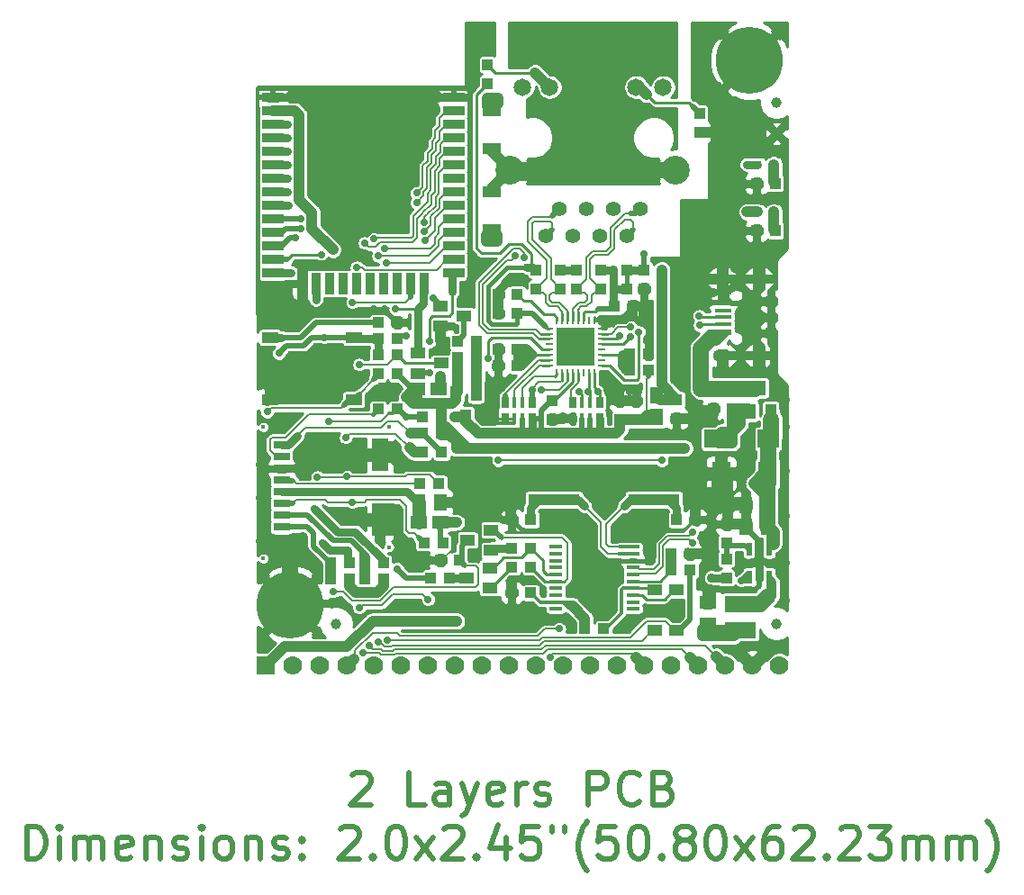
<source format=gbr>
G04 #@! TF.GenerationSoftware,KiCad,Pcbnew,5.1.0-rc2-unknown-036be7d~80~ubuntu16.04.1*
G04 #@! TF.CreationDate,2019-12-17T11:34:35+02:00*
G04 #@! TF.ProjectId,ESP32-GATEWAY_Rev_G,45535033-322d-4474-9154-455741595f52,G*
G04 #@! TF.SameCoordinates,Original*
G04 #@! TF.FileFunction,Copper,L1,Top*
G04 #@! TF.FilePolarity,Positive*
%FSLAX46Y46*%
G04 Gerber Fmt 4.6, Leading zero omitted, Abs format (unit mm)*
G04 Created by KiCad (PCBNEW 5.1.0-rc2-unknown-036be7d~80~ubuntu16.04.1) date 2019-12-17 11:34:35*
%MOMM*%
%LPD*%
G04 APERTURE LIST*
%ADD10C,0.508000*%
%ADD11R,1.016000X1.016000*%
%ADD12C,1.300000*%
%ADD13R,2.000000X0.900000*%
%ADD14R,0.900000X2.000000*%
%ADD15R,5.000000X5.000000*%
%ADD16C,2.000000*%
%ADD17C,1.650000*%
%ADD18C,2.700000*%
%ADD19C,1.410000*%
%ADD20R,1.500000X3.100000*%
%ADD21C,0.400000*%
%ADD22R,1.500000X0.800000*%
%ADD23R,1.524000X1.270000*%
%ADD24R,1.400000X1.000000*%
%ADD25R,1.000000X1.400000*%
%ADD26R,1.778000X2.286000*%
%ADD27R,0.800000X0.800000*%
%ADD28C,1.778000*%
%ADD29R,1.778000X1.778000*%
%ADD30R,1.650000X0.500000*%
%ADD31R,1.650000X0.325000*%
%ADD32R,1.000000X1.100000*%
%ADD33O,1.800000X1.200000*%
%ADD34R,1.270000X1.524000*%
%ADD35R,2.000000X1.700000*%
%ADD36R,1.778000X1.016000*%
%ADD37C,1.000000*%
%ADD38R,3.600000X3.600000*%
%ADD39R,0.400000X0.400000*%
%ADD40R,1.422400X1.422400*%
%ADD41R,0.250000X0.800000*%
%ADD42R,0.800000X0.250000*%
%ADD43C,1.200000*%
%ADD44C,6.300000*%
%ADD45R,1.270000X0.325000*%
%ADD46R,3.000000X1.600000*%
%ADD47R,0.550000X1.200000*%
%ADD48R,0.381000X1.016000*%
%ADD49R,0.635000X1.016000*%
%ADD50R,4.826000X1.100000*%
%ADD51R,1.524000X1.016000*%
%ADD52C,0.700000*%
%ADD53C,0.900000*%
%ADD54C,0.750000*%
%ADD55C,1.270000*%
%ADD56C,1.524000*%
%ADD57C,1.016000*%
%ADD58C,0.762000*%
%ADD59C,0.406400*%
%ADD60C,0.304800*%
%ADD61C,0.254000*%
%ADD62C,0.203200*%
G04 APERTURE END LIST*
D10*
X78957714Y-138321142D02*
X79102857Y-138176000D01*
X79393142Y-138030857D01*
X80118857Y-138030857D01*
X80409142Y-138176000D01*
X80554285Y-138321142D01*
X80699428Y-138611428D01*
X80699428Y-138901714D01*
X80554285Y-139337142D01*
X78812571Y-141078857D01*
X80699428Y-141078857D01*
X85779428Y-141078857D02*
X84328000Y-141078857D01*
X84328000Y-138030857D01*
X88101714Y-141078857D02*
X88101714Y-139482285D01*
X87956571Y-139192000D01*
X87666285Y-139046857D01*
X87085714Y-139046857D01*
X86795428Y-139192000D01*
X88101714Y-140933714D02*
X87811428Y-141078857D01*
X87085714Y-141078857D01*
X86795428Y-140933714D01*
X86650285Y-140643428D01*
X86650285Y-140353142D01*
X86795428Y-140062857D01*
X87085714Y-139917714D01*
X87811428Y-139917714D01*
X88101714Y-139772571D01*
X89262857Y-139046857D02*
X89988571Y-141078857D01*
X90714285Y-139046857D02*
X89988571Y-141078857D01*
X89698285Y-141804571D01*
X89553142Y-141949714D01*
X89262857Y-142094857D01*
X93036571Y-140933714D02*
X92746285Y-141078857D01*
X92165714Y-141078857D01*
X91875428Y-140933714D01*
X91730285Y-140643428D01*
X91730285Y-139482285D01*
X91875428Y-139192000D01*
X92165714Y-139046857D01*
X92746285Y-139046857D01*
X93036571Y-139192000D01*
X93181714Y-139482285D01*
X93181714Y-139772571D01*
X91730285Y-140062857D01*
X94488000Y-141078857D02*
X94488000Y-139046857D01*
X94488000Y-139627428D02*
X94633142Y-139337142D01*
X94778285Y-139192000D01*
X95068571Y-139046857D01*
X95358857Y-139046857D01*
X96229714Y-140933714D02*
X96520000Y-141078857D01*
X97100571Y-141078857D01*
X97390857Y-140933714D01*
X97536000Y-140643428D01*
X97536000Y-140498285D01*
X97390857Y-140208000D01*
X97100571Y-140062857D01*
X96665142Y-140062857D01*
X96374857Y-139917714D01*
X96229714Y-139627428D01*
X96229714Y-139482285D01*
X96374857Y-139192000D01*
X96665142Y-139046857D01*
X97100571Y-139046857D01*
X97390857Y-139192000D01*
X101164571Y-141078857D02*
X101164571Y-138030857D01*
X102325714Y-138030857D01*
X102616000Y-138176000D01*
X102761142Y-138321142D01*
X102906285Y-138611428D01*
X102906285Y-139046857D01*
X102761142Y-139337142D01*
X102616000Y-139482285D01*
X102325714Y-139627428D01*
X101164571Y-139627428D01*
X105954285Y-140788571D02*
X105809142Y-140933714D01*
X105373714Y-141078857D01*
X105083428Y-141078857D01*
X104648000Y-140933714D01*
X104357714Y-140643428D01*
X104212571Y-140353142D01*
X104067428Y-139772571D01*
X104067428Y-139337142D01*
X104212571Y-138756571D01*
X104357714Y-138466285D01*
X104648000Y-138176000D01*
X105083428Y-138030857D01*
X105373714Y-138030857D01*
X105809142Y-138176000D01*
X105954285Y-138321142D01*
X108276571Y-139482285D02*
X108712000Y-139627428D01*
X108857142Y-139772571D01*
X109002285Y-140062857D01*
X109002285Y-140498285D01*
X108857142Y-140788571D01*
X108712000Y-140933714D01*
X108421714Y-141078857D01*
X107260571Y-141078857D01*
X107260571Y-138030857D01*
X108276571Y-138030857D01*
X108566857Y-138176000D01*
X108712000Y-138321142D01*
X108857142Y-138611428D01*
X108857142Y-138901714D01*
X108712000Y-139192000D01*
X108566857Y-139337142D01*
X108276571Y-139482285D01*
X107260571Y-139482285D01*
X48405142Y-146158857D02*
X48405142Y-143110857D01*
X49130857Y-143110857D01*
X49566285Y-143256000D01*
X49856571Y-143546285D01*
X50001714Y-143836571D01*
X50146857Y-144417142D01*
X50146857Y-144852571D01*
X50001714Y-145433142D01*
X49856571Y-145723428D01*
X49566285Y-146013714D01*
X49130857Y-146158857D01*
X48405142Y-146158857D01*
X51453142Y-146158857D02*
X51453142Y-144126857D01*
X51453142Y-143110857D02*
X51307999Y-143256000D01*
X51453142Y-143401142D01*
X51598285Y-143256000D01*
X51453142Y-143110857D01*
X51453142Y-143401142D01*
X52904571Y-146158857D02*
X52904571Y-144126857D01*
X52904571Y-144417142D02*
X53049714Y-144272000D01*
X53339999Y-144126857D01*
X53775428Y-144126857D01*
X54065714Y-144272000D01*
X54210857Y-144562285D01*
X54210857Y-146158857D01*
X54210857Y-144562285D02*
X54355999Y-144272000D01*
X54646285Y-144126857D01*
X55081714Y-144126857D01*
X55371999Y-144272000D01*
X55517142Y-144562285D01*
X55517142Y-146158857D01*
X58129714Y-146013714D02*
X57839428Y-146158857D01*
X57258857Y-146158857D01*
X56968571Y-146013714D01*
X56823428Y-145723428D01*
X56823428Y-144562285D01*
X56968571Y-144272000D01*
X57258857Y-144126857D01*
X57839428Y-144126857D01*
X58129714Y-144272000D01*
X58274857Y-144562285D01*
X58274857Y-144852571D01*
X56823428Y-145142857D01*
X59581142Y-144126857D02*
X59581142Y-146158857D01*
X59581142Y-144417142D02*
X59726285Y-144272000D01*
X60016571Y-144126857D01*
X60452000Y-144126857D01*
X60742285Y-144272000D01*
X60887428Y-144562285D01*
X60887428Y-146158857D01*
X62193714Y-146013714D02*
X62484000Y-146158857D01*
X63064571Y-146158857D01*
X63354857Y-146013714D01*
X63500000Y-145723428D01*
X63500000Y-145578285D01*
X63354857Y-145288000D01*
X63064571Y-145142857D01*
X62629142Y-145142857D01*
X62338857Y-144997714D01*
X62193714Y-144707428D01*
X62193714Y-144562285D01*
X62338857Y-144272000D01*
X62629142Y-144126857D01*
X63064571Y-144126857D01*
X63354857Y-144272000D01*
X64806285Y-146158857D02*
X64806285Y-144126857D01*
X64806285Y-143110857D02*
X64661142Y-143256000D01*
X64806285Y-143401142D01*
X64951428Y-143256000D01*
X64806285Y-143110857D01*
X64806285Y-143401142D01*
X66693142Y-146158857D02*
X66402857Y-146013714D01*
X66257714Y-145868571D01*
X66112571Y-145578285D01*
X66112571Y-144707428D01*
X66257714Y-144417142D01*
X66402857Y-144272000D01*
X66693142Y-144126857D01*
X67128571Y-144126857D01*
X67418857Y-144272000D01*
X67564000Y-144417142D01*
X67709142Y-144707428D01*
X67709142Y-145578285D01*
X67564000Y-145868571D01*
X67418857Y-146013714D01*
X67128571Y-146158857D01*
X66693142Y-146158857D01*
X69015428Y-144126857D02*
X69015428Y-146158857D01*
X69015428Y-144417142D02*
X69160571Y-144272000D01*
X69450857Y-144126857D01*
X69886285Y-144126857D01*
X70176571Y-144272000D01*
X70321714Y-144562285D01*
X70321714Y-146158857D01*
X71628000Y-146013714D02*
X71918285Y-146158857D01*
X72498857Y-146158857D01*
X72789142Y-146013714D01*
X72934285Y-145723428D01*
X72934285Y-145578285D01*
X72789142Y-145288000D01*
X72498857Y-145142857D01*
X72063428Y-145142857D01*
X71773142Y-144997714D01*
X71628000Y-144707428D01*
X71628000Y-144562285D01*
X71773142Y-144272000D01*
X72063428Y-144126857D01*
X72498857Y-144126857D01*
X72789142Y-144272000D01*
X74240571Y-145868571D02*
X74385714Y-146013714D01*
X74240571Y-146158857D01*
X74095428Y-146013714D01*
X74240571Y-145868571D01*
X74240571Y-146158857D01*
X74240571Y-144272000D02*
X74385714Y-144417142D01*
X74240571Y-144562285D01*
X74095428Y-144417142D01*
X74240571Y-144272000D01*
X74240571Y-144562285D01*
X77869142Y-143401142D02*
X78014285Y-143256000D01*
X78304571Y-143110857D01*
X79030285Y-143110857D01*
X79320571Y-143256000D01*
X79465714Y-143401142D01*
X79610857Y-143691428D01*
X79610857Y-143981714D01*
X79465714Y-144417142D01*
X77724000Y-146158857D01*
X79610857Y-146158857D01*
X80917142Y-145868571D02*
X81062285Y-146013714D01*
X80917142Y-146158857D01*
X80772000Y-146013714D01*
X80917142Y-145868571D01*
X80917142Y-146158857D01*
X82949142Y-143110857D02*
X83239428Y-143110857D01*
X83529714Y-143256000D01*
X83674857Y-143401142D01*
X83820000Y-143691428D01*
X83965142Y-144272000D01*
X83965142Y-144997714D01*
X83820000Y-145578285D01*
X83674857Y-145868571D01*
X83529714Y-146013714D01*
X83239428Y-146158857D01*
X82949142Y-146158857D01*
X82658857Y-146013714D01*
X82513714Y-145868571D01*
X82368571Y-145578285D01*
X82223428Y-144997714D01*
X82223428Y-144272000D01*
X82368571Y-143691428D01*
X82513714Y-143401142D01*
X82658857Y-143256000D01*
X82949142Y-143110857D01*
X84981142Y-146158857D02*
X86577714Y-144126857D01*
X84981142Y-144126857D02*
X86577714Y-146158857D01*
X87593714Y-143401142D02*
X87738857Y-143256000D01*
X88029142Y-143110857D01*
X88754857Y-143110857D01*
X89045142Y-143256000D01*
X89190285Y-143401142D01*
X89335428Y-143691428D01*
X89335428Y-143981714D01*
X89190285Y-144417142D01*
X87448571Y-146158857D01*
X89335428Y-146158857D01*
X90641714Y-145868571D02*
X90786857Y-146013714D01*
X90641714Y-146158857D01*
X90496571Y-146013714D01*
X90641714Y-145868571D01*
X90641714Y-146158857D01*
X93399428Y-144126857D02*
X93399428Y-146158857D01*
X92673714Y-142965714D02*
X91948000Y-145142857D01*
X93834857Y-145142857D01*
X96447428Y-143110857D02*
X94996000Y-143110857D01*
X94850857Y-144562285D01*
X94996000Y-144417142D01*
X95286285Y-144272000D01*
X96012000Y-144272000D01*
X96302285Y-144417142D01*
X96447428Y-144562285D01*
X96592571Y-144852571D01*
X96592571Y-145578285D01*
X96447428Y-145868571D01*
X96302285Y-146013714D01*
X96012000Y-146158857D01*
X95286285Y-146158857D01*
X94996000Y-146013714D01*
X94850857Y-145868571D01*
X97753714Y-143110857D02*
X97753714Y-143691428D01*
X98914857Y-143110857D02*
X98914857Y-143691428D01*
X101092000Y-147320000D02*
X100946857Y-147174857D01*
X100656571Y-146739428D01*
X100511428Y-146449142D01*
X100366285Y-146013714D01*
X100221142Y-145288000D01*
X100221142Y-144707428D01*
X100366285Y-143981714D01*
X100511428Y-143546285D01*
X100656571Y-143256000D01*
X100946857Y-142820571D01*
X101092000Y-142675428D01*
X103704571Y-143110857D02*
X102253142Y-143110857D01*
X102108000Y-144562285D01*
X102253142Y-144417142D01*
X102543428Y-144272000D01*
X103269142Y-144272000D01*
X103559428Y-144417142D01*
X103704571Y-144562285D01*
X103849714Y-144852571D01*
X103849714Y-145578285D01*
X103704571Y-145868571D01*
X103559428Y-146013714D01*
X103269142Y-146158857D01*
X102543428Y-146158857D01*
X102253142Y-146013714D01*
X102108000Y-145868571D01*
X105736571Y-143110857D02*
X106026857Y-143110857D01*
X106317142Y-143256000D01*
X106462285Y-143401142D01*
X106607428Y-143691428D01*
X106752571Y-144272000D01*
X106752571Y-144997714D01*
X106607428Y-145578285D01*
X106462285Y-145868571D01*
X106317142Y-146013714D01*
X106026857Y-146158857D01*
X105736571Y-146158857D01*
X105446285Y-146013714D01*
X105301142Y-145868571D01*
X105156000Y-145578285D01*
X105010857Y-144997714D01*
X105010857Y-144272000D01*
X105156000Y-143691428D01*
X105301142Y-143401142D01*
X105446285Y-143256000D01*
X105736571Y-143110857D01*
X108058857Y-145868571D02*
X108204000Y-146013714D01*
X108058857Y-146158857D01*
X107913714Y-146013714D01*
X108058857Y-145868571D01*
X108058857Y-146158857D01*
X109945714Y-144417142D02*
X109655428Y-144272000D01*
X109510285Y-144126857D01*
X109365142Y-143836571D01*
X109365142Y-143691428D01*
X109510285Y-143401142D01*
X109655428Y-143256000D01*
X109945714Y-143110857D01*
X110526285Y-143110857D01*
X110816571Y-143256000D01*
X110961714Y-143401142D01*
X111106857Y-143691428D01*
X111106857Y-143836571D01*
X110961714Y-144126857D01*
X110816571Y-144272000D01*
X110526285Y-144417142D01*
X109945714Y-144417142D01*
X109655428Y-144562285D01*
X109510285Y-144707428D01*
X109365142Y-144997714D01*
X109365142Y-145578285D01*
X109510285Y-145868571D01*
X109655428Y-146013714D01*
X109945714Y-146158857D01*
X110526285Y-146158857D01*
X110816571Y-146013714D01*
X110961714Y-145868571D01*
X111106857Y-145578285D01*
X111106857Y-144997714D01*
X110961714Y-144707428D01*
X110816571Y-144562285D01*
X110526285Y-144417142D01*
X112993714Y-143110857D02*
X113284000Y-143110857D01*
X113574285Y-143256000D01*
X113719428Y-143401142D01*
X113864571Y-143691428D01*
X114009714Y-144272000D01*
X114009714Y-144997714D01*
X113864571Y-145578285D01*
X113719428Y-145868571D01*
X113574285Y-146013714D01*
X113284000Y-146158857D01*
X112993714Y-146158857D01*
X112703428Y-146013714D01*
X112558285Y-145868571D01*
X112413142Y-145578285D01*
X112268000Y-144997714D01*
X112268000Y-144272000D01*
X112413142Y-143691428D01*
X112558285Y-143401142D01*
X112703428Y-143256000D01*
X112993714Y-143110857D01*
X115025714Y-146158857D02*
X116622285Y-144126857D01*
X115025714Y-144126857D02*
X116622285Y-146158857D01*
X119089714Y-143110857D02*
X118509142Y-143110857D01*
X118218857Y-143256000D01*
X118073714Y-143401142D01*
X117783428Y-143836571D01*
X117638285Y-144417142D01*
X117638285Y-145578285D01*
X117783428Y-145868571D01*
X117928571Y-146013714D01*
X118218857Y-146158857D01*
X118799428Y-146158857D01*
X119089714Y-146013714D01*
X119234857Y-145868571D01*
X119380000Y-145578285D01*
X119380000Y-144852571D01*
X119234857Y-144562285D01*
X119089714Y-144417142D01*
X118799428Y-144272000D01*
X118218857Y-144272000D01*
X117928571Y-144417142D01*
X117783428Y-144562285D01*
X117638285Y-144852571D01*
X120541142Y-143401142D02*
X120686285Y-143256000D01*
X120976571Y-143110857D01*
X121702285Y-143110857D01*
X121992571Y-143256000D01*
X122137714Y-143401142D01*
X122282857Y-143691428D01*
X122282857Y-143981714D01*
X122137714Y-144417142D01*
X120396000Y-146158857D01*
X122282857Y-146158857D01*
X123589142Y-145868571D02*
X123734285Y-146013714D01*
X123589142Y-146158857D01*
X123444000Y-146013714D01*
X123589142Y-145868571D01*
X123589142Y-146158857D01*
X124895428Y-143401142D02*
X125040571Y-143256000D01*
X125330857Y-143110857D01*
X126056571Y-143110857D01*
X126346857Y-143256000D01*
X126492000Y-143401142D01*
X126637142Y-143691428D01*
X126637142Y-143981714D01*
X126492000Y-144417142D01*
X124750285Y-146158857D01*
X126637142Y-146158857D01*
X127653142Y-143110857D02*
X129540000Y-143110857D01*
X128524000Y-144272000D01*
X128959428Y-144272000D01*
X129249714Y-144417142D01*
X129394857Y-144562285D01*
X129540000Y-144852571D01*
X129540000Y-145578285D01*
X129394857Y-145868571D01*
X129249714Y-146013714D01*
X128959428Y-146158857D01*
X128088571Y-146158857D01*
X127798285Y-146013714D01*
X127653142Y-145868571D01*
X130846285Y-146158857D02*
X130846285Y-144126857D01*
X130846285Y-144417142D02*
X130991428Y-144272000D01*
X131281714Y-144126857D01*
X131717142Y-144126857D01*
X132007428Y-144272000D01*
X132152571Y-144562285D01*
X132152571Y-146158857D01*
X132152571Y-144562285D02*
X132297714Y-144272000D01*
X132588000Y-144126857D01*
X133023428Y-144126857D01*
X133313714Y-144272000D01*
X133458857Y-144562285D01*
X133458857Y-146158857D01*
X134910285Y-146158857D02*
X134910285Y-144126857D01*
X134910285Y-144417142D02*
X135055428Y-144272000D01*
X135345714Y-144126857D01*
X135781142Y-144126857D01*
X136071428Y-144272000D01*
X136216571Y-144562285D01*
X136216571Y-146158857D01*
X136216571Y-144562285D02*
X136361714Y-144272000D01*
X136652000Y-144126857D01*
X137087428Y-144126857D01*
X137377714Y-144272000D01*
X137522857Y-144562285D01*
X137522857Y-146158857D01*
X138684000Y-147320000D02*
X138829142Y-147174857D01*
X139119428Y-146739428D01*
X139264571Y-146449142D01*
X139409714Y-146013714D01*
X139554857Y-145288000D01*
X139554857Y-144707428D01*
X139409714Y-143981714D01*
X139264571Y-143546285D01*
X139119428Y-143256000D01*
X138829142Y-142820571D01*
X138684000Y-142675428D01*
D11*
X85725000Y-116459000D03*
X87503000Y-116459000D03*
D12*
X80810000Y-82083000D03*
X77210000Y-82083000D03*
X79010000Y-83883000D03*
X79010000Y-80283000D03*
X80810000Y-80283000D03*
X77210000Y-80283000D03*
X80810000Y-83883000D03*
D13*
X71510000Y-74573000D03*
X71510000Y-75843000D03*
X71510000Y-77113000D03*
X71510000Y-78383000D03*
X71510000Y-79653000D03*
X71510000Y-80923000D03*
X71510000Y-82193000D03*
X71510000Y-83463000D03*
X71510000Y-84733000D03*
X71510000Y-86003000D03*
X71510000Y-87273000D03*
X71510000Y-88543000D03*
X71510000Y-89813000D03*
X71510000Y-91083000D03*
D14*
X74310000Y-92083000D03*
X75580000Y-92083000D03*
X76850000Y-92083000D03*
X78120000Y-92083000D03*
X79390000Y-92083000D03*
X80660000Y-92083000D03*
X81930000Y-92083000D03*
X83200000Y-92083000D03*
X84470000Y-92083000D03*
X85740000Y-92083000D03*
D13*
X88510000Y-91083000D03*
X88510000Y-89813000D03*
X88510000Y-88543000D03*
X88510000Y-87273000D03*
X88510000Y-86003000D03*
X88510000Y-84733000D03*
X88510000Y-83463000D03*
X88510000Y-82193000D03*
X88510000Y-80923000D03*
X88510000Y-79653000D03*
X88510000Y-78383000D03*
X88510000Y-77113000D03*
X88510000Y-75843000D03*
X88510000Y-74573000D03*
D15*
X79010000Y-82083000D03*
D16*
X79010000Y-82083000D03*
D12*
X77210000Y-83883000D03*
D17*
X105670000Y-73610500D03*
X94990000Y-73610500D03*
D18*
X93800000Y-81409000D03*
X109400000Y-81409000D03*
D17*
X108210000Y-73610500D03*
X97530000Y-73610500D03*
D19*
X97165000Y-87599000D03*
X98435000Y-85059000D03*
X99705000Y-87599000D03*
X100975000Y-85059000D03*
X102245000Y-87599000D03*
X103515000Y-85059000D03*
X104785000Y-87599000D03*
X106055000Y-85059000D03*
D20*
X81577000Y-114275000D03*
X81577000Y-108215000D03*
D21*
X70607000Y-105585000D03*
X82407000Y-105585000D03*
X82407000Y-116855000D03*
X70607000Y-117945000D03*
D22*
X72327000Y-107275000D03*
X72327000Y-108375000D03*
X72327000Y-109475000D03*
X72327000Y-110575000D03*
X72327000Y-111675000D03*
X72327000Y-112775000D03*
X72327000Y-113875000D03*
X72327000Y-114975000D03*
D11*
X88900000Y-97536000D03*
X90678000Y-97536000D03*
D23*
X85090000Y-101981000D03*
X87122000Y-101981000D03*
D11*
X90677999Y-99060000D03*
X88899999Y-99060000D03*
D24*
X87284560Y-94173040D03*
X87284560Y-96075500D03*
X89494360Y-95120460D03*
D11*
X90677999Y-100584000D03*
X88899999Y-100584000D03*
D25*
X90611960Y-102397560D03*
X88709500Y-102397560D03*
X89664540Y-104607360D03*
D26*
X113647000Y-109982000D03*
X118001000Y-109982000D03*
D11*
X85598000Y-104648000D03*
X87376000Y-104648000D03*
X80137000Y-119888000D03*
X81915000Y-119888000D03*
X118745000Y-82677000D03*
X116967000Y-82677000D03*
D27*
X118618000Y-80899000D03*
X117094000Y-80899000D03*
D28*
X78486000Y-128016000D03*
X75946000Y-128016000D03*
X73406000Y-128016000D03*
D29*
X70866000Y-128016000D03*
D28*
X81026000Y-128016000D03*
X83566000Y-128016000D03*
X88646000Y-128016000D03*
X86106000Y-128016000D03*
X91186000Y-128016000D03*
X93726000Y-128016000D03*
X98806000Y-128016000D03*
X96266000Y-128016000D03*
X101346000Y-128016000D03*
X103886000Y-128016000D03*
X108966000Y-128016000D03*
X106426000Y-128016000D03*
X116586000Y-128016000D03*
X119126000Y-128016000D03*
X114046000Y-128016000D03*
X111506000Y-128016000D03*
D30*
X113817000Y-96637500D03*
D31*
X113817000Y-95900000D03*
X113817000Y-95250000D03*
X113817000Y-94600000D03*
D30*
X113817000Y-93862500D03*
D32*
X118367000Y-96750000D03*
X118367000Y-93750000D03*
D33*
X117217000Y-98850000D03*
X113747000Y-98850000D03*
X113747000Y-91650000D03*
X117217000Y-91650000D03*
D11*
X86360000Y-119761000D03*
X88138000Y-119761000D03*
D34*
X115951000Y-114935000D03*
X117983000Y-114935000D03*
X115951000Y-112903000D03*
X117983000Y-112903000D03*
D11*
X114173000Y-114681000D03*
X114173000Y-116459000D03*
X114173000Y-119761000D03*
X114173000Y-117983000D03*
X116967000Y-87122000D03*
X118745000Y-87122000D03*
X83185000Y-98806000D03*
X81407000Y-98806000D03*
X81407000Y-97282000D03*
X83185000Y-97282000D03*
X93980000Y-118745000D03*
X95758000Y-118745000D03*
X112903000Y-103886000D03*
X114681000Y-103886000D03*
D35*
X118070000Y-106680000D03*
X113070000Y-106680000D03*
D11*
X110744000Y-117475000D03*
X108966000Y-117475000D03*
X93980000Y-121158000D03*
X95758000Y-121158000D03*
X111252000Y-114300000D03*
X109474000Y-114300000D03*
X93980000Y-114300000D03*
X95758000Y-114300000D03*
D36*
X92075000Y-75819000D03*
X92075000Y-79375000D03*
X92075000Y-86995000D03*
X92075000Y-83439000D03*
D11*
X85344000Y-110871000D03*
X87122000Y-110871000D03*
X93980000Y-116967000D03*
X95758000Y-116967000D03*
X110744000Y-118999000D03*
X108966000Y-118999000D03*
X92710000Y-93091000D03*
X94488000Y-93091000D03*
X106807000Y-100203000D03*
X105029000Y-100203000D03*
X102616000Y-124523500D03*
X100838000Y-124523500D03*
X100076000Y-92583000D03*
X100076000Y-90805000D03*
X102362000Y-92583000D03*
X102362000Y-90805000D03*
X96266000Y-92583000D03*
X96266000Y-90805000D03*
X98552000Y-92583000D03*
X98552000Y-90805000D03*
X111633000Y-77851000D03*
X111633000Y-76073000D03*
X91694000Y-71501000D03*
X91694000Y-73279000D03*
X81407000Y-100584000D03*
X83185000Y-100584000D03*
X81407000Y-103886000D03*
X83185000Y-103886000D03*
X83185000Y-95758000D03*
X81407000Y-95758000D03*
D27*
X118618000Y-85344000D03*
X117094000Y-85344000D03*
D37*
X118872000Y-77978000D03*
D11*
X105029000Y-98679000D03*
X106807000Y-98679000D03*
X92710000Y-98298000D03*
X94488000Y-98298000D03*
X92710000Y-99822000D03*
X94488000Y-99822000D03*
X92710000Y-94869000D03*
X94488000Y-94869000D03*
X105410000Y-94234000D03*
X103632000Y-94234000D03*
X97790000Y-104902000D03*
X97790000Y-103124000D03*
X109474000Y-104775000D03*
X109474000Y-102997000D03*
X106426000Y-92583000D03*
X106426000Y-90805000D03*
D34*
X87249000Y-112649000D03*
X85217000Y-112649000D03*
D11*
X104140000Y-103124000D03*
X104140000Y-104902000D03*
X105664000Y-103124000D03*
X105664000Y-104902000D03*
D23*
X112395000Y-122047000D03*
X112395000Y-124079000D03*
D38*
X99949000Y-98044000D03*
D39*
X101249000Y-97544000D03*
X101249000Y-98544000D03*
X100449000Y-99344000D03*
X99449000Y-99344000D03*
X98649000Y-98544000D03*
X98649000Y-97544000D03*
X99449000Y-96744000D03*
X100449000Y-96744000D03*
D40*
X99949000Y-98044000D03*
D41*
X98199000Y-95594000D03*
X98699000Y-95594000D03*
X99199000Y-95594000D03*
X99699000Y-95594000D03*
X100199000Y-95594000D03*
X100699000Y-95594000D03*
X101199000Y-95594000D03*
X101699000Y-95594000D03*
D42*
X102399000Y-96294000D03*
X102399000Y-96794000D03*
X102399000Y-97294000D03*
X102399000Y-97794000D03*
X102399000Y-98294000D03*
X102399000Y-98794000D03*
X102399000Y-99294000D03*
X102399000Y-99794000D03*
D41*
X101699000Y-100494000D03*
X101199000Y-100494000D03*
X100699000Y-100494000D03*
X100199000Y-100494000D03*
X99699000Y-100494000D03*
X99199000Y-100494000D03*
X98699000Y-100494000D03*
X98199000Y-100494000D03*
D42*
X97499000Y-99794000D03*
X97499000Y-99294000D03*
X97499000Y-98794000D03*
X97499000Y-98294000D03*
X97499000Y-97794000D03*
X97499000Y-97294000D03*
X97499000Y-96794000D03*
X97499000Y-96294000D03*
D43*
X70739000Y-122301000D03*
X75565000Y-122301000D03*
X74803000Y-123952000D03*
X71501000Y-124079000D03*
X74803000Y-120650000D03*
X71501000Y-120650000D03*
X73152000Y-124714000D03*
X73152000Y-119888000D03*
D44*
X73152000Y-122301000D03*
D43*
X113919000Y-71120000D03*
X118745000Y-71120000D03*
X117983000Y-72771000D03*
X114681000Y-72898000D03*
X117983000Y-69469000D03*
X114681000Y-69469000D03*
X116332000Y-73533000D03*
X116332000Y-68707000D03*
D44*
X116332000Y-71120000D03*
D45*
X105346500Y-122686000D03*
X105346500Y-122036000D03*
X105346500Y-121386000D03*
X105346500Y-120736000D03*
X105346500Y-120086000D03*
X105346500Y-119436000D03*
X105346500Y-118786000D03*
X105346500Y-118136000D03*
X105346500Y-117486000D03*
X105346500Y-116836000D03*
X98107500Y-116836000D03*
X98107500Y-117486000D03*
X98107500Y-118136000D03*
X98107500Y-118786000D03*
X98107500Y-119436000D03*
X98107500Y-120086000D03*
X98107500Y-120736000D03*
X98107500Y-121386000D03*
X98107500Y-122036000D03*
X98107500Y-122686000D03*
D23*
X87249000Y-114554000D03*
X85217000Y-114554000D03*
D24*
X91912440Y-120710960D03*
X91912440Y-118808500D03*
X89702640Y-119763540D03*
X92039440Y-117154960D03*
X92039440Y-115252500D03*
X89829640Y-116207540D03*
D46*
X115443000Y-124644000D03*
X115443000Y-122244000D03*
D47*
X116271000Y-119664000D03*
X117221000Y-119664000D03*
X118171000Y-119664000D03*
X116271000Y-117064000D03*
X118171000Y-117064000D03*
D25*
X116398040Y-104104440D03*
X118300500Y-104104440D03*
X117345460Y-101894640D03*
D34*
X107569000Y-104648000D03*
X107569000Y-102616000D03*
D48*
X100584000Y-103251000D03*
X101346000Y-103251000D03*
X100584000Y-104775000D03*
X101346000Y-104775000D03*
D49*
X99695000Y-103251000D03*
X99695000Y-104775000D03*
X102235000Y-103251000D03*
X102235000Y-104775000D03*
D48*
X94996000Y-104775000D03*
X94234000Y-104775000D03*
X94996000Y-103251000D03*
X94234000Y-103251000D03*
D49*
X95885000Y-104775000D03*
X95885000Y-103251000D03*
X93345000Y-104775000D03*
X93345000Y-103251000D03*
D50*
X97917000Y-112395000D03*
X107315000Y-112395000D03*
D51*
X71247000Y-102997000D03*
X79121000Y-102997000D03*
X71247000Y-97155000D03*
X79121000Y-97155000D03*
D11*
X87376000Y-107950000D03*
X85598000Y-107950000D03*
X80137000Y-118364000D03*
X81915000Y-118364000D03*
X76962000Y-118364000D03*
X78740000Y-118364000D03*
X76962000Y-119888000D03*
X78740000Y-119888000D03*
X85598000Y-106172000D03*
X87376000Y-106172000D03*
D24*
X87333000Y-99568000D03*
X85133000Y-100518000D03*
X85133000Y-98618000D03*
X107442000Y-120909000D03*
X107442000Y-124709000D03*
X109474000Y-124709000D03*
X109474000Y-120909000D03*
D37*
X118872000Y-124079000D03*
X77470000Y-124079000D03*
X118872000Y-75057000D03*
D11*
X104775000Y-90805000D03*
X104775000Y-92583000D03*
X87249000Y-118110000D03*
X89027000Y-118110000D03*
D52*
X115570000Y-120015000D03*
D53*
X116077994Y-85344000D03*
X116713000Y-110871000D03*
D52*
X70231000Y-109093000D03*
X70231000Y-112268000D03*
X70231000Y-116332000D03*
X119761000Y-102997000D03*
X119761000Y-105537000D03*
X119761000Y-109728000D03*
X119761000Y-113919000D03*
X119761000Y-118364000D03*
X119761000Y-121920000D03*
D53*
X114300000Y-113411000D03*
X113284000Y-111760000D03*
X114300000Y-111760000D03*
X109347000Y-94234000D03*
X109347000Y-95377000D03*
X109347000Y-96520000D03*
X98806000Y-104648000D03*
X112649000Y-120904000D03*
X112649000Y-104775000D03*
X116586000Y-118364000D03*
X115570000Y-118364000D03*
X101092000Y-121158000D03*
X102362000Y-119761000D03*
X101092000Y-118491000D03*
X101092000Y-116967000D03*
X99949000Y-114173000D03*
X97536000Y-114173000D03*
X102743000Y-112649000D03*
X97917000Y-110871000D03*
X100457000Y-110871000D03*
X105537000Y-110744000D03*
X107315000Y-110744000D03*
X101219000Y-115443000D03*
X93853000Y-110998000D03*
X93853000Y-112014000D03*
X93853000Y-113030000D03*
X90170000Y-109982000D03*
X90170000Y-111125000D03*
X82804000Y-107442000D03*
X82804000Y-108458000D03*
X102362000Y-122428000D03*
X103632000Y-118491000D03*
X103632000Y-110871000D03*
X93980000Y-120015000D03*
X90170000Y-112141000D03*
X74295000Y-94361000D03*
X74295000Y-95631000D03*
X85725000Y-76073000D03*
X83185000Y-76073000D03*
X80391000Y-76073000D03*
X77089000Y-76073000D03*
X75819000Y-83693000D03*
X75565000Y-81280000D03*
X75565000Y-78105000D03*
X75565000Y-74295000D03*
X78740000Y-74295000D03*
X78740000Y-78105000D03*
X81915000Y-78105000D03*
X81915000Y-74295000D03*
X84455000Y-74295000D03*
X84455000Y-78105000D03*
X74295000Y-90678000D03*
X86995000Y-74549000D03*
X91694000Y-68199000D03*
X91694000Y-69469000D03*
X103124000Y-102108000D03*
X106426000Y-95123000D03*
X91694000Y-74676000D03*
X92710000Y-74676000D03*
X91567000Y-88138000D03*
X106426000Y-94107000D03*
X90932000Y-104140000D03*
X87376000Y-97536000D03*
X92557600Y-88138000D03*
X103124000Y-100965000D03*
X73152000Y-74549000D03*
X77089000Y-90424000D03*
X78168500Y-90423439D03*
X74295000Y-115951000D03*
X112140998Y-117475002D03*
X73913946Y-109474000D03*
X94615000Y-91757500D03*
X74168000Y-102235152D03*
X82804000Y-113284000D03*
X82804000Y-114300000D03*
X82804000Y-115316000D03*
X107315000Y-113726430D03*
X112458500Y-93853000D03*
X111125000Y-94107000D03*
X111125000Y-93091000D03*
X112903000Y-92964000D03*
X114046000Y-92964000D03*
D52*
X105918004Y-102235000D03*
X105029000Y-102235000D03*
X104140000Y-102235000D03*
D53*
X111125000Y-91948000D03*
D52*
X103124000Y-95885000D03*
X102361988Y-95377000D03*
D53*
X92670479Y-94019521D03*
X90170000Y-91694000D03*
X109347000Y-93091000D03*
X109347000Y-91948000D03*
X109347000Y-90805000D03*
X109347000Y-97663000D03*
X109347000Y-98806000D03*
X109347000Y-99949000D03*
X109347000Y-101092000D03*
X99187000Y-109728000D03*
X101854000Y-109728000D03*
X103632000Y-109728000D03*
X105537000Y-109728000D03*
X101854000Y-110871000D03*
X100457000Y-109728000D03*
X97917000Y-109728000D03*
X99187000Y-110871000D03*
X107315000Y-109728000D03*
X95377000Y-110871000D03*
X95377000Y-109728000D03*
X96647000Y-110871000D03*
X96647000Y-109728000D03*
X111125000Y-90678000D03*
X111125000Y-89408000D03*
X111125000Y-88138000D03*
X111125000Y-86868000D03*
X111125000Y-85598000D03*
X112395000Y-88138000D03*
X112395000Y-90678000D03*
X112395000Y-86868000D03*
X112395000Y-85598000D03*
X112395000Y-89408000D03*
X113665000Y-88138000D03*
X114935000Y-90678000D03*
X113665000Y-90678000D03*
X113665000Y-86868000D03*
X114935000Y-89408000D03*
X113665000Y-85598000D03*
X113665000Y-89408000D03*
X114935000Y-86868000D03*
X114935000Y-85598000D03*
X114935000Y-88138000D03*
X114935000Y-84328000D03*
X114935000Y-83058000D03*
X114935000Y-81788000D03*
X114935000Y-80010000D03*
X114935000Y-78740000D03*
X114935000Y-77470000D03*
X114935000Y-76200000D03*
X114935000Y-74930000D03*
X109601000Y-122809000D03*
X107315000Y-122809000D03*
X108458000Y-122809000D03*
X105283000Y-123698000D03*
X104521000Y-124460000D03*
X93980000Y-123825000D03*
X92710000Y-123825000D03*
X91440000Y-123825000D03*
X90170000Y-123825000D03*
X95250000Y-123825000D03*
X96520000Y-123825000D03*
X92710000Y-122555000D03*
X93980000Y-122555000D03*
X90170000Y-122555000D03*
X91440000Y-122555000D03*
X95250000Y-122555000D03*
X86233000Y-118110000D03*
X112395000Y-74930000D03*
X113665000Y-74930000D03*
X113665000Y-76200000D03*
X113665000Y-77470000D03*
X111252000Y-74295000D03*
X111252000Y-72390000D03*
X111252000Y-70485000D03*
X111252000Y-68580000D03*
X116205000Y-76200000D03*
X116205000Y-78740000D03*
X116205000Y-77470000D03*
X105537000Y-113792000D03*
X105536992Y-115443000D03*
X106807000Y-115443000D03*
D52*
X81026000Y-94488000D03*
X82042010Y-94488000D03*
D53*
X77089000Y-74295000D03*
X80391000Y-74295000D03*
X83185000Y-74295000D03*
X78740000Y-76073000D03*
X75565000Y-76073000D03*
X81915000Y-76073000D03*
X84455000Y-76073000D03*
X85725000Y-74295000D03*
X74168000Y-74295000D03*
X77089000Y-78105000D03*
X80391000Y-78105000D03*
X83185000Y-78105000D03*
X90170000Y-68199000D03*
X90170000Y-69469000D03*
X90170000Y-72009000D03*
X90170000Y-70739000D03*
X90170000Y-73279000D03*
X82042000Y-102489000D03*
X80899000Y-102489000D03*
X113030000Y-125222000D03*
X111887000Y-125222000D03*
X112776000Y-119761000D03*
X88773000Y-106553000D03*
X88773000Y-107569000D03*
X84074000Y-102743000D03*
D52*
X84074000Y-97028000D03*
D53*
X81153000Y-123825000D03*
X77152500Y-88900000D03*
X88773000Y-114554000D03*
X81145229Y-121031000D03*
X88773000Y-123825000D03*
X110236000Y-107569000D03*
D52*
X104267012Y-99822000D03*
X72898000Y-77089000D03*
X77216000Y-121031000D03*
X70973086Y-104140000D03*
X106426000Y-89281000D03*
D53*
X103505000Y-90805000D03*
D52*
X99314000Y-90805000D03*
D54*
X95377000Y-90551000D03*
D53*
X108077000Y-90805000D03*
D52*
X95159530Y-89637202D03*
X94266301Y-89503821D03*
D53*
X103505000Y-68580000D03*
X106680000Y-68580000D03*
X99695000Y-68580000D03*
X96520000Y-68580000D03*
X97790000Y-70485000D03*
X95250000Y-70485000D03*
X105410000Y-70485000D03*
X107950000Y-70485000D03*
X103505000Y-72390000D03*
X99695000Y-72390000D03*
X97155000Y-75565000D03*
X99695000Y-76200000D03*
X103505000Y-76200000D03*
X106045000Y-75565000D03*
X101600000Y-78105000D03*
X101600000Y-74295000D03*
X101600000Y-70485000D03*
X99695000Y-80010000D03*
X103505000Y-80010000D03*
X105410000Y-81915000D03*
X97790000Y-81915000D03*
X101600000Y-81915000D03*
X100838000Y-123571000D03*
X111759976Y-101980980D03*
D52*
X111593816Y-95123000D03*
X110934500Y-116439176D03*
X110945655Y-115416133D03*
X111632439Y-96012561D03*
X79629000Y-99695000D03*
X83165118Y-118891880D03*
X72898000Y-82169000D03*
D53*
X114681000Y-107061000D03*
X114681000Y-106045000D03*
X114681000Y-105029000D03*
D52*
X82148555Y-90167249D03*
X72898000Y-79629000D03*
X80608563Y-126119125D03*
X72898000Y-78359000D03*
X80010000Y-126838003D03*
X72898000Y-83439000D03*
D53*
X87249000Y-100838000D03*
X88646000Y-104648000D03*
D52*
X86233000Y-100457020D03*
X86233000Y-97536000D03*
X72898000Y-80899000D03*
X72079663Y-98638043D03*
X97548670Y-127184919D03*
X76346831Y-97155000D03*
X79629000Y-122555000D03*
X86106000Y-121793000D03*
X86614561Y-93471439D03*
X98430568Y-124555251D03*
X82001455Y-88827971D03*
X80137000Y-88265000D03*
X82302865Y-125597410D03*
X84052273Y-104625152D03*
X76767885Y-105034590D03*
X83038190Y-94488000D03*
X79393926Y-90555188D03*
X78359000Y-106553000D03*
X81026000Y-87882878D03*
X81454766Y-125827582D03*
X74104500Y-86931504D03*
X95884996Y-102044500D03*
X74100664Y-85992781D03*
X96774000Y-102044500D03*
X100292412Y-102287515D03*
X73660000Y-87756990D03*
X101166595Y-102207780D03*
X85784289Y-88053618D03*
X102043985Y-102235000D03*
X75697606Y-110276932D03*
X78491565Y-110231305D03*
X76056201Y-89361299D03*
X78994000Y-93853000D03*
X78993992Y-112649000D03*
X73222686Y-91059000D03*
X78508767Y-117111090D03*
X76200000Y-116459000D03*
X75565000Y-93599000D03*
X75438000Y-113284002D03*
X78613000Y-115443000D03*
X72917863Y-84732988D03*
X116078000Y-80899000D03*
X108077000Y-108712000D03*
X92710000Y-108712000D03*
X105161367Y-96187517D03*
X85027114Y-84455000D03*
X85750053Y-87176474D03*
X104139439Y-97028561D03*
X85716035Y-86299321D03*
X105114546Y-97113546D03*
X105918000Y-96647000D03*
X85018726Y-83573266D03*
X91713803Y-99113378D03*
X81408376Y-89475128D03*
D10*
X118171000Y-117064000D02*
X118491000Y-116744000D01*
X118491000Y-116744000D02*
X118491000Y-116459000D01*
D55*
X118491000Y-116459000D02*
X118491000Y-115443000D01*
X118491000Y-115443000D02*
X117983000Y-114935000D01*
D56*
X118364000Y-106386000D02*
X118364000Y-104902000D01*
X118070000Y-106680000D02*
X118364000Y-106386000D01*
D57*
X118364000Y-104167940D02*
X118364000Y-104902000D01*
X118300500Y-104104440D02*
X118364000Y-104167940D01*
D56*
X117983000Y-112903000D02*
X117983000Y-114935000D01*
X118001000Y-109982000D02*
X117983000Y-110000000D01*
X117983000Y-110000000D02*
X117983000Y-111252000D01*
X117983000Y-111252000D02*
X117983000Y-112903000D01*
X118001000Y-109982000D02*
X118070000Y-109913000D01*
X118070000Y-109913000D02*
X118070000Y-106680000D01*
D10*
X117349396Y-110871000D02*
X116713000Y-110871000D01*
X117983000Y-111252000D02*
X117602000Y-110871000D01*
X117602000Y-110871000D02*
X117349396Y-110871000D01*
D57*
X117983000Y-112141000D02*
X117983000Y-112903000D01*
X116713000Y-110871000D02*
X117983000Y-112141000D01*
X117602000Y-109982000D02*
X118001000Y-109982000D01*
X116713000Y-110871000D02*
X117602000Y-109982000D01*
D10*
X116271000Y-119664000D02*
X115921000Y-119664000D01*
X116271000Y-119664000D02*
X116271000Y-119949000D01*
X116205000Y-120015000D02*
X115570000Y-120015000D01*
X116271000Y-119949000D02*
X116205000Y-120015000D01*
X116205000Y-119380000D02*
X115570000Y-120015000D01*
D57*
X117094000Y-85344000D02*
X116077994Y-85344000D01*
X113284000Y-111760000D02*
X114300000Y-111760000D01*
X113647000Y-109982000D02*
X114300000Y-110635000D01*
X114300000Y-110635000D02*
X114300000Y-111760000D01*
X115951000Y-112903000D02*
X115697000Y-112649000D01*
X115697000Y-112649000D02*
X114300000Y-112649000D01*
X115951000Y-114935000D02*
X115697000Y-114681000D01*
X115697000Y-114681000D02*
X114173000Y-114681000D01*
X114173000Y-114681000D02*
X114300000Y-114554000D01*
X114300000Y-114554000D02*
X114300000Y-113411000D01*
X113647000Y-109982000D02*
X113284000Y-110345000D01*
X113284000Y-110345000D02*
X113284000Y-111760000D01*
X114300000Y-111760000D02*
X114300000Y-112649000D01*
X114300000Y-112649000D02*
X114300000Y-113411000D01*
X111633000Y-77851000D02*
X113792000Y-77851000D01*
D10*
X119761000Y-118364000D02*
X117221000Y-118364000D01*
X116840000Y-120904000D02*
X112649000Y-120904000D01*
X115951000Y-114935000D02*
X115951000Y-115062000D01*
X115951000Y-115062000D02*
X117221000Y-116332000D01*
X117221000Y-116332000D02*
X117221000Y-118364000D01*
X119761000Y-102997000D02*
X119761000Y-105537000D01*
X119761000Y-105537000D02*
X119761000Y-109728000D01*
X119761000Y-109728000D02*
X119761000Y-113919000D01*
X119761000Y-113919000D02*
X119761000Y-118364000D01*
X119761000Y-118364000D02*
X119761000Y-121920000D01*
D57*
X112395000Y-122047000D02*
X112649000Y-121793000D01*
X112649000Y-121793000D02*
X112649000Y-120904000D01*
D58*
X117221000Y-118364000D02*
X116586000Y-118364000D01*
X115570000Y-118364000D02*
X116459000Y-118364000D01*
X117221000Y-119664000D02*
X117221000Y-118364000D01*
D10*
X117221000Y-119664000D02*
X117221000Y-120523000D01*
X117221000Y-120523000D02*
X116840000Y-120904000D01*
X81577000Y-114275000D02*
X81577000Y-114724000D01*
D57*
X102362000Y-119761000D02*
X101092000Y-118491000D01*
X101092000Y-116967000D02*
X101219000Y-116840000D01*
X101219000Y-116840000D02*
X101219000Y-115443000D01*
X99949000Y-114173000D02*
X97536000Y-114173000D01*
X97917000Y-110109000D02*
X97917000Y-110871000D01*
X100457000Y-110871000D02*
X100457000Y-110109000D01*
X100457000Y-110109000D02*
X100457000Y-110363000D01*
X100457000Y-110363000D02*
X100457000Y-110109000D01*
X105537000Y-110109000D02*
X105537000Y-110744000D01*
D59*
X93980000Y-114300000D02*
X94996000Y-115316000D01*
X94996000Y-115316000D02*
X99568000Y-115316000D01*
D58*
X93980000Y-114300000D02*
X93853000Y-114300000D01*
X93853000Y-114300000D02*
X93853000Y-113030000D01*
D57*
X81577000Y-114275000D02*
X81577000Y-114511000D01*
X93853000Y-112014000D02*
X93853000Y-110998000D01*
X95504000Y-110109000D02*
X94615000Y-110998000D01*
X94615000Y-110998000D02*
X93853000Y-110998000D01*
X93853000Y-112014000D02*
X93853000Y-113030000D01*
X90170000Y-111125000D02*
X90170000Y-109982000D01*
X81577000Y-108215000D02*
X82350000Y-107442000D01*
X82350000Y-107442000D02*
X82804000Y-107442000D01*
X82804000Y-108458000D02*
X82804000Y-107442000D01*
D58*
X72327000Y-109475000D02*
X72328000Y-109474000D01*
X72328000Y-109474000D02*
X73914000Y-109474000D01*
D60*
X105346500Y-118136000D02*
X103987000Y-118136000D01*
D59*
X103987000Y-118136000D02*
X103632000Y-118491000D01*
D57*
X103632000Y-110109000D02*
X103632000Y-110363000D01*
X103632000Y-110363000D02*
X103632000Y-110109000D01*
D61*
X93726000Y-121158000D02*
X93980000Y-121158000D01*
D57*
X107569000Y-110109000D02*
X105537000Y-110109000D01*
X105537000Y-110109000D02*
X103632000Y-110109000D01*
X103632000Y-110109000D02*
X100457000Y-110109000D01*
X100457000Y-110109000D02*
X97917000Y-110109000D01*
X97917000Y-110109000D02*
X95504000Y-110109000D01*
X95504000Y-110109000D02*
X95631000Y-110109000D01*
X93980000Y-121158000D02*
X93980000Y-120015000D01*
X90170000Y-111125000D02*
X90170000Y-112141000D01*
X81577000Y-108215000D02*
X81820000Y-108458000D01*
X81820000Y-108458000D02*
X82804000Y-108458000D01*
X84455000Y-76073000D02*
X85979000Y-76073000D01*
X83185000Y-76073000D02*
X80391000Y-76073000D01*
X77089000Y-76073000D02*
X75565000Y-76073000D01*
X75565000Y-76073000D02*
X75692000Y-76073000D01*
X75692000Y-76073000D02*
X75565000Y-76073000D01*
X76073000Y-82296000D02*
X75565000Y-81788000D01*
X75565000Y-81788000D02*
X75565000Y-81280000D01*
X75565000Y-78105000D02*
X75565000Y-76073000D01*
X75565000Y-76073000D02*
X75565000Y-74295000D01*
X78740000Y-74295000D02*
X78740000Y-78105000D01*
X81915000Y-78105000D02*
X81915000Y-74295000D01*
X84455000Y-74295000D02*
X84455000Y-76073000D01*
X84455000Y-76073000D02*
X84455000Y-78105000D01*
X80281000Y-82346000D02*
X80231000Y-82296000D01*
X80231000Y-82296000D02*
X76073000Y-82296000D01*
X80281000Y-82346000D02*
X77945000Y-80010000D01*
X77945000Y-80010000D02*
X75946000Y-80010000D01*
X80281000Y-82346000D02*
X77724000Y-79789000D01*
X77724000Y-79789000D02*
X77724000Y-77851000D01*
X80281000Y-82346000D02*
X82804000Y-79823000D01*
X82804000Y-79823000D02*
X82804000Y-77851000D01*
X80281000Y-82346000D02*
X80264000Y-82329000D01*
X80264000Y-82329000D02*
X80264000Y-77978000D01*
X80281000Y-82346000D02*
X82744000Y-79883000D01*
X82744000Y-79883000D02*
X84328000Y-79883000D01*
X80281000Y-82346000D02*
X80585000Y-82042000D01*
X80585000Y-82042000D02*
X84074000Y-82042000D01*
X80281000Y-82346000D02*
X81882000Y-83947000D01*
X91059000Y-68199000D02*
X91059000Y-69469000D01*
D58*
X92710000Y-93091000D02*
X92710000Y-94107000D01*
D10*
X92710000Y-99822000D02*
X92710000Y-98298000D01*
X99695000Y-104775000D02*
X99568000Y-104648000D01*
X99568000Y-104648000D02*
X98806000Y-104648000D01*
X97790000Y-104902000D02*
X98044000Y-104648000D01*
X98044000Y-104648000D02*
X98806000Y-104648000D01*
D57*
X105664000Y-103124000D02*
X104140000Y-103124000D01*
D61*
X94234000Y-104775000D02*
X93345000Y-104775000D01*
D10*
X106807000Y-98679000D02*
X106680000Y-98552000D01*
X106680000Y-95377000D02*
X106426000Y-95123000D01*
D57*
X106426000Y-94107000D02*
X106426000Y-95123000D01*
D58*
X105410000Y-94234000D02*
X105537000Y-94107000D01*
X105537000Y-94107000D02*
X106426000Y-94107000D01*
D61*
X106426000Y-92583000D02*
X106553000Y-92583000D01*
D57*
X92075000Y-86995000D02*
X91567000Y-87503000D01*
X91567000Y-87503000D02*
X91567000Y-88138000D01*
X92710000Y-74676000D02*
X91694000Y-74676000D01*
D58*
X92710000Y-99822000D02*
X92710000Y-101854000D01*
X92710000Y-101854000D02*
X92329000Y-102235000D01*
X92329000Y-102235000D02*
X92329000Y-104267000D01*
X92329000Y-104267000D02*
X92329000Y-104775000D01*
D57*
X92075000Y-75819000D02*
X91694000Y-75438000D01*
X91694000Y-75438000D02*
X91694000Y-74676000D01*
X92710000Y-74676000D02*
X92710000Y-75184000D01*
X92710000Y-75184000D02*
X92075000Y-75819000D01*
D59*
X105664000Y-103124000D02*
X105791000Y-102997000D01*
D58*
X106426000Y-92583000D02*
X106426000Y-94107000D01*
D61*
X93345000Y-104775000D02*
X92329000Y-104775000D01*
D58*
X91567000Y-104775000D02*
X91381999Y-104589999D01*
X91381999Y-104589999D02*
X90932000Y-104140000D01*
X92329000Y-104775000D02*
X91567000Y-104775000D01*
D57*
X87376000Y-97536000D02*
X87284560Y-97444560D01*
X87284560Y-97444560D02*
X87284560Y-96075500D01*
X92557600Y-87477600D02*
X92075000Y-86995000D01*
X92557600Y-88138000D02*
X92557600Y-87477600D01*
X92557600Y-88138000D02*
X91567000Y-88138000D01*
D58*
X73128000Y-74573000D02*
X73152000Y-74549000D01*
X71510000Y-74573000D02*
X73128000Y-74573000D01*
D57*
X86741000Y-74295000D02*
X84455000Y-74295000D01*
X86995000Y-74549000D02*
X86741000Y-74295000D01*
X73406000Y-74295000D02*
X73152000Y-74549000D01*
X75565000Y-74295000D02*
X73406000Y-74295000D01*
X75946000Y-83820000D02*
X75819000Y-83693000D01*
X77216000Y-83820000D02*
X75946000Y-83820000D01*
X81577000Y-114275000D02*
X81577000Y-115075000D01*
D56*
X73152000Y-122301000D02*
X73152000Y-117094000D01*
D57*
X74295000Y-115951000D02*
X73152000Y-117094000D01*
X89662000Y-112649000D02*
X90170000Y-112141000D01*
X87249000Y-112649000D02*
X89662000Y-112649000D01*
X109474000Y-104775000D02*
X112649000Y-104775000D01*
X112649000Y-104648000D02*
X112649000Y-104775000D01*
X112903000Y-103886000D02*
X112903000Y-104394000D01*
X112903000Y-104394000D02*
X112649000Y-104648000D01*
X110748066Y-117479066D02*
X111500538Y-117479066D01*
X111500538Y-117479066D02*
X111504602Y-117475002D01*
X110744000Y-117475000D02*
X110748066Y-117479066D01*
X111504602Y-117475002D02*
X112140998Y-117475002D01*
X75183946Y-108204000D02*
X73913946Y-109474000D01*
X81577000Y-108215000D02*
X81566000Y-108204000D01*
X73913946Y-109474000D02*
X73914000Y-109474000D01*
X81566000Y-108204000D02*
X75183946Y-108204000D01*
X103124000Y-102108000D02*
X103124000Y-100965000D01*
X104140000Y-103124000D02*
X103124000Y-102108000D01*
D61*
X101699000Y-95405000D02*
X101727000Y-95377000D01*
X101699000Y-95594000D02*
X101699000Y-95405000D01*
X101727000Y-95377000D02*
X102362000Y-95377000D01*
D57*
X83591410Y-109245410D02*
X89433410Y-109245410D01*
X89433410Y-109245410D02*
X89720001Y-109532001D01*
X89720001Y-109532001D02*
X90170000Y-109982000D01*
X82804000Y-108458000D02*
X83591410Y-109245410D01*
X71120000Y-102997000D02*
X71881848Y-102235152D01*
X73531604Y-102235152D02*
X74168000Y-102235152D01*
X71881848Y-102235152D02*
X73531604Y-102235152D01*
X82550000Y-84615000D02*
X82550000Y-86487000D01*
X80281000Y-82346000D02*
X82550000Y-84615000D01*
X80264000Y-82379000D02*
X80264000Y-86487000D01*
X80310000Y-82333000D02*
X80264000Y-82379000D01*
X109855000Y-110109000D02*
X107569000Y-110109000D01*
X111252000Y-114300000D02*
X111252000Y-111506000D01*
X111252000Y-111506000D02*
X109855000Y-110109000D01*
X111506000Y-111760000D02*
X111252000Y-111506000D01*
X113284000Y-111760000D02*
X111506000Y-111760000D01*
X82779000Y-114275000D02*
X82804000Y-114300000D01*
X81577000Y-114275000D02*
X82779000Y-114275000D01*
X82804000Y-113284000D02*
X82804000Y-115316000D01*
X81577000Y-114275000D02*
X81577000Y-113368000D01*
X81661000Y-113284000D02*
X82804000Y-113284000D01*
X81577000Y-113368000D02*
X81661000Y-113284000D01*
X82804000Y-115316000D02*
X81978500Y-115316000D01*
X74295000Y-90678000D02*
X74295000Y-94994604D01*
X74295000Y-94994604D02*
X74295000Y-95631000D01*
X74575801Y-90397199D02*
X74295000Y-90678000D01*
X78994000Y-89446436D02*
X78043237Y-90397199D01*
X78043237Y-90397199D02*
X74575801Y-90397199D01*
X78994000Y-83947000D02*
X78994000Y-89446436D01*
X90297000Y-110998000D02*
X90170000Y-111125000D01*
X93853000Y-110998000D02*
X90297000Y-110998000D01*
X91059000Y-113030000D02*
X90170000Y-112141000D01*
X93853000Y-114173000D02*
X93980000Y-114300000D01*
X93853000Y-113030000D02*
X93853000Y-114173000D01*
X107569000Y-110490000D02*
X107569000Y-110109000D01*
X107315000Y-110744000D02*
X107569000Y-110490000D01*
D10*
X112468000Y-93862500D02*
X112458500Y-93853000D01*
X111315500Y-93853000D02*
X112458500Y-93853000D01*
X111315500Y-93853000D02*
X110871000Y-93408500D01*
X114046000Y-92964000D02*
X112903000Y-92964000D01*
X112903000Y-92964000D02*
X111760000Y-92964000D01*
X112458500Y-93408500D02*
X112903000Y-92964000D01*
X112458500Y-93853000D02*
X112458500Y-93408500D01*
X112458500Y-93662500D02*
X111760000Y-92964000D01*
X112458500Y-93853000D02*
X112458500Y-93662500D01*
X113817000Y-93862500D02*
X113039500Y-93862500D01*
X113039500Y-93862500D02*
X112468000Y-93862500D01*
X110871000Y-93216604D02*
X110871000Y-93408500D01*
X111123604Y-92964000D02*
X110871000Y-93216604D01*
X111760000Y-92964000D02*
X111123604Y-92964000D01*
X111315500Y-93408500D02*
X111760000Y-92964000D01*
X111315500Y-93853000D02*
X111315500Y-93408500D01*
X111760000Y-93408500D02*
X111315500Y-93853000D01*
X111760000Y-92964000D02*
X111760000Y-93408500D01*
X113817000Y-93862500D02*
X113826500Y-93853000D01*
X114046000Y-91949000D02*
X113747000Y-91650000D01*
X114046000Y-92964000D02*
X114046000Y-91949000D01*
X115360000Y-91650000D02*
X117217000Y-91650000D01*
X114046000Y-92964000D02*
X115360000Y-91650000D01*
X114682801Y-93981801D02*
X114563500Y-93862500D01*
X115418265Y-93981801D02*
X114682801Y-93981801D01*
X114563500Y-93862500D02*
X113817000Y-93862500D01*
X118367000Y-93750000D02*
X115650066Y-93750000D01*
X115650066Y-93750000D02*
X115418265Y-93981801D01*
X105918004Y-102869996D02*
X105918004Y-102729974D01*
X105918004Y-102729974D02*
X105918004Y-102235000D01*
X105664000Y-103124000D02*
X105918004Y-102869996D01*
X118618000Y-101854000D02*
X119761000Y-102997000D01*
D58*
X118574000Y-98850000D02*
X118618000Y-98806000D01*
X117217000Y-98850000D02*
X118574000Y-98850000D01*
X118367000Y-96750000D02*
X118618000Y-97001000D01*
X118618000Y-97001000D02*
X118618000Y-98806000D01*
X118618000Y-101854000D02*
X119710190Y-102946190D01*
X118618000Y-101854000D02*
X118618000Y-98806000D01*
D10*
X113817000Y-93193000D02*
X114046000Y-92964000D01*
X113817000Y-93862500D02*
X113817000Y-93193000D01*
X114046000Y-93345000D02*
X114046000Y-92964000D01*
X114563500Y-93862500D02*
X114046000Y-93345000D01*
D61*
X107391169Y-117779831D02*
X107035000Y-118136000D01*
X107391169Y-116382831D02*
X107391169Y-117779831D01*
X107035000Y-118136000D02*
X105346500Y-118136000D01*
X110077725Y-115354078D02*
X108419922Y-115354078D01*
X111252000Y-114300000D02*
X111131803Y-114300000D01*
X111131803Y-114300000D02*
X110077725Y-115354078D01*
X108419922Y-115354078D02*
X107391169Y-116382831D01*
X102674000Y-96294000D02*
X103083000Y-95885000D01*
X102399000Y-96294000D02*
X102674000Y-96294000D01*
X103083000Y-95885000D02*
X103124000Y-95885000D01*
X104267000Y-95377000D02*
X102856962Y-95377000D01*
X102856962Y-95377000D02*
X102361988Y-95377000D01*
D58*
X92710000Y-94107000D02*
X92710000Y-94107000D01*
X92710000Y-94107000D02*
X92710000Y-94615000D01*
X92710000Y-93091000D02*
X92710000Y-92747438D01*
X93699938Y-91757500D02*
X94615000Y-91757500D01*
X92710000Y-92747438D02*
X93699938Y-91757500D01*
D57*
X92710000Y-93091000D02*
X92710000Y-93980000D01*
X92710000Y-94615000D02*
X92710000Y-94059042D01*
D61*
X106172000Y-95377000D02*
X106045000Y-95377000D01*
X104267000Y-95377000D02*
X106045000Y-95377000D01*
X104394000Y-95377000D02*
X104267000Y-95377000D01*
D10*
X106172000Y-95377000D02*
X106426000Y-95123000D01*
X105410000Y-94361000D02*
X104775000Y-94996000D01*
X105410000Y-94234000D02*
X105410000Y-94361000D01*
X104775000Y-94996000D02*
X104394000Y-95377000D01*
X103473999Y-95472999D02*
X103378000Y-95377000D01*
X103473999Y-95535001D02*
X103473999Y-95472999D01*
X103124000Y-95885000D02*
X103473999Y-95535001D01*
X103378000Y-95377000D02*
X106172000Y-95377000D01*
X102616000Y-95377000D02*
X103378000Y-95377000D01*
X102616000Y-95377000D02*
X103124000Y-95885000D01*
X102361988Y-95377000D02*
X102616000Y-95377000D01*
D57*
X109347000Y-95123000D02*
X109347000Y-96139000D01*
X111125000Y-91948000D02*
X109347000Y-91948000D01*
X111423000Y-91650000D02*
X111125000Y-91948000D01*
X113747000Y-91650000D02*
X111423000Y-91650000D01*
X111379000Y-91694000D02*
X111125000Y-91948000D01*
X111760000Y-91694000D02*
X111379000Y-91694000D01*
D10*
X111125000Y-92519500D02*
X111125000Y-91948000D01*
X112458500Y-93853000D02*
X111125000Y-92519500D01*
X110871000Y-92202000D02*
X111125000Y-91948000D01*
X110871000Y-93408500D02*
X110871000Y-92202000D01*
D57*
X111760000Y-91694000D02*
X111760000Y-92964000D01*
X109664500Y-93853000D02*
X109347000Y-93535500D01*
X109347000Y-90805000D02*
X109347000Y-93535500D01*
X111315500Y-93853000D02*
X109664500Y-93853000D01*
X109347000Y-93535500D02*
X109347000Y-95123000D01*
X110236000Y-91694000D02*
X109347000Y-90805000D01*
X111760000Y-91694000D02*
X110236000Y-91694000D01*
X103632000Y-110871000D02*
X103632000Y-110109000D01*
D10*
X107061000Y-95631000D02*
X106743500Y-95313500D01*
X106743500Y-98488500D02*
X107061000Y-98171000D01*
X107061000Y-98171000D02*
X107061000Y-95631000D01*
D58*
X73152000Y-122301000D02*
X73279000Y-122174000D01*
X73279000Y-122174000D02*
X76962000Y-122174000D01*
D57*
X105602570Y-113726430D02*
X105537000Y-113792000D01*
X107315000Y-113726430D02*
X105602570Y-113726430D01*
D10*
X83185000Y-95758000D02*
X82042010Y-94615010D01*
X82042010Y-94615010D02*
X82042010Y-94488000D01*
X71510000Y-74573000D02*
X70270500Y-74573000D01*
D60*
X70739000Y-95631000D02*
X74295000Y-95631000D01*
X70104000Y-94996000D02*
X70739000Y-95631000D01*
X70270500Y-74573000D02*
X70104000Y-74739500D01*
X70104000Y-74739500D02*
X70104000Y-94996000D01*
X89720001Y-73728999D02*
X90170000Y-73279000D01*
D10*
X70172999Y-73728999D02*
X71506499Y-73728999D01*
D60*
X70104000Y-74739500D02*
X70104000Y-73797998D01*
X70104000Y-73797998D02*
X70172999Y-73728999D01*
D58*
X74310000Y-92083000D02*
X72715500Y-92083000D01*
X88510000Y-74573000D02*
X87019000Y-74573000D01*
X90297000Y-70231000D02*
X91059000Y-69469000D01*
X90297000Y-73596500D02*
X90297000Y-70231000D01*
D10*
X90043000Y-89789000D02*
X90043000Y-74573000D01*
X90170000Y-91694000D02*
X90170000Y-89916000D01*
X90043000Y-74573000D02*
X88510000Y-74573000D01*
X90170000Y-89916000D02*
X90043000Y-89789000D01*
X90043000Y-74573000D02*
X90043000Y-73850500D01*
D58*
X90043000Y-73850500D02*
X90297000Y-73596500D01*
D10*
X88510000Y-73859500D02*
X88640501Y-73728999D01*
X88510000Y-74573000D02*
X88510000Y-73859500D01*
X71506499Y-73728999D02*
X88640501Y-73728999D01*
X88640501Y-73728999D02*
X89720001Y-73728999D01*
X71510000Y-73732500D02*
X71506499Y-73728999D01*
X71510000Y-74573000D02*
X71510000Y-73732500D01*
D60*
X92011500Y-105219500D02*
X91567000Y-104775000D01*
X94234000Y-104775000D02*
X94234000Y-105219500D01*
X94234000Y-105219500D02*
X92011500Y-105219500D01*
D57*
X93853000Y-113030000D02*
X91059000Y-113030000D01*
D10*
X87249000Y-118110000D02*
X86233000Y-118110000D01*
D62*
X87376000Y-118110000D02*
X87249000Y-118110000D01*
X88519000Y-115595410D02*
X88519000Y-116967000D01*
X91059000Y-113030000D02*
X91059000Y-113817400D01*
X91059000Y-113817400D02*
X89509600Y-115366800D01*
X89509600Y-115366800D02*
X88747610Y-115366800D01*
X88519000Y-116967000D02*
X87376000Y-118110000D01*
X88747610Y-115366800D02*
X88519000Y-115595410D01*
D58*
X71120000Y-97155000D02*
X72263000Y-97155000D01*
D10*
X75565000Y-95758000D02*
X79375000Y-95758000D01*
X72263000Y-97155000D02*
X74168000Y-97155000D01*
X79375000Y-95758000D02*
X81407000Y-95758000D01*
X74168000Y-97155000D02*
X75565000Y-95758000D01*
D57*
X87376000Y-104648000D02*
X87376000Y-106299000D01*
X87376000Y-106299000D02*
X88519000Y-106299000D01*
X88519000Y-106299000D02*
X88773000Y-106553000D01*
X115443000Y-124644000D02*
X112960000Y-124644000D01*
X112960000Y-124644000D02*
X112395000Y-124079000D01*
X115443000Y-124644000D02*
X114865000Y-125222000D01*
X114865000Y-125222000D02*
X113030000Y-125222000D01*
X111887000Y-125222000D02*
X113030000Y-125222000D01*
X111887000Y-125222000D02*
X111887000Y-124587000D01*
X111887000Y-124587000D02*
X112395000Y-124079000D01*
X112395000Y-124079000D02*
X113030000Y-124714000D01*
X113030000Y-124714000D02*
X113030000Y-125222000D01*
X88773000Y-107569000D02*
X88773000Y-106553000D01*
D10*
X83185000Y-97282000D02*
X83439000Y-97028000D01*
X83439000Y-97028000D02*
X84074000Y-97028000D01*
D57*
X88709500Y-102397560D02*
X88900000Y-102207060D01*
X88899999Y-102108000D02*
X88899999Y-100584000D01*
X88900000Y-102207060D02*
X88899999Y-102108000D01*
X88899999Y-100584000D02*
X88899999Y-99060000D01*
X85090000Y-103251000D02*
X85217000Y-103378000D01*
X85090000Y-101981000D02*
X85090000Y-103251000D01*
X87376000Y-103378000D02*
X87376000Y-104648000D01*
X85217000Y-103378000D02*
X87376000Y-103378000D01*
X88709500Y-103024942D02*
X88709500Y-102397560D01*
X88356442Y-103378000D02*
X88709500Y-103024942D01*
X87376000Y-103378000D02*
X88356442Y-103378000D01*
D58*
X112776000Y-119761000D02*
X114300000Y-119761000D01*
D57*
X87757000Y-105537000D02*
X88773000Y-106553000D01*
X88139396Y-106299000D02*
X87376000Y-106299000D01*
X88773000Y-106932604D02*
X88139396Y-106299000D01*
X88773000Y-107569000D02*
X88773000Y-106932604D01*
X89222999Y-107002999D02*
X89789000Y-107569000D01*
X88773000Y-107569000D02*
X89789000Y-107569000D01*
X88773000Y-106553000D02*
X89222999Y-107002999D01*
X87249000Y-114554000D02*
X88773000Y-114554000D01*
X87249000Y-114554000D02*
X87122000Y-114681000D01*
X81153000Y-123825000D02*
X88773000Y-123825000D01*
X80899000Y-123825000D02*
X81153000Y-123825000D01*
X78486000Y-126238000D02*
X80899000Y-123825000D01*
X72644000Y-126238000D02*
X78486000Y-126238000D01*
X70866000Y-128016000D02*
X72644000Y-126238000D01*
X81915000Y-120521603D02*
X81915000Y-119888000D01*
X81329437Y-121107167D02*
X81915000Y-120521603D01*
X78740000Y-120552433D02*
X79294733Y-121107167D01*
X79294733Y-121107167D02*
X81329437Y-121107167D01*
X78740000Y-119888000D02*
X78740000Y-120552433D01*
X89789000Y-107569000D02*
X110236000Y-107569000D01*
X84201000Y-102870000D02*
X85090000Y-101981000D01*
X85217000Y-103378000D02*
X84709000Y-103378000D01*
X84709000Y-103378000D02*
X84201000Y-102870000D01*
X73964810Y-84173822D02*
X75184000Y-85393012D01*
X73964810Y-76281810D02*
X73964810Y-84173822D01*
X71510000Y-75843000D02*
X73526000Y-75843000D01*
X75184000Y-86931500D02*
X77152500Y-88900000D01*
X75184000Y-85393012D02*
X75184000Y-86931500D01*
X73526000Y-75843000D02*
X73964810Y-76281810D01*
D10*
X87249000Y-114554000D02*
X87249000Y-116205000D01*
X87249000Y-116205000D02*
X87503000Y-116459000D01*
D57*
X84836000Y-101981000D02*
X85090000Y-101981000D01*
X84074000Y-102743000D02*
X84836000Y-101981000D01*
D10*
X83219377Y-100584000D02*
X83185000Y-100584000D01*
X84616377Y-101981000D02*
X83219377Y-100584000D01*
X85090000Y-101981000D02*
X84616377Y-101981000D01*
D58*
X73491000Y-111675000D02*
X72327000Y-111675000D01*
X85217000Y-112776000D02*
X84116000Y-111675000D01*
X84116000Y-111675000D02*
X73491000Y-111675000D01*
D55*
X85217000Y-112649000D02*
X85217000Y-114554000D01*
D10*
X105029000Y-98679000D02*
X104775000Y-98933000D01*
D61*
X105017000Y-98794000D02*
X105029000Y-98806000D01*
D57*
X105029000Y-98679000D02*
X105029000Y-99441000D01*
X105029000Y-99441000D02*
X105029000Y-100203000D01*
D58*
X105029000Y-98679000D02*
X105029000Y-98806000D01*
X104267012Y-99821988D02*
X104267012Y-99822000D01*
X104648000Y-99441000D02*
X104616999Y-99472001D01*
X105029000Y-99060000D02*
X104616999Y-99472001D01*
X104616999Y-99472001D02*
X104267012Y-99821988D01*
X105029000Y-99441000D02*
X104648000Y-99441000D01*
X105029000Y-98806000D02*
X105029000Y-99060000D01*
X104648012Y-100203000D02*
X104267012Y-99822000D01*
X105029000Y-100203000D02*
X104648012Y-100203000D01*
D61*
X102399000Y-98794000D02*
X104509000Y-98794000D01*
X104509000Y-98794000D02*
X105017000Y-98794000D01*
D58*
X104279000Y-98794000D02*
X104509000Y-98794000D01*
X104267012Y-99822000D02*
X104267012Y-98805988D01*
X104267012Y-98805988D02*
X104279000Y-98794000D01*
X104394000Y-98679000D02*
X104267012Y-98805988D01*
X105029000Y-98679000D02*
X104394000Y-98679000D01*
D62*
X89829640Y-116207540D02*
X89629640Y-116207540D01*
D10*
X71010000Y-77173000D02*
X71094000Y-77089000D01*
D58*
X71501000Y-77089000D02*
X72898000Y-77089000D01*
X71510000Y-77113000D02*
X71510000Y-77098000D01*
X71510000Y-77098000D02*
X71501000Y-77089000D01*
D62*
X78994000Y-121920000D02*
X78105000Y-121031000D01*
X81630170Y-121920000D02*
X78994000Y-121920000D01*
X89829640Y-116207540D02*
X90045540Y-116207540D01*
X78105000Y-121031000D02*
X77216000Y-121031000D01*
X90805000Y-120396000D02*
X90551000Y-120650000D01*
X90551000Y-120650000D02*
X82900170Y-120650000D01*
X82900170Y-120650000D02*
X81630170Y-121920000D01*
D10*
X89829640Y-116207540D02*
X89281000Y-116756180D01*
X89281000Y-116756180D02*
X89281000Y-117856000D01*
X89281000Y-117856000D02*
X89027000Y-118110000D01*
X89027000Y-118110000D02*
X89535000Y-118618000D01*
D62*
X89535000Y-118618000D02*
X90551000Y-118618000D01*
X90805000Y-118872000D02*
X90805000Y-120396000D01*
X90551000Y-118618000D02*
X90805000Y-118872000D01*
D10*
X79121000Y-102997000D02*
X78740000Y-102997000D01*
X78740000Y-102997000D02*
X78232000Y-103505000D01*
D62*
X71323085Y-103790001D02*
X70973086Y-104140000D01*
X77946999Y-103790001D02*
X71323085Y-103790001D01*
X78232000Y-103505000D02*
X77946999Y-103790001D01*
D10*
X79121000Y-102997000D02*
X79629000Y-102489000D01*
X81407000Y-100584000D02*
X81407000Y-100711000D01*
X81407000Y-100711000D02*
X81026000Y-101092000D01*
D62*
X81026000Y-101092000D02*
X79629000Y-102489000D01*
D10*
X117983000Y-121539000D02*
X118618000Y-121539000D01*
X118618000Y-121539000D02*
X118618000Y-120904000D01*
X118171000Y-119664000D02*
X118618000Y-120111000D01*
X118618000Y-120111000D02*
X118618000Y-120904000D01*
X118171000Y-119664000D02*
X118171000Y-121351000D01*
X118171000Y-121351000D02*
X117983000Y-121539000D01*
D56*
X117278000Y-122244000D02*
X117983000Y-121539000D01*
X117278000Y-122244000D02*
X115443000Y-122244000D01*
D10*
X114427000Y-116713000D02*
X114173000Y-116459000D01*
X115920000Y-116713000D02*
X114427000Y-116713000D01*
X116271000Y-117064000D02*
X115920000Y-116713000D01*
X114173000Y-117983000D02*
X114173000Y-116459000D01*
D61*
X97917000Y-94996000D02*
X97028000Y-94996000D01*
X97028000Y-94996000D02*
X95758000Y-93726000D01*
X95758000Y-93726000D02*
X95123000Y-93726000D01*
X95123000Y-93726000D02*
X94488000Y-93091000D01*
X98199000Y-95594000D02*
X98199000Y-95278000D01*
X98199000Y-95278000D02*
X97917000Y-94996000D01*
X100199000Y-100494000D02*
X100199000Y-101219000D01*
X100199000Y-101219000D02*
X100199000Y-101223000D01*
D62*
X99568000Y-102059550D02*
X99568000Y-103124000D01*
X99568000Y-103124000D02*
X99695000Y-103251000D01*
X100199000Y-101219000D02*
X100199000Y-101428550D01*
X100199000Y-101428550D02*
X99568000Y-102059550D01*
D61*
X97499000Y-99294000D02*
X96667000Y-99294000D01*
D10*
X93345000Y-102616000D02*
X93345000Y-103251000D01*
D62*
X96667000Y-99294000D02*
X96499324Y-99294000D01*
X96499324Y-99294000D02*
X93345000Y-102448324D01*
X93345000Y-102448324D02*
X93345000Y-102616000D01*
D61*
X97499000Y-99794000D02*
X96802000Y-99794000D01*
D62*
X94234000Y-102539800D02*
X94234000Y-103251000D01*
X94234000Y-102098154D02*
X94234000Y-102539800D01*
X96802000Y-99794000D02*
X96538154Y-99794000D01*
X96538154Y-99794000D02*
X94234000Y-102098154D01*
D61*
X98199000Y-100494000D02*
X98199000Y-100683000D01*
X98199000Y-100683000D02*
X98044000Y-100838000D01*
D62*
X94996000Y-102539800D02*
X94996000Y-103251000D01*
X98044000Y-100838000D02*
X96032984Y-100838000D01*
X96032984Y-100838000D02*
X94996000Y-101874984D01*
X94996000Y-101874984D02*
X94996000Y-102539800D01*
D58*
X104775000Y-90805000D02*
X106426000Y-90805000D01*
D10*
X106426000Y-89281000D02*
X106426000Y-90805000D01*
D57*
X107950000Y-102997000D02*
X109474000Y-102997000D01*
X107569000Y-102616000D02*
X107950000Y-102997000D01*
D10*
X103632000Y-94234000D02*
X103378000Y-94488000D01*
X103378000Y-94488000D02*
X102108000Y-94488000D01*
D61*
X101854000Y-94742000D02*
X102108000Y-94488000D01*
D58*
X103505000Y-92583000D02*
X104775000Y-92583000D01*
X103505000Y-90805000D02*
X103505000Y-92583000D01*
X103505000Y-92583000D02*
X103505000Y-94107000D01*
X103505000Y-94107000D02*
X103632000Y-94234000D01*
X102362000Y-90805000D02*
X103505000Y-90805000D01*
X100076000Y-90805000D02*
X99314000Y-90805000D01*
X98552000Y-90805000D02*
X99314000Y-90805000D01*
D61*
X100699000Y-95594000D02*
X100699000Y-94881000D01*
X100699000Y-94881000D02*
X100838000Y-94742000D01*
X100838000Y-94742000D02*
X101854000Y-94742000D01*
X97499000Y-96294000D02*
X97310000Y-96294000D01*
X97310000Y-96294000D02*
X97155000Y-96139000D01*
D59*
X104775000Y-90805000D02*
X104775000Y-92583000D01*
D61*
X95814332Y-90353332D02*
X96266000Y-90805000D01*
X95814332Y-89270581D02*
X95814332Y-90353332D01*
X94915925Y-88372174D02*
X95814332Y-89270581D01*
X90678000Y-74295000D02*
X90678000Y-88773000D01*
X96266000Y-90805000D02*
X95377000Y-90805000D01*
X91122500Y-89217500D02*
X92854735Y-89217500D01*
X91694000Y-73279000D02*
X90678000Y-74295000D01*
X90678000Y-88773000D02*
X91122500Y-89217500D01*
X92854735Y-89217500D02*
X93700061Y-88372174D01*
X95377000Y-90805000D02*
X95250000Y-90678000D01*
X93700061Y-88372174D02*
X94915925Y-88372174D01*
D58*
X96012000Y-90551000D02*
X95377000Y-90551000D01*
X96266000Y-90805000D02*
X96012000Y-90551000D01*
D10*
X95885000Y-94869000D02*
X94488000Y-94869000D01*
X97155000Y-96139000D02*
X95885000Y-94869000D01*
D59*
X91763023Y-92338321D02*
X93550344Y-90551000D01*
X92075000Y-95885000D02*
X91763023Y-95573023D01*
X94846670Y-90551000D02*
X95377000Y-90551000D01*
X94488000Y-94869000D02*
X94488000Y-95783400D01*
X93550344Y-90551000D02*
X94846670Y-90551000D01*
X91763023Y-95573023D02*
X91763023Y-92338321D01*
X94386400Y-95885000D02*
X92075000Y-95885000D01*
X94488000Y-95783400D02*
X94386400Y-95885000D01*
D57*
X109474000Y-102997000D02*
X108077000Y-101600000D01*
X108077000Y-101600000D02*
X108077000Y-91441396D01*
X108077000Y-91441396D02*
X108077000Y-90805000D01*
D10*
X94488000Y-99060000D02*
X94754000Y-98794000D01*
D61*
X94488000Y-99060000D02*
X94361000Y-99060000D01*
X94361000Y-99060000D02*
X94488000Y-99060000D01*
D58*
X94488000Y-99822000D02*
X94488000Y-99060000D01*
X94488000Y-99060000D02*
X94488000Y-98298000D01*
D61*
X97499000Y-98794000D02*
X96151000Y-98794000D01*
D10*
X95123000Y-99822000D02*
X94488000Y-99822000D01*
X96151000Y-98794000D02*
X94869000Y-100076000D01*
X94488000Y-99822000D02*
X94615000Y-99822000D01*
X95643000Y-98794000D02*
X95770000Y-98794000D01*
X95770000Y-98794000D02*
X96151000Y-98794000D01*
X95186500Y-99060000D02*
X95281750Y-99155250D01*
X94488000Y-99060000D02*
X95186500Y-99060000D01*
X94615000Y-99822000D02*
X95281750Y-99155250D01*
X95281750Y-99155250D02*
X95643000Y-98794000D01*
X95020000Y-98044000D02*
X94742000Y-98044000D01*
X94742000Y-98044000D02*
X94488000Y-98298000D01*
X95401000Y-98044000D02*
X95020000Y-98044000D01*
X96151000Y-98794000D02*
X95401000Y-98044000D01*
X95504000Y-98298000D02*
X95619000Y-98413000D01*
X94488000Y-98298000D02*
X95504000Y-98298000D01*
X95619000Y-98413000D02*
X95619000Y-98794000D01*
X94754000Y-98794000D02*
X95619000Y-98794000D01*
X95619000Y-98794000D02*
X95770000Y-98794000D01*
X72327000Y-110575000D02*
X72369000Y-110617000D01*
X72369000Y-110617000D02*
X73406000Y-110617000D01*
D62*
X85308667Y-110906333D02*
X85344000Y-110871000D01*
X73695333Y-110906333D02*
X85308667Y-110906333D01*
X73406000Y-110617000D02*
X73695333Y-110906333D01*
X105156000Y-85471000D02*
X104648000Y-85471000D01*
X104648000Y-85471000D02*
X103251000Y-86868000D01*
D10*
X106055000Y-85059000D02*
X105643000Y-85471000D01*
X105643000Y-85471000D02*
X105156000Y-85471000D01*
D62*
X100076000Y-92583000D02*
X100965000Y-91694000D01*
X100965000Y-91694000D02*
X100965000Y-89662000D01*
X100965000Y-89662000D02*
X101600000Y-89027000D01*
X101600000Y-89027000D02*
X102870000Y-89027000D01*
X102870000Y-89027000D02*
X103251000Y-88646000D01*
X103251000Y-88646000D02*
X103251000Y-86868000D01*
X100838000Y-93853000D02*
X100330000Y-93853000D01*
X100076000Y-92583000D02*
X100457000Y-92964000D01*
X100457000Y-92964000D02*
X100838000Y-92964000D01*
X100838000Y-92964000D02*
X101092000Y-93218000D01*
X101092000Y-93218000D02*
X101092000Y-93599000D01*
X101092000Y-93599000D02*
X100838000Y-93853000D01*
X99699000Y-94738000D02*
X99699000Y-94484000D01*
X99699000Y-94484000D02*
X100330000Y-93853000D01*
D61*
X99699000Y-95594000D02*
X99699000Y-94738000D01*
D62*
X105410000Y-86974000D02*
X105410000Y-86334600D01*
X105410000Y-86334600D02*
X105130600Y-86055200D01*
X105130600Y-86055200D02*
X104622600Y-86055200D01*
X103632000Y-87045800D02*
X103632000Y-88823800D01*
X103632000Y-88823800D02*
X103047800Y-89408000D01*
X103047800Y-89408000D02*
X101777800Y-89408000D01*
X101777800Y-89408000D02*
X101346000Y-89839800D01*
X101346000Y-89839800D02*
X101346000Y-91567000D01*
X101346000Y-91567000D02*
X102362000Y-92583000D01*
X104622600Y-86055200D02*
X103632000Y-87045800D01*
X101473000Y-93218000D02*
X101727000Y-92964000D01*
X101727000Y-92964000D02*
X101981000Y-92964000D01*
X101981000Y-92964000D02*
X102362000Y-92583000D01*
X101473000Y-93776800D02*
X101473000Y-93218000D01*
X101015800Y-94234000D02*
X101473000Y-93776800D01*
X100199000Y-94742000D02*
X100199000Y-94542800D01*
X100199000Y-94542800D02*
X100507800Y-94234000D01*
X100507800Y-94234000D02*
X101015800Y-94234000D01*
D61*
X100199000Y-95594000D02*
X100199000Y-94742000D01*
X100199000Y-94742000D02*
X100199000Y-94746000D01*
D10*
X104785000Y-87599000D02*
X105410000Y-86974000D01*
X98435000Y-85059000D02*
X98435000Y-85080000D01*
X98435000Y-85080000D02*
X97790000Y-85725000D01*
D62*
X96266000Y-92583000D02*
X96647000Y-92964000D01*
X96647000Y-92964000D02*
X96901000Y-92964000D01*
X96901000Y-92964000D02*
X97155000Y-93218000D01*
X98699000Y-94889000D02*
X98699000Y-94685800D01*
X98699000Y-94685800D02*
X98247200Y-94234000D01*
X98247200Y-94234000D02*
X97536000Y-94234000D01*
X97536000Y-94234000D02*
X97155000Y-93853000D01*
X97155000Y-93853000D02*
X97155000Y-93218000D01*
D61*
X98699000Y-95594000D02*
X98699000Y-94889000D01*
D62*
X97282000Y-91567000D02*
X96266000Y-92583000D01*
X97663000Y-85852000D02*
X95885000Y-85852000D01*
X97790000Y-85725000D02*
X97663000Y-85852000D01*
X95885000Y-85852000D02*
X95504000Y-86233000D01*
X95504000Y-86233000D02*
X95504000Y-88138000D01*
X97282000Y-89916000D02*
X97282000Y-91567000D01*
X95504000Y-88138000D02*
X97282000Y-89916000D01*
X98552000Y-92583000D02*
X98171000Y-92964000D01*
X98171000Y-92964000D02*
X97790000Y-92964000D01*
X97790000Y-92964000D02*
X97536000Y-93218000D01*
X97536000Y-93599000D02*
X97536000Y-93218000D01*
X99199000Y-94754000D02*
X99199000Y-94627000D01*
X99199000Y-94627000D02*
X98425000Y-93853000D01*
X98425000Y-93853000D02*
X97790000Y-93853000D01*
X97790000Y-93853000D02*
X97536000Y-93599000D01*
D61*
X99199000Y-95594000D02*
X99199000Y-94754000D01*
D10*
X97165000Y-87599000D02*
X97790000Y-86974000D01*
D62*
X97790000Y-86436200D02*
X97790000Y-86974000D01*
X97586800Y-86233000D02*
X97790000Y-86436200D01*
X97663000Y-91694000D02*
X97663000Y-89738200D01*
X98552000Y-92583000D02*
X97663000Y-91694000D01*
X97663000Y-89738200D02*
X95885000Y-87960200D01*
X96062800Y-86233000D02*
X97586800Y-86233000D01*
X95885000Y-87960200D02*
X95885000Y-86410800D01*
X95885000Y-86410800D02*
X96062800Y-86233000D01*
D57*
X97530000Y-73610500D02*
X96182500Y-72263000D01*
D61*
X96182500Y-72263000D02*
X92456000Y-72263000D01*
X92456000Y-72263000D02*
X91694000Y-71501000D01*
X96532000Y-97294000D02*
X97499000Y-97294000D01*
D62*
X94101415Y-88778585D02*
X94747585Y-88778585D01*
X91663170Y-96774000D02*
X90899401Y-96010231D01*
X95159530Y-89190530D02*
X95159530Y-89637202D01*
X90899401Y-96010231D02*
X90899401Y-91980599D01*
X94747585Y-88778585D02*
X95159530Y-89190530D01*
X96532000Y-97294000D02*
X96012000Y-96774000D01*
X90899401Y-91980599D02*
X94101415Y-88778585D01*
X96012000Y-96774000D02*
X91663170Y-96774000D01*
D61*
X97499000Y-96794000D02*
X96667000Y-96794000D01*
D62*
X91280412Y-92138418D02*
X93565010Y-89853820D01*
X96265989Y-96392989D02*
X91820989Y-96392989D01*
X93565010Y-89853820D02*
X93916302Y-89853820D01*
X91280412Y-95852412D02*
X91280412Y-92138418D01*
X91820989Y-96392989D02*
X91280412Y-95852412D01*
X93916302Y-89853820D02*
X94266301Y-89503821D01*
X96667000Y-96794000D02*
X96265989Y-96392989D01*
D61*
X107442000Y-75057000D02*
X110617000Y-75057000D01*
X110617000Y-75057000D02*
X110998000Y-75438000D01*
D10*
X111633000Y-76073000D02*
X110998000Y-75438000D01*
D61*
X106680000Y-74295000D02*
X107442000Y-75057000D01*
D57*
X105670000Y-73610500D02*
X105995500Y-73610500D01*
X105995500Y-73610500D02*
X106680000Y-74295000D01*
X99695000Y-70485000D02*
X99695000Y-68580000D01*
X101600000Y-70485000D02*
X99695000Y-70485000D01*
X99695000Y-70485000D02*
X97790000Y-70485000D01*
X101600000Y-70485000D02*
X105410000Y-70485000D01*
X101600000Y-72390000D02*
X103505000Y-72390000D01*
X101600000Y-72390000D02*
X99695000Y-72390000D01*
X103505000Y-76200000D02*
X103505000Y-80010000D01*
X99695000Y-76200000D02*
X99060000Y-75565000D01*
X99060000Y-75565000D02*
X97155000Y-75565000D01*
X99695000Y-80010000D02*
X99695000Y-76200000D01*
X103505000Y-76200000D02*
X104140000Y-75565000D01*
X104140000Y-75565000D02*
X106045000Y-75565000D01*
X101600000Y-81915000D02*
X101600000Y-78105000D01*
X101600000Y-74295000D02*
X101600000Y-72390000D01*
X101600000Y-72390000D02*
X101600000Y-70485000D01*
X103505000Y-80010000D02*
X105410000Y-81915000D01*
X101600000Y-81915000D02*
X105410000Y-81915000D01*
X93800000Y-81409000D02*
X94306000Y-81915000D01*
X94306000Y-81915000D02*
X97790000Y-81915000D01*
X93800000Y-81409000D02*
X92075000Y-79684000D01*
X92075000Y-79684000D02*
X92075000Y-79375000D01*
X93800000Y-81409000D02*
X92075000Y-83134000D01*
X92075000Y-83134000D02*
X92075000Y-83439000D01*
D56*
X93800000Y-81409000D02*
X98296000Y-81409000D01*
X98296000Y-81409000D02*
X98298000Y-81407000D01*
D57*
X97790000Y-81915000D02*
X98298000Y-81407000D01*
X98298000Y-81407000D02*
X99695000Y-80010000D01*
D56*
X105916000Y-81409000D02*
X105410000Y-81915000D01*
X109400000Y-81409000D02*
X105916000Y-81409000D01*
D62*
X100838000Y-113030000D02*
X102362000Y-114554000D01*
X102362000Y-114554000D02*
X102362000Y-116840000D01*
X104013000Y-117486000D02*
X103008000Y-117486000D01*
X103008000Y-117486000D02*
X102362000Y-116840000D01*
D58*
X97917000Y-112395000D02*
X100203000Y-112395000D01*
X100203000Y-112395000D02*
X100838000Y-113030000D01*
X100838000Y-113030000D02*
X100838000Y-113030000D01*
X97917000Y-112395000D02*
X96647000Y-112395000D01*
X96520000Y-112395000D02*
X95758000Y-113157000D01*
X95758000Y-113157000D02*
X95758000Y-114300000D01*
D60*
X105346500Y-117486000D02*
X104013000Y-117486000D01*
X104013000Y-117486000D02*
X104024000Y-117486000D01*
D62*
X104521000Y-113030000D02*
X102870000Y-114681000D01*
X104136000Y-116836000D02*
X103120000Y-116836000D01*
X103120000Y-116836000D02*
X102870000Y-116586000D01*
X102870000Y-116586000D02*
X102870000Y-114681000D01*
D58*
X107315000Y-112395000D02*
X105156000Y-112395000D01*
X105156000Y-112395000D02*
X104521000Y-113030000D01*
X107315000Y-112395000D02*
X108712000Y-112395000D01*
X108712000Y-112395000D02*
X109474000Y-113157000D01*
X109474000Y-113157000D02*
X109474000Y-114300000D01*
D60*
X105346500Y-116836000D02*
X104136000Y-116836000D01*
D62*
X107315000Y-112395000D02*
X106553000Y-112395000D01*
D58*
X113030000Y-97282000D02*
X112649000Y-97282000D01*
D57*
X116840000Y-101981000D02*
X117259100Y-101981000D01*
X117345460Y-101894640D02*
X117259100Y-101981000D01*
D60*
X98107500Y-122036000D02*
X96636000Y-122036000D01*
X96012000Y-121412000D02*
X95758000Y-121158000D01*
X96636000Y-122036000D02*
X96012000Y-121412000D01*
X100838000Y-123571000D02*
X100838000Y-123571000D01*
D57*
X100838000Y-124523500D02*
X100838000Y-123571000D01*
X99695000Y-122428000D02*
X100838000Y-123571000D01*
D60*
X99695000Y-122047000D02*
X99695000Y-122428000D01*
X98107500Y-122036000D02*
X99684000Y-122036000D01*
X99684000Y-122036000D02*
X99695000Y-122047000D01*
X98107500Y-122036000D02*
X98922000Y-122036000D01*
X99795750Y-122036000D02*
X100505250Y-122745500D01*
X99684000Y-122036000D02*
X99795750Y-122036000D01*
X100012500Y-122745500D02*
X99695000Y-122428000D01*
X98795000Y-122036000D02*
X99504500Y-122745500D01*
X99504500Y-122745500D02*
X100012500Y-122745500D01*
X99441000Y-122428000D02*
X99695000Y-122428000D01*
X99049000Y-122036000D02*
X99441000Y-122428000D01*
D10*
X113817000Y-96637500D02*
X112893500Y-96637500D01*
X112522000Y-97155000D02*
X112649000Y-97282000D01*
X112522000Y-96647000D02*
X112522000Y-97155000D01*
X112522000Y-96647000D02*
X113807500Y-96647000D01*
X113220500Y-97282000D02*
X112649000Y-97282000D01*
X113817000Y-96637500D02*
X113817000Y-96685500D01*
X113817000Y-96685500D02*
X113220500Y-97282000D01*
X113030000Y-97663000D02*
X112649000Y-97282000D01*
X113284000Y-97663000D02*
X113030000Y-97663000D01*
X113284000Y-97663000D02*
X114300000Y-96647000D01*
X112522000Y-96647000D02*
X112522000Y-98042598D01*
D56*
X111760000Y-101980956D02*
X111759976Y-101980980D01*
X111760000Y-100266500D02*
X111760000Y-101980956D01*
X116840000Y-101981000D02*
X116839980Y-101980980D01*
X116839980Y-101980980D02*
X112396372Y-101980980D01*
X112649000Y-97282000D02*
X111760000Y-98171000D01*
X112396372Y-101980980D02*
X111759976Y-101980980D01*
X111760000Y-98171000D02*
X111760000Y-100266500D01*
D10*
X92039440Y-115252500D02*
X92293440Y-115252500D01*
X92293440Y-115252500D02*
X92991940Y-115951000D01*
D61*
X98107500Y-120086000D02*
X97099000Y-120086000D01*
X97099000Y-120086000D02*
X95758000Y-118745000D01*
D10*
X92039440Y-115252500D02*
X92039440Y-115252500D01*
D61*
X98107500Y-120086000D02*
X98933000Y-120086000D01*
D62*
X98679000Y-115951000D02*
X92991940Y-115951000D01*
X99187000Y-116459000D02*
X98679000Y-115951000D01*
X98933000Y-120086000D02*
X99187000Y-119832000D01*
X99187000Y-119832000D02*
X99187000Y-116459000D01*
D58*
X92227400Y-116967000D02*
X92039440Y-117154960D01*
X93980000Y-116967000D02*
X92227400Y-116967000D01*
D61*
X98107500Y-119436000D02*
X97211000Y-119436000D01*
X97211000Y-119436000D02*
X96901000Y-119126000D01*
X96901000Y-119126000D02*
X96901000Y-118110000D01*
X96901000Y-118110000D02*
X95758000Y-116967000D01*
X95758000Y-116967000D02*
X94869000Y-117856000D01*
X94869000Y-117856000D02*
X93218000Y-117856000D01*
X93218000Y-117856000D02*
X92265500Y-118808500D01*
X92265500Y-118808500D02*
X91912440Y-118808500D01*
X93980000Y-118745000D02*
X92014040Y-120710960D01*
X92014040Y-120710960D02*
X91912440Y-120710960D01*
X111720816Y-95250000D02*
X114067000Y-95250000D01*
X111593816Y-95123000D02*
X111720816Y-95250000D01*
D62*
X110636824Y-116141500D02*
X110934500Y-116439176D01*
X108780578Y-116141500D02*
X110636824Y-116141500D01*
X105862000Y-119436000D02*
X105981500Y-119316500D01*
X107505500Y-119316500D02*
X108178599Y-118643401D01*
X108178599Y-118643401D02*
X108178600Y-116743478D01*
X105346500Y-119436000D02*
X105862000Y-119436000D01*
X105981500Y-119316500D02*
X107505500Y-119316500D01*
X108178600Y-116743478D02*
X108780578Y-116141500D01*
X105832000Y-118786000D02*
X105346500Y-118786000D01*
X105981500Y-118935500D02*
X105832000Y-118786000D01*
X110601299Y-115760489D02*
X108622759Y-115760489D01*
X107797589Y-118452911D02*
X107315000Y-118935500D01*
X108622759Y-115760489D02*
X107797589Y-116585659D01*
X107797589Y-116585659D02*
X107797589Y-118452911D01*
X110945655Y-115416133D02*
X110601299Y-115760489D01*
X107315000Y-118935500D02*
X105981500Y-118935500D01*
D61*
X111745000Y-95900000D02*
X111632439Y-96012561D01*
X113817000Y-95900000D02*
X111745000Y-95900000D01*
D57*
X118618000Y-86995000D02*
X118745000Y-87122000D01*
X118618000Y-85344000D02*
X118618000Y-86995000D01*
D58*
X89700100Y-119761000D02*
X89702640Y-119763540D01*
X88138000Y-119761000D02*
X89700100Y-119761000D01*
D10*
X72327000Y-108375000D02*
X72283000Y-108331000D01*
D62*
X74866500Y-104394000D02*
X80899000Y-104394000D01*
X72707500Y-106553000D02*
X74866500Y-104394000D01*
X71437500Y-106553000D02*
X72707500Y-106553000D01*
X72283000Y-108331000D02*
X71818500Y-108331000D01*
X71247000Y-106743500D02*
X71437500Y-106553000D01*
D59*
X80899000Y-104394000D02*
X81407000Y-103886000D01*
D62*
X71818500Y-108331000D02*
X71247000Y-107759500D01*
X71247000Y-107759500D02*
X71247000Y-106743500D01*
D10*
X83185000Y-98806000D02*
X83312000Y-98679000D01*
D61*
X83185000Y-98806000D02*
X83947000Y-99568000D01*
X83947000Y-99568000D02*
X87333000Y-99568000D01*
D10*
X84034238Y-119761000D02*
X83515117Y-119241879D01*
X86360000Y-119761000D02*
X84034238Y-119761000D01*
X83515117Y-119241879D02*
X83165118Y-118891880D01*
D62*
X80123974Y-99695000D02*
X79629000Y-99695000D01*
X83185000Y-98806000D02*
X82296000Y-99695000D01*
X82296000Y-99695000D02*
X80123974Y-99695000D01*
D10*
X71010000Y-82253000D02*
X71094000Y-82169000D01*
D58*
X72898000Y-82169000D02*
X72136000Y-82169000D01*
X72112000Y-82193000D02*
X72136000Y-82169000D01*
X71510000Y-82193000D02*
X72112000Y-82193000D01*
D57*
X114681000Y-106045000D02*
X115443000Y-105283000D01*
X115443000Y-105283000D02*
X115443000Y-103886000D01*
X116398040Y-104104440D02*
X116179600Y-103886000D01*
X116179600Y-103886000D02*
X115443000Y-103886000D01*
X115443000Y-103886000D02*
X114681000Y-103886000D01*
X114681000Y-103886000D02*
X114681000Y-105029000D01*
X113070000Y-106680000D02*
X113705000Y-106045000D01*
X113705000Y-106045000D02*
X114681000Y-106045000D01*
X114681000Y-107061000D02*
X114681000Y-106045000D01*
X113070000Y-106680000D02*
X113451000Y-107061000D01*
X113451000Y-107061000D02*
X114681000Y-107061000D01*
X114681000Y-106045000D02*
X114681000Y-105029000D01*
D10*
X89010000Y-88643000D02*
X89007000Y-88646000D01*
D62*
X82643529Y-90167249D02*
X82148555Y-90167249D01*
X86266581Y-90167249D02*
X82643529Y-90167249D01*
X87890830Y-88543000D02*
X86266581Y-90167249D01*
X88510000Y-88543000D02*
X87890830Y-88543000D01*
D57*
X114046000Y-128016000D02*
X113157000Y-127127000D01*
D10*
X71010000Y-79713000D02*
X71094000Y-79629000D01*
D58*
X72898000Y-79629000D02*
X72403026Y-79629000D01*
X72403026Y-79629000D02*
X72136000Y-79629000D01*
X72112000Y-79653000D02*
X72136000Y-79629000D01*
X71510000Y-79653000D02*
X72112000Y-79653000D01*
D62*
X96765218Y-126466272D02*
X82904349Y-126466272D01*
X113157000Y-127127000D02*
X112115579Y-126085579D01*
X82762798Y-126607823D02*
X81842932Y-126607823D01*
X81692101Y-126456992D02*
X80946430Y-126456992D01*
X112115579Y-126085579D02*
X97145911Y-126085579D01*
X80946430Y-126456992D02*
X80608563Y-126119125D01*
X97145911Y-126085579D02*
X96765218Y-126466272D01*
X82904349Y-126466272D02*
X82762798Y-126607823D01*
X81842932Y-126607823D02*
X81692101Y-126456992D01*
D57*
X111506000Y-128016000D02*
X110744000Y-127254000D01*
D10*
X71010000Y-78443000D02*
X71094000Y-78359000D01*
D58*
X72898000Y-78359000D02*
X71755000Y-78359000D01*
X71731000Y-78383000D02*
X71755000Y-78359000D01*
X71510000Y-78383000D02*
X71731000Y-78383000D01*
D62*
X82920617Y-126988834D02*
X81685113Y-126988834D01*
X83062168Y-126847283D02*
X82920617Y-126988834D01*
X80504974Y-126838003D02*
X80010000Y-126838003D01*
X96923037Y-126847283D02*
X83062168Y-126847283D01*
X81685113Y-126988834D02*
X81534282Y-126838003D01*
X109956590Y-126466590D02*
X97303730Y-126466590D01*
X81534282Y-126838003D02*
X80504974Y-126838003D01*
X97303730Y-126466590D02*
X96923037Y-126847283D01*
X110744000Y-127254000D02*
X109956590Y-126466590D01*
D10*
X71010000Y-83523000D02*
X71094000Y-83439000D01*
X72874000Y-83463000D02*
X72898000Y-83439000D01*
D58*
X72898000Y-83439000D02*
X72009000Y-83439000D01*
X71985000Y-83463000D02*
X72009000Y-83439000D01*
X71510000Y-83463000D02*
X71985000Y-83463000D01*
D57*
X118618000Y-82550000D02*
X118745000Y-82677000D01*
X118618000Y-80899000D02*
X118618000Y-82550000D01*
D59*
X104013000Y-104775000D02*
X104140000Y-104902000D01*
D57*
X107569000Y-104648000D02*
X107315000Y-104902000D01*
X107315000Y-104902000D02*
X106553000Y-104902000D01*
X106553000Y-104902000D02*
X105664000Y-104902000D01*
X105664000Y-104902000D02*
X104140000Y-104902000D01*
D10*
X106807000Y-100203000D02*
X106807000Y-100838000D01*
X97790000Y-103124000D02*
X97663000Y-103124000D01*
X97663000Y-103124000D02*
X96774000Y-104013000D01*
D57*
X89623900Y-104648000D02*
X89664540Y-104607360D01*
X88646000Y-104648000D02*
X89623900Y-104648000D01*
X89664540Y-104607360D02*
X89664540Y-105031540D01*
X89664540Y-105031540D02*
X90805000Y-106172000D01*
D10*
X94996000Y-104775000D02*
X94996000Y-106172000D01*
D57*
X90805000Y-106172000D02*
X94996000Y-106172000D01*
D58*
X95885000Y-104775000D02*
X95885000Y-106172000D01*
D57*
X94996000Y-106172000D02*
X95885000Y-106172000D01*
X95885000Y-106172000D02*
X96774000Y-106172000D01*
D10*
X95885000Y-104775000D02*
X96710500Y-104775000D01*
X96710500Y-104775000D02*
X96774000Y-104775000D01*
X96774000Y-104775000D02*
X96774000Y-106172000D01*
X96774000Y-104013000D02*
X96774000Y-104775000D01*
X100584000Y-104775000D02*
X100584000Y-106172000D01*
D57*
X96774000Y-106172000D02*
X100584000Y-106172000D01*
D10*
X101346000Y-104775000D02*
X101346000Y-106172000D01*
D57*
X100584000Y-106172000D02*
X101346000Y-106172000D01*
D58*
X102235000Y-104775000D02*
X102235000Y-106172000D01*
D57*
X101346000Y-106172000D02*
X102235000Y-106172000D01*
X87249000Y-101854000D02*
X87249000Y-100838000D01*
X87122000Y-101981000D02*
X87249000Y-101854000D01*
D62*
X106610902Y-104844098D02*
X106553000Y-104902000D01*
X106807000Y-100838000D02*
X106610902Y-101034098D01*
D61*
X99699000Y-101148000D02*
X99699000Y-100494000D01*
X97928799Y-103124000D02*
X99699000Y-101353799D01*
X97790000Y-103124000D02*
X97928799Y-103124000D01*
X99699000Y-101353799D02*
X99699000Y-101148000D01*
D57*
X103759000Y-106172000D02*
X104140000Y-105791000D01*
X102235000Y-106172000D02*
X103759000Y-106172000D01*
X104140000Y-105791000D02*
X104140000Y-104902000D01*
D10*
X107130098Y-104209098D02*
X106610902Y-104209098D01*
X107569000Y-104648000D02*
X107130098Y-104209098D01*
D62*
X106610902Y-101034098D02*
X106610902Y-104209098D01*
X106610902Y-104209098D02*
X106610902Y-104844098D01*
D10*
X105918000Y-104902000D02*
X105664000Y-104902000D01*
X106610902Y-104209098D02*
X105918000Y-104902000D01*
X85133000Y-100518000D02*
X85193980Y-100457020D01*
X85193980Y-100457020D02*
X85738026Y-100457020D01*
X85738026Y-100457020D02*
X86233000Y-100457020D01*
D61*
X88392000Y-92837000D02*
X88392000Y-94814242D01*
X86487000Y-95123000D02*
X86233000Y-95377000D01*
X86233000Y-97041026D02*
X86233000Y-97536000D01*
X86233000Y-95377000D02*
X86233000Y-97041026D01*
X88392000Y-94814242D02*
X88083242Y-95123000D01*
X88083242Y-95123000D02*
X86487000Y-95123000D01*
D58*
X88510000Y-91083000D02*
X88392000Y-91201000D01*
X88392000Y-91201000D02*
X88392000Y-92837000D01*
D57*
X90678000Y-99059999D02*
X90677999Y-99060000D01*
X90678000Y-97536000D02*
X90678000Y-99059999D01*
X90677999Y-99060000D02*
X90677999Y-100584000D01*
X90611960Y-100650039D02*
X90677999Y-100584000D01*
X90611960Y-102397560D02*
X90611960Y-100650039D01*
D10*
X89494360Y-96941640D02*
X88900000Y-97536000D01*
X89494360Y-95120460D02*
X89494360Y-96941640D01*
X72327000Y-113875000D02*
X72371000Y-113919000D01*
D57*
X80137000Y-118364000D02*
X80137000Y-119888000D01*
D10*
X79883000Y-118110000D02*
X80137000Y-118364000D01*
X79883000Y-117362066D02*
X79883000Y-118110000D01*
X79883000Y-117224170D02*
X79883000Y-117362066D01*
X80376934Y-117718104D02*
X80376934Y-117856000D01*
X79883000Y-117224170D02*
X80376934Y-117718104D01*
X77146299Y-116255811D02*
X78914641Y-116255811D01*
X78914641Y-116255811D02*
X79883000Y-117224170D01*
X74765488Y-113875000D02*
X77146299Y-116255811D01*
X72327000Y-113875000D02*
X74765488Y-113875000D01*
D57*
X106426000Y-128016000D02*
X105664000Y-127254000D01*
D10*
X80264000Y-97282000D02*
X80264000Y-97282000D01*
D58*
X81407000Y-97282000D02*
X81407000Y-98806000D01*
D10*
X71010000Y-80983000D02*
X71094000Y-80899000D01*
D58*
X72898000Y-80899000D02*
X72263000Y-80899000D01*
X72263000Y-80899000D02*
X71882000Y-80899000D01*
X71858000Y-80923000D02*
X71882000Y-80899000D01*
X71510000Y-80923000D02*
X71858000Y-80923000D01*
X79248000Y-97155000D02*
X79247998Y-97155002D01*
X81407000Y-97282000D02*
X79375000Y-97282000D01*
D62*
X97885989Y-126847600D02*
X97548670Y-127184919D01*
X105664000Y-127254000D02*
X105257600Y-126847600D01*
X105257600Y-126847600D02*
X97885989Y-126847600D01*
D10*
X79248000Y-97155000D02*
X76346831Y-97155000D01*
X75184000Y-97155000D02*
X76346831Y-97155000D01*
X74422000Y-97917000D02*
X75184000Y-97155000D01*
X72079663Y-98638043D02*
X72800706Y-97917000D01*
X72800706Y-97917000D02*
X74422000Y-97917000D01*
D62*
X81788000Y-122301000D02*
X79883000Y-122301000D01*
X82804000Y-121285000D02*
X81788000Y-122301000D01*
X85598000Y-121285000D02*
X82804000Y-121285000D01*
X86106000Y-121793000D02*
X85598000Y-121285000D01*
X79883000Y-122301000D02*
X79629000Y-122555000D01*
D61*
X105346500Y-120736000D02*
X107274000Y-120736000D01*
X107274000Y-120736000D02*
X107442000Y-120904000D01*
D60*
X102806500Y-124523500D02*
X102616000Y-124523500D01*
X104267000Y-123063000D02*
X102806500Y-124523500D01*
X104267000Y-120875700D02*
X104267000Y-123063000D01*
X105346500Y-120736000D02*
X104406700Y-120736000D01*
X104406700Y-120736000D02*
X104267000Y-120875700D01*
D57*
X108966000Y-117475000D02*
X108966000Y-118999000D01*
D61*
X107879000Y-120086000D02*
X105346500Y-120086000D01*
X108966000Y-118999000D02*
X107879000Y-120086000D01*
D10*
X72327000Y-107275000D02*
X72367000Y-107315000D01*
X87376000Y-107950000D02*
X86360000Y-106934000D01*
X85598000Y-106172000D02*
X86360000Y-106934000D01*
D58*
X72938000Y-107275000D02*
X73787000Y-106426000D01*
X72327000Y-107275000D02*
X72938000Y-107275000D01*
D57*
X85598000Y-106172000D02*
X84455000Y-106172000D01*
D62*
X74496688Y-105716312D02*
X73787000Y-106426000D01*
X84455000Y-106172000D02*
X83312000Y-105029000D01*
X83312000Y-105029000D02*
X82267750Y-105029000D01*
X74549000Y-105664000D02*
X74496688Y-105716312D01*
X82267750Y-105029000D02*
X81632750Y-105664000D01*
X81632750Y-105664000D02*
X74549000Y-105664000D01*
D10*
X72327000Y-114975000D02*
X72414000Y-115062000D01*
D57*
X76962000Y-118364000D02*
X76962000Y-119888000D01*
D10*
X75311000Y-116776500D02*
X76898500Y-118364000D01*
X75311000Y-115570000D02*
X75311000Y-116776500D01*
X76898500Y-118364000D02*
X76962000Y-118364000D01*
X72327000Y-114975000D02*
X74716000Y-114975000D01*
X74716000Y-114975000D02*
X75311000Y-115570000D01*
D61*
X106235500Y-121386000D02*
X105346500Y-121386000D01*
X106642500Y-121793000D02*
X106235500Y-121386000D01*
X108331000Y-121793000D02*
X106642500Y-121793000D01*
X109474000Y-120909000D02*
X109215000Y-120909000D01*
X109215000Y-120909000D02*
X108331000Y-121793000D01*
D60*
X98107500Y-122686000D02*
X97786000Y-122686000D01*
D10*
X89010000Y-86103000D02*
X89007000Y-86106000D01*
X87284560Y-94173040D02*
X87284560Y-94141438D01*
X87284560Y-94141438D02*
X86964560Y-93821438D01*
X86964560Y-93821438D02*
X86614561Y-93471439D01*
D57*
X78486000Y-128016000D02*
X79121000Y-127381000D01*
D62*
X79248000Y-127254000D02*
X79121000Y-127381000D01*
X79248000Y-126589566D02*
X79248000Y-127254000D01*
X97059749Y-124555251D02*
X96393000Y-125222000D01*
X96393000Y-125222000D02*
X83439000Y-125222000D01*
X98430568Y-124555251D02*
X97059749Y-124555251D01*
X83439000Y-125222000D02*
X83185000Y-124968000D01*
X83185000Y-124968000D02*
X80869566Y-124968000D01*
X80869566Y-124968000D02*
X79248000Y-126589566D01*
X82496429Y-88827971D02*
X82001455Y-88827971D01*
X87861416Y-86003000D02*
X87122708Y-86741708D01*
X86305029Y-88827971D02*
X82496429Y-88827971D01*
X87122708Y-86741708D02*
X87122708Y-87356869D01*
X88510000Y-86003000D02*
X87861416Y-86003000D01*
X87122708Y-87356869D02*
X86741000Y-87738577D01*
X86741000Y-88392000D02*
X86305029Y-88827971D01*
X86741000Y-87738577D02*
X86741000Y-88392000D01*
D10*
X89010000Y-79753000D02*
X89007000Y-79756000D01*
X109474000Y-124709000D02*
X109733000Y-124709000D01*
X109733000Y-124709000D02*
X110744000Y-123698000D01*
X110744000Y-123698000D02*
X110744000Y-118999000D01*
D62*
X96550830Y-125603000D02*
X82803429Y-125603000D01*
X96830271Y-125323559D02*
X96550830Y-125603000D01*
X82797839Y-125597410D02*
X82302865Y-125597410D01*
X106623078Y-123825000D02*
X105124519Y-125323559D01*
X109274000Y-124709000D02*
X108390000Y-123825000D01*
X108390000Y-123825000D02*
X106623078Y-123825000D01*
X82803429Y-125603000D02*
X82797839Y-125597410D01*
X109474000Y-124709000D02*
X109274000Y-124709000D01*
X105124519Y-125323559D02*
X96830271Y-125323559D01*
X87217250Y-81026922D02*
X87217250Y-80295750D01*
X86740990Y-81503181D02*
X87217250Y-81026922D01*
X86417924Y-83790558D02*
X86740990Y-83467492D01*
X87860000Y-79653000D02*
X88510000Y-79653000D01*
X86417924Y-84622086D02*
X86417924Y-83790558D01*
X85598664Y-85441346D02*
X86417924Y-84622086D01*
X85598664Y-85443252D02*
X85598664Y-85441346D01*
X85086634Y-85955282D02*
X85598664Y-85443252D01*
X81600431Y-88198569D02*
X84648431Y-88198569D01*
X80137000Y-88265000D02*
X80486999Y-88614999D01*
X81184001Y-88614999D02*
X81600431Y-88198569D01*
X86740990Y-83467492D02*
X86740990Y-81503181D01*
X85086634Y-87760366D02*
X85086634Y-85955282D01*
X87217250Y-80295750D02*
X87860000Y-79653000D01*
X80486999Y-88614999D02*
X81184001Y-88614999D01*
X84648431Y-88198569D02*
X85086634Y-87760366D01*
D58*
X85674190Y-92698810D02*
X85740000Y-92633000D01*
X85674190Y-93929190D02*
X85674190Y-92698810D01*
X85133000Y-98618000D02*
X85133000Y-94470380D01*
X85133000Y-94470380D02*
X85674190Y-93929190D01*
D10*
X84075121Y-104648000D02*
X84052273Y-104625152D01*
X85598000Y-104648000D02*
X84075121Y-104648000D01*
D61*
X85115380Y-94488000D02*
X83533164Y-94488000D01*
X85133000Y-94470380D02*
X85115380Y-94488000D01*
X83533164Y-94488000D02*
X83038190Y-94488000D01*
D10*
X83694121Y-104267000D02*
X84052273Y-104625152D01*
X83693000Y-104267000D02*
X83694121Y-104267000D01*
X83312000Y-103886000D02*
X83693000Y-104267000D01*
X83185000Y-103886000D02*
X83312000Y-103886000D01*
D62*
X77262859Y-105034590D02*
X76767885Y-105034590D01*
D60*
X83185000Y-103886000D02*
X82804000Y-104267000D01*
X82804000Y-104267000D02*
X82468800Y-104267000D01*
D62*
X82468800Y-104267000D02*
X81701210Y-105034590D01*
X81701210Y-105034590D02*
X77262859Y-105034590D01*
D10*
X89010000Y-89913000D02*
X89007000Y-89916000D01*
D57*
X84772500Y-107950000D02*
X84359750Y-107537250D01*
X85598000Y-107950000D02*
X84772500Y-107950000D01*
D62*
X83025501Y-106203001D02*
X78708999Y-106203001D01*
X78708999Y-106203001D02*
X78359000Y-106553000D01*
X84359750Y-107537250D02*
X83025501Y-106203001D01*
X79888900Y-90555188D02*
X79393926Y-90555188D01*
X80130363Y-90796651D02*
X79888900Y-90555188D01*
X86885499Y-90796651D02*
X80130363Y-90796651D01*
X88510000Y-89813000D02*
X87869150Y-89813000D01*
X87869150Y-89813000D02*
X86885499Y-90796651D01*
D10*
X89010000Y-78483000D02*
X89007000Y-78486000D01*
D62*
X82000751Y-126226812D02*
X81601521Y-125827582D01*
X82604979Y-126226812D02*
X82000751Y-126226812D01*
X107193000Y-124709000D02*
X106197430Y-125704570D01*
X107442000Y-124709000D02*
X107193000Y-124709000D01*
X106197430Y-125704570D02*
X96988090Y-125704570D01*
X96988090Y-125704570D02*
X96607399Y-126085261D01*
X81601521Y-125827582D02*
X81454766Y-125827582D01*
X96607399Y-126085261D02*
X82746530Y-126085261D01*
X82746530Y-126085261D02*
X82604979Y-126226812D01*
X87884000Y-78486000D02*
X87757000Y-78486000D01*
X87860000Y-78383000D02*
X87693500Y-78549500D01*
X88510000Y-78383000D02*
X87860000Y-78383000D01*
X87757000Y-78486000D02*
X87693500Y-78549500D01*
X87376000Y-78867000D02*
X87693500Y-78549500D01*
X87230599Y-79012401D02*
X87376000Y-78867000D01*
X87230599Y-79743572D02*
X87230599Y-79012401D01*
X86836240Y-80137931D02*
X87230599Y-79743572D01*
X86836240Y-80869101D02*
X86836240Y-80137931D01*
X86359980Y-83309672D02*
X86359981Y-81345360D01*
X86036913Y-83632739D02*
X86359980Y-83309672D01*
X81026000Y-87882878D02*
X81151878Y-87757000D01*
X81151878Y-87757000D02*
X84518500Y-87757000D01*
X84705624Y-85718570D02*
X86036913Y-84387280D01*
X84518500Y-87757000D02*
X84705624Y-87569876D01*
X84705624Y-87569876D02*
X84705624Y-85718570D01*
X86359981Y-81345360D02*
X86836240Y-80869101D01*
X86036913Y-84387280D02*
X86036913Y-83632739D01*
D10*
X71010000Y-87333000D02*
X71094000Y-87249000D01*
X71010000Y-87333000D02*
X71053000Y-87376000D01*
D61*
X98699000Y-100494000D02*
X98699000Y-101199000D01*
D10*
X72707496Y-86931504D02*
X74104500Y-86931504D01*
X71510000Y-87273000D02*
X72366000Y-87273000D01*
X72366000Y-87273000D02*
X72707496Y-86931504D01*
X95885000Y-102044504D02*
X95884996Y-102044500D01*
X95885000Y-103251000D02*
X95885000Y-102044504D01*
D62*
X95884996Y-101981004D02*
X95884996Y-102044500D01*
X96514401Y-101351599D02*
X95884996Y-101981004D01*
X98699000Y-101199000D02*
X98546401Y-101351599D01*
X98546401Y-101351599D02*
X96514401Y-101351599D01*
D10*
X71010000Y-86063000D02*
X71053000Y-86106000D01*
D61*
X99199000Y-100494000D02*
X99199000Y-101219000D01*
X99199000Y-101219000D02*
X99199000Y-101207000D01*
D10*
X74090445Y-86003000D02*
X74100664Y-85992781D01*
X71510000Y-86003000D02*
X74090445Y-86003000D01*
D62*
X99199000Y-101219000D02*
X99199000Y-101279049D01*
X99199000Y-101279049D02*
X98433549Y-102044500D01*
X97268974Y-102044500D02*
X96774000Y-102044500D01*
X98433549Y-102044500D02*
X97268974Y-102044500D01*
D61*
X100584000Y-102579103D02*
X100292412Y-102287515D01*
X100584000Y-103251000D02*
X100584000Y-102579103D01*
D10*
X71010000Y-88603000D02*
X71094000Y-88519000D01*
X71010000Y-88603000D02*
X71053000Y-88646000D01*
D61*
X101199000Y-102175375D02*
X101166595Y-102207780D01*
X101199000Y-100494000D02*
X101199000Y-102175375D01*
X101346000Y-102387185D02*
X101166595Y-102207780D01*
X101346000Y-103251000D02*
X101346000Y-102387185D01*
D10*
X73152000Y-87757000D02*
X73659990Y-87757000D01*
X73659990Y-87757000D02*
X73660000Y-87756990D01*
X71510000Y-88543000D02*
X72366000Y-88543000D01*
X72366000Y-88543000D02*
X73152000Y-87757000D01*
D61*
X102235000Y-102426015D02*
X102043985Y-102235000D01*
X102235000Y-103251000D02*
X102235000Y-102426015D01*
X101699000Y-100494000D02*
X101699000Y-101826000D01*
X102043985Y-102170985D02*
X102043985Y-102235000D01*
X101699000Y-101826000D02*
X102043985Y-102170985D01*
D62*
X86741697Y-87096210D02*
X86134288Y-87703619D01*
X88510000Y-84733000D02*
X87925404Y-84733000D01*
X86134288Y-87703619D02*
X85784289Y-88053618D01*
X86741697Y-85916707D02*
X86741697Y-87096210D01*
X87925404Y-84733000D02*
X86741697Y-85916707D01*
D10*
X72579802Y-89789000D02*
X72898000Y-89789000D01*
X71094000Y-89789000D02*
X72579802Y-89789000D01*
X71010000Y-89873000D02*
X71094000Y-89789000D01*
D62*
X75697606Y-110276932D02*
X78445938Y-110276932D01*
X78445938Y-110276932D02*
X78491565Y-110231305D01*
D61*
X75561227Y-89361299D02*
X76056201Y-89361299D01*
X73325701Y-89361299D02*
X75561227Y-89361299D01*
X72898000Y-89789000D02*
X73325701Y-89361299D01*
D62*
X78986539Y-110231305D02*
X78491565Y-110231305D01*
X84150179Y-110032821D02*
X83951695Y-110231305D01*
X87122000Y-110871000D02*
X86283821Y-110032821D01*
X83951695Y-110231305D02*
X78986539Y-110231305D01*
X86283821Y-110032821D02*
X84150179Y-110032821D01*
D10*
X73405000Y-112775000D02*
X72327000Y-112775000D01*
X84455000Y-92648000D02*
X84455000Y-93345000D01*
X84470000Y-92633000D02*
X84455000Y-92648000D01*
D62*
X76651009Y-112649000D02*
X78993992Y-112649000D01*
X76428010Y-112426001D02*
X76651009Y-112649000D01*
X73405000Y-112775000D02*
X73753999Y-112426001D01*
X73753999Y-112426001D02*
X76428010Y-112426001D01*
X78993992Y-112649000D02*
X80137000Y-112649000D01*
X80137000Y-112649000D02*
X80340401Y-112445599D01*
X80340401Y-112445599D02*
X83489599Y-112445599D01*
X83489599Y-112445599D02*
X84074000Y-113030000D01*
X84074000Y-113030000D02*
X84074000Y-115316000D01*
X83947000Y-93853000D02*
X84455000Y-93345000D01*
X78994000Y-93853000D02*
X83947000Y-93853000D01*
D10*
X85725000Y-116459000D02*
X85217000Y-115951000D01*
D62*
X85217000Y-115951000D02*
X84836000Y-115570000D01*
X84328000Y-115570000D02*
X84074000Y-115316000D01*
X84836000Y-115570000D02*
X84328000Y-115570000D01*
D58*
X73198686Y-91083000D02*
X73222686Y-91059000D01*
X71510000Y-91083000D02*
X73198686Y-91083000D01*
X78508767Y-117606064D02*
X78508767Y-117111090D01*
X78508767Y-118132767D02*
X78508767Y-117606064D01*
X78740000Y-118364000D02*
X78508767Y-118132767D01*
X76852090Y-117111090D02*
X76549999Y-116808999D01*
X76549999Y-116808999D02*
X76200000Y-116459000D01*
X78508767Y-117111090D02*
X76852090Y-117111090D01*
X75580000Y-92083000D02*
X75565000Y-92098000D01*
X75565000Y-92098000D02*
X75565000Y-93599000D01*
X75438002Y-113284002D02*
X75438000Y-113284002D01*
X79258898Y-115443000D02*
X77597000Y-115443000D01*
X81915000Y-118364000D02*
X81915000Y-118099102D01*
X77597000Y-115443000D02*
X75438002Y-113284002D01*
X81915000Y-118099102D02*
X79258898Y-115443000D01*
X71510000Y-84733000D02*
X71510012Y-84732988D01*
X72422889Y-84732988D02*
X72917863Y-84732988D01*
X71510012Y-84732988D02*
X72422889Y-84732988D01*
X117094000Y-80899000D02*
X116078000Y-80899000D01*
D62*
X108077000Y-108712000D02*
X92710000Y-108712000D01*
D61*
X102399000Y-96794000D02*
X102977000Y-96794000D01*
D62*
X104666393Y-96187517D02*
X105161367Y-96187517D01*
X103964483Y-96187517D02*
X104666393Y-96187517D01*
X102977000Y-96794000D02*
X103358000Y-96794000D01*
X103358000Y-96794000D02*
X103964483Y-96187517D01*
X87857000Y-77113000D02*
X88510000Y-77113000D01*
X87152250Y-78551922D02*
X87152250Y-77817750D01*
X86849589Y-79585753D02*
X86849589Y-78854582D01*
X86455230Y-79980112D02*
X86849589Y-79585753D01*
X85027114Y-84455000D02*
X85655902Y-83826212D01*
X85978971Y-83151851D02*
X85978973Y-81187540D01*
X87152250Y-77817750D02*
X87857000Y-77113000D01*
X85655902Y-83474920D02*
X85978971Y-83151851D01*
X86849589Y-78854582D02*
X87152250Y-78551922D01*
X85655902Y-83826212D02*
X85655902Y-83474920D01*
X85978973Y-81187540D02*
X86455230Y-80711283D01*
X86455230Y-80711283D02*
X86455230Y-79980112D01*
D10*
X89010000Y-83563000D02*
X89007000Y-83566000D01*
D61*
X103874000Y-97294000D02*
X104139439Y-97028561D01*
X102399000Y-97294000D02*
X103874000Y-97294000D01*
D62*
X87860000Y-83463000D02*
X87179946Y-84143054D01*
X87179946Y-84939628D02*
X86360686Y-85758888D01*
X86360686Y-86565841D02*
X86100052Y-86826475D01*
X86360686Y-85758888D02*
X86360686Y-86565841D01*
X87179946Y-84143054D02*
X87179946Y-84939628D01*
X88510000Y-83463000D02*
X87860000Y-83463000D01*
X86100052Y-86826475D02*
X85750053Y-87176474D01*
D61*
X102399000Y-97794000D02*
X103124000Y-97794000D01*
X103124000Y-97794000D02*
X103128000Y-97794000D01*
X103124000Y-97794000D02*
X104434092Y-97794000D01*
D62*
X85716035Y-86299321D02*
X85716035Y-85864709D01*
X85716035Y-85864709D02*
X85979672Y-85601072D01*
X87122000Y-83625312D02*
X87122000Y-81661000D01*
X85979672Y-85601072D02*
X86798935Y-84781809D01*
X86798935Y-83948377D02*
X87122000Y-83625312D01*
X86798935Y-84781809D02*
X86798935Y-83948377D01*
X87860000Y-80923000D02*
X88510000Y-80923000D01*
X87122000Y-81661000D02*
X87860000Y-80923000D01*
D61*
X104434092Y-97794000D02*
X105114546Y-97113546D01*
D10*
X89010000Y-75943000D02*
X89007000Y-75946000D01*
D61*
X102399000Y-99794000D02*
X103142117Y-99794000D01*
X104503617Y-101155500D02*
X105727500Y-101155500D01*
X103142117Y-99794000D02*
X104503617Y-101155500D01*
X105727500Y-101155500D02*
X105918000Y-100965000D01*
X105918000Y-97141974D02*
X105918000Y-96647000D01*
X105918000Y-100965000D02*
X105918000Y-97141974D01*
D62*
X87884000Y-75946000D02*
X87757000Y-75946000D01*
X87860000Y-75843000D02*
X87630000Y-76073000D01*
X88510000Y-75843000D02*
X87860000Y-75843000D01*
X87757000Y-75946000D02*
X87630000Y-76073000D01*
X87153750Y-76549250D02*
X87630000Y-76073000D01*
X87153750Y-77277422D02*
X87153750Y-76549250D01*
X86771240Y-77659931D02*
X87153750Y-77277422D01*
X86771240Y-78394103D02*
X86771240Y-77659931D01*
X85597962Y-82994030D02*
X85597965Y-81029720D01*
X86468580Y-78696761D02*
X86771240Y-78394103D01*
X85597965Y-81029720D02*
X86074220Y-80553465D01*
X86074220Y-80553465D02*
X86074220Y-79822293D01*
X86468579Y-79427935D02*
X86468580Y-78696761D01*
X85018726Y-83573266D02*
X85597962Y-82994030D01*
X86074220Y-79822293D02*
X86468579Y-79427935D01*
D10*
X89010000Y-87373000D02*
X89007000Y-87376000D01*
D61*
X96845000Y-98294000D02*
X95731411Y-97180411D01*
X92049589Y-97180411D02*
X91713803Y-97516197D01*
X95731411Y-97180411D02*
X92049589Y-97180411D01*
X97499000Y-98294000D02*
X96845000Y-98294000D01*
X91713803Y-98618404D02*
X91713803Y-99113378D01*
X91713803Y-97516197D02*
X91713803Y-98618404D01*
D62*
X81903350Y-89475128D02*
X81408376Y-89475128D01*
X86196702Y-89475128D02*
X81903350Y-89475128D01*
X87122011Y-88010989D02*
X87122011Y-88549819D01*
X87122011Y-88549819D02*
X86196702Y-89475128D01*
X87860000Y-87273000D02*
X87598250Y-87534750D01*
X88510000Y-87273000D02*
X87860000Y-87273000D01*
X87757000Y-87376000D02*
X87598250Y-87534750D01*
X87598250Y-87534750D02*
X87122011Y-88010989D01*
D61*
G36*
X117415992Y-124857252D02*
G01*
X117595798Y-125126352D01*
X117824648Y-125355202D01*
X118093748Y-125535008D01*
X118392755Y-125658861D01*
X118710179Y-125722000D01*
X119033821Y-125722000D01*
X119351245Y-125658861D01*
X119650252Y-125535008D01*
X119888001Y-125376150D01*
X119888001Y-126997737D01*
X119727571Y-126890541D01*
X119496445Y-126794805D01*
X119251084Y-126746000D01*
X119000916Y-126746000D01*
X118755555Y-126794805D01*
X118524429Y-126890541D01*
X118316422Y-127029527D01*
X118139527Y-127206422D01*
X118000541Y-127414429D01*
X117971350Y-127484902D01*
X117818600Y-127412018D01*
X117214618Y-128016000D01*
X117273662Y-128075044D01*
X116645044Y-128703662D01*
X116586000Y-128644618D01*
X116526957Y-128703662D01*
X115898339Y-128075044D01*
X115957382Y-128016000D01*
X115353400Y-127412018D01*
X115200650Y-127484902D01*
X115171459Y-127414429D01*
X115032473Y-127206422D01*
X114855578Y-127029527D01*
X114647571Y-126890541D01*
X114416445Y-126794805D01*
X114359108Y-126783400D01*
X115982018Y-126783400D01*
X116586000Y-127387382D01*
X117189982Y-126783400D01*
X117087759Y-126569161D01*
X116795853Y-126499073D01*
X116495883Y-126487280D01*
X116199376Y-126534234D01*
X116084241Y-126569161D01*
X115982018Y-126783400D01*
X114359108Y-126783400D01*
X114171084Y-126746000D01*
X114033235Y-126746000D01*
X113754740Y-126467505D01*
X113653291Y-126384248D01*
X113498852Y-126301698D01*
X113331274Y-126250864D01*
X113157000Y-126233700D01*
X112982726Y-126250864D01*
X112967870Y-126255371D01*
X112823499Y-126111000D01*
X112986333Y-126111000D01*
X113030000Y-126115301D01*
X113073667Y-126111000D01*
X114821340Y-126111000D01*
X114865000Y-126115300D01*
X114908660Y-126111000D01*
X114908667Y-126111000D01*
X115039274Y-126098136D01*
X115206851Y-126047303D01*
X115361291Y-125964753D01*
X115496659Y-125853659D01*
X115518666Y-125826843D01*
X116943000Y-125826843D01*
X117017689Y-125819487D01*
X117089508Y-125797701D01*
X117155696Y-125762322D01*
X117213711Y-125714711D01*
X117261322Y-125656696D01*
X117296701Y-125590508D01*
X117318487Y-125518689D01*
X117325843Y-125444000D01*
X117325843Y-124639613D01*
X117415992Y-124857252D01*
X117415992Y-124857252D01*
G37*
X117415992Y-124857252D02*
X117595798Y-125126352D01*
X117824648Y-125355202D01*
X118093748Y-125535008D01*
X118392755Y-125658861D01*
X118710179Y-125722000D01*
X119033821Y-125722000D01*
X119351245Y-125658861D01*
X119650252Y-125535008D01*
X119888001Y-125376150D01*
X119888001Y-126997737D01*
X119727571Y-126890541D01*
X119496445Y-126794805D01*
X119251084Y-126746000D01*
X119000916Y-126746000D01*
X118755555Y-126794805D01*
X118524429Y-126890541D01*
X118316422Y-127029527D01*
X118139527Y-127206422D01*
X118000541Y-127414429D01*
X117971350Y-127484902D01*
X117818600Y-127412018D01*
X117214618Y-128016000D01*
X117273662Y-128075044D01*
X116645044Y-128703662D01*
X116586000Y-128644618D01*
X116526957Y-128703662D01*
X115898339Y-128075044D01*
X115957382Y-128016000D01*
X115353400Y-127412018D01*
X115200650Y-127484902D01*
X115171459Y-127414429D01*
X115032473Y-127206422D01*
X114855578Y-127029527D01*
X114647571Y-126890541D01*
X114416445Y-126794805D01*
X114359108Y-126783400D01*
X115982018Y-126783400D01*
X116586000Y-127387382D01*
X117189982Y-126783400D01*
X117087759Y-126569161D01*
X116795853Y-126499073D01*
X116495883Y-126487280D01*
X116199376Y-126534234D01*
X116084241Y-126569161D01*
X115982018Y-126783400D01*
X114359108Y-126783400D01*
X114171084Y-126746000D01*
X114033235Y-126746000D01*
X113754740Y-126467505D01*
X113653291Y-126384248D01*
X113498852Y-126301698D01*
X113331274Y-126250864D01*
X113157000Y-126233700D01*
X112982726Y-126250864D01*
X112967870Y-126255371D01*
X112823499Y-126111000D01*
X112986333Y-126111000D01*
X113030000Y-126115301D01*
X113073667Y-126111000D01*
X114821340Y-126111000D01*
X114865000Y-126115300D01*
X114908660Y-126111000D01*
X114908667Y-126111000D01*
X115039274Y-126098136D01*
X115206851Y-126047303D01*
X115361291Y-125964753D01*
X115496659Y-125853659D01*
X115518666Y-125826843D01*
X116943000Y-125826843D01*
X117017689Y-125819487D01*
X117089508Y-125797701D01*
X117155696Y-125762322D01*
X117213711Y-125714711D01*
X117261322Y-125656696D01*
X117296701Y-125590508D01*
X117318487Y-125518689D01*
X117325843Y-125444000D01*
X117325843Y-124639613D01*
X117415992Y-124857252D01*
G36*
X74093662Y-127956957D02*
G01*
X74034618Y-128016000D01*
X74093662Y-128075044D01*
X73465044Y-128703662D01*
X73406000Y-128644618D01*
X73346957Y-128703662D01*
X72718339Y-128075044D01*
X72777382Y-128016000D01*
X72718339Y-127956957D01*
X73346957Y-127328339D01*
X73406000Y-127387382D01*
X73465044Y-127328339D01*
X74093662Y-127956957D01*
X74093662Y-127956957D01*
G37*
X74093662Y-127956957D02*
X74034618Y-128016000D01*
X74093662Y-128075044D01*
X73465044Y-128703662D01*
X73406000Y-128644618D01*
X73346957Y-128703662D01*
X72718339Y-128075044D01*
X72777382Y-128016000D01*
X72718339Y-127956957D01*
X73346957Y-127328339D01*
X73406000Y-127387382D01*
X73465044Y-127328339D01*
X74093662Y-127956957D01*
G36*
X114550802Y-67759564D02*
G01*
X114527480Y-67772030D01*
X114139272Y-68208851D01*
X114241217Y-68310796D01*
X114215913Y-68318472D01*
X114157873Y-68521608D01*
X114681000Y-69044736D01*
X114828078Y-68897658D01*
X115125499Y-69195079D01*
X115095721Y-69224856D01*
X115222565Y-69351700D01*
X115105264Y-69469000D01*
X115628392Y-69992127D01*
X115810858Y-69939993D01*
X115814144Y-69943279D01*
X115820059Y-69937364D01*
X115831528Y-69934087D01*
X115834940Y-69922483D01*
X115843922Y-69913502D01*
X116332000Y-70401580D01*
X116820078Y-69913501D01*
X116828905Y-69922328D01*
X116832472Y-69934087D01*
X116843941Y-69937364D01*
X116849856Y-69943279D01*
X116853142Y-69939993D01*
X117035608Y-69992127D01*
X117558736Y-69469000D01*
X117441436Y-69351700D01*
X117568279Y-69224856D01*
X117538502Y-69195079D01*
X117835922Y-68897658D01*
X117983000Y-69044736D01*
X118506127Y-68521608D01*
X118448087Y-68318472D01*
X118422601Y-68310978D01*
X118524728Y-68208851D01*
X118136520Y-67772030D01*
X117639188Y-67564000D01*
X119888000Y-67564000D01*
X119888000Y-69815617D01*
X119692436Y-69338802D01*
X119679970Y-69315480D01*
X119243149Y-68927272D01*
X119141204Y-69029217D01*
X119133528Y-69003913D01*
X118930392Y-68945873D01*
X118407264Y-69469000D01*
X118554342Y-69616078D01*
X118256922Y-69913499D01*
X118227144Y-69883721D01*
X118100301Y-70010565D01*
X117983000Y-69893264D01*
X117459873Y-70416392D01*
X117512007Y-70598858D01*
X117508721Y-70602144D01*
X117514636Y-70608059D01*
X117517913Y-70619528D01*
X117529517Y-70622940D01*
X117538499Y-70631922D01*
X117050420Y-71120000D01*
X117064563Y-71134142D01*
X116346143Y-71852563D01*
X116332000Y-71838420D01*
X115843922Y-72326499D01*
X115814144Y-72296721D01*
X115712081Y-72398784D01*
X115628392Y-72374873D01*
X115105264Y-72898000D01*
X115159065Y-72951801D01*
X115095721Y-73015144D01*
X115125499Y-73044922D01*
X114764578Y-73405842D01*
X114681000Y-73322264D01*
X114157873Y-73845392D01*
X114195019Y-73975402D01*
X114139272Y-74031149D01*
X114527480Y-74467970D01*
X115215310Y-74755684D01*
X115946053Y-74903681D01*
X116691629Y-74906273D01*
X117248423Y-74797531D01*
X117229000Y-74895179D01*
X117229000Y-75218821D01*
X117292139Y-75536245D01*
X117415992Y-75835252D01*
X117595798Y-76104352D01*
X117824648Y-76333202D01*
X118093748Y-76513008D01*
X118392755Y-76636861D01*
X118710179Y-76700000D01*
X119033821Y-76700000D01*
X119351245Y-76636861D01*
X119650252Y-76513008D01*
X119888000Y-76354150D01*
X119888000Y-77519501D01*
X119720088Y-77483466D01*
X119225553Y-77978000D01*
X119720088Y-78472534D01*
X119888001Y-78436499D01*
X119888001Y-88816578D01*
X119038435Y-89666145D01*
X119019052Y-89682052D01*
X118955571Y-89759405D01*
X118908399Y-89847658D01*
X118879351Y-89943416D01*
X118872882Y-90009103D01*
X118869543Y-90043000D01*
X118872000Y-90067944D01*
X118872000Y-92565000D01*
X118775750Y-92565000D01*
X118617000Y-92723750D01*
X118617000Y-93475000D01*
X118867000Y-93475000D01*
X118867000Y-94025000D01*
X118617000Y-94025000D01*
X118617000Y-94776250D01*
X118775750Y-94935000D01*
X118872000Y-94935000D01*
X118872001Y-95565000D01*
X118775750Y-95565000D01*
X118617000Y-95723750D01*
X118617000Y-96475000D01*
X118867000Y-96475000D01*
X118867000Y-97025000D01*
X118617000Y-97025000D01*
X118617000Y-97776250D01*
X118775750Y-97935000D01*
X118872001Y-97935000D01*
X118872001Y-100432046D01*
X118869543Y-100457000D01*
X118876675Y-100529402D01*
X118879352Y-100556585D01*
X118888927Y-100588150D01*
X118908400Y-100652343D01*
X118955571Y-100740595D01*
X118999493Y-100794114D01*
X119019053Y-100817948D01*
X119038430Y-100833850D01*
X119888000Y-101683421D01*
X119888001Y-122781850D01*
X119650252Y-122622992D01*
X119351245Y-122499139D01*
X119033821Y-122436000D01*
X118710179Y-122436000D01*
X118700525Y-122437920D01*
X118830924Y-122307521D01*
X118937967Y-122177089D01*
X119013398Y-122035968D01*
X119069185Y-121990185D01*
X119148537Y-121893494D01*
X119207502Y-121783180D01*
X119243812Y-121663482D01*
X119256072Y-121539000D01*
X119253000Y-121507808D01*
X119253000Y-120142180D01*
X119256071Y-120110999D01*
X119253000Y-120079818D01*
X119253000Y-120079808D01*
X119243812Y-119986518D01*
X119207502Y-119866820D01*
X119160507Y-119778900D01*
X119148537Y-119756505D01*
X119089068Y-119684042D01*
X119089065Y-119684039D01*
X119069185Y-119659815D01*
X119044961Y-119639935D01*
X118828843Y-119423818D01*
X118828843Y-119064000D01*
X118821487Y-118989311D01*
X118799701Y-118917492D01*
X118764322Y-118851304D01*
X118716711Y-118793289D01*
X118658696Y-118745678D01*
X118592508Y-118710299D01*
X118520689Y-118688513D01*
X118446000Y-118681157D01*
X118003901Y-118681157D01*
X117989237Y-118659211D01*
X117900789Y-118570763D01*
X117796785Y-118501270D01*
X117681223Y-118453403D01*
X117558542Y-118429000D01*
X117517250Y-118429000D01*
X117358500Y-118587750D01*
X117358500Y-119364000D01*
X117496000Y-119364000D01*
X117496000Y-119964000D01*
X117358500Y-119964000D01*
X117358500Y-120192000D01*
X117083500Y-120192000D01*
X117083500Y-119964000D01*
X116946000Y-119964000D01*
X116946000Y-119364000D01*
X117083500Y-119364000D01*
X117083500Y-118587750D01*
X116924750Y-118429000D01*
X116883458Y-118429000D01*
X116760777Y-118453403D01*
X116645215Y-118501270D01*
X116541211Y-118570763D01*
X116452763Y-118659211D01*
X116438099Y-118681157D01*
X115996000Y-118681157D01*
X115921311Y-118688513D01*
X115849492Y-118710299D01*
X115783304Y-118745678D01*
X115725289Y-118793289D01*
X115677678Y-118851304D01*
X115642299Y-118917492D01*
X115620513Y-118989311D01*
X115613157Y-119064000D01*
X115613157Y-119073817D01*
X115494044Y-119192931D01*
X115469815Y-119212815D01*
X115449930Y-119237045D01*
X115379379Y-119307596D01*
X115356775Y-119312092D01*
X115223742Y-119367196D01*
X115104015Y-119447195D01*
X115063843Y-119487367D01*
X115063843Y-119253000D01*
X115056487Y-119178311D01*
X115034701Y-119106492D01*
X114999322Y-119040304D01*
X114951711Y-118982289D01*
X114893696Y-118934678D01*
X114827508Y-118899299D01*
X114755689Y-118877513D01*
X114699713Y-118872000D01*
X114755689Y-118866487D01*
X114827508Y-118844701D01*
X114893696Y-118809322D01*
X114951711Y-118761711D01*
X114999322Y-118703696D01*
X115034701Y-118637508D01*
X115056487Y-118565689D01*
X115063843Y-118491000D01*
X115063843Y-117475000D01*
X115056487Y-117400311D01*
X115040619Y-117348000D01*
X115613157Y-117348000D01*
X115613157Y-117664000D01*
X115620513Y-117738689D01*
X115642299Y-117810508D01*
X115677678Y-117876696D01*
X115725289Y-117934711D01*
X115783304Y-117982322D01*
X115849492Y-118017701D01*
X115921311Y-118039487D01*
X115996000Y-118046843D01*
X116546000Y-118046843D01*
X116620689Y-118039487D01*
X116692508Y-118017701D01*
X116758696Y-117982322D01*
X116816711Y-117934711D01*
X116864322Y-117876696D01*
X116899701Y-117810508D01*
X116921487Y-117738689D01*
X116928843Y-117664000D01*
X116928843Y-116464000D01*
X116921487Y-116389311D01*
X116899701Y-116317492D01*
X116872081Y-116265820D01*
X116886785Y-116259730D01*
X116990789Y-116190237D01*
X117079237Y-116101789D01*
X117136563Y-116015995D01*
X117201492Y-116050701D01*
X117273311Y-116072487D01*
X117348000Y-116079843D01*
X117475000Y-116079843D01*
X117475000Y-116508901D01*
X117489702Y-116658170D01*
X117513157Y-116735490D01*
X117513157Y-117664000D01*
X117520513Y-117738689D01*
X117542299Y-117810508D01*
X117577678Y-117876696D01*
X117625289Y-117934711D01*
X117683304Y-117982322D01*
X117749492Y-118017701D01*
X117821311Y-118039487D01*
X117896000Y-118046843D01*
X118446000Y-118046843D01*
X118520689Y-118039487D01*
X118592508Y-118017701D01*
X118658696Y-117982322D01*
X118716711Y-117934711D01*
X118764322Y-117876696D01*
X118799701Y-117810508D01*
X118821487Y-117738689D01*
X118828843Y-117664000D01*
X118828843Y-117418232D01*
X118881686Y-117402202D01*
X119058190Y-117307860D01*
X119212896Y-117180896D01*
X119339860Y-117026190D01*
X119434202Y-116849687D01*
X119492298Y-116658171D01*
X119507000Y-116508902D01*
X119507000Y-115492893D01*
X119511914Y-115442999D01*
X119507000Y-115393105D01*
X119507000Y-115393098D01*
X119492298Y-115243829D01*
X119487224Y-115227100D01*
X119467385Y-115161701D01*
X119434202Y-115052313D01*
X119339860Y-114875810D01*
X119212896Y-114721104D01*
X119174127Y-114689287D01*
X119126000Y-114641160D01*
X119126000Y-111424197D01*
X119160711Y-111395711D01*
X119208322Y-111337696D01*
X119243701Y-111271508D01*
X119265487Y-111199689D01*
X119272843Y-111125000D01*
X119272843Y-108839000D01*
X119265487Y-108764311D01*
X119243701Y-108692492D01*
X119213000Y-108635056D01*
X119213000Y-107884765D01*
X119216508Y-107883701D01*
X119282696Y-107848322D01*
X119340711Y-107800711D01*
X119388322Y-107742696D01*
X119423701Y-107676508D01*
X119445487Y-107604689D01*
X119452843Y-107530000D01*
X119452843Y-106734077D01*
X119478037Y-106651023D01*
X119490461Y-106610068D01*
X119493471Y-106579506D01*
X119507000Y-106442146D01*
X119507000Y-106442139D01*
X119512529Y-106386000D01*
X119507000Y-106329861D01*
X119507000Y-104845854D01*
X119490461Y-104677933D01*
X119425103Y-104462477D01*
X119318968Y-104263911D01*
X119255469Y-104186538D01*
X119257301Y-104167940D01*
X119240136Y-103993666D01*
X119234649Y-103975577D01*
X119189303Y-103826089D01*
X119183343Y-103814939D01*
X119183343Y-103404440D01*
X119175987Y-103329751D01*
X119154201Y-103257932D01*
X119118822Y-103191744D01*
X119071211Y-103133729D01*
X119013196Y-103086118D01*
X118947008Y-103050739D01*
X118875189Y-103028953D01*
X118800500Y-103021597D01*
X117800500Y-103021597D01*
X117725811Y-103028953D01*
X117653992Y-103050739D01*
X117587804Y-103086118D01*
X117529789Y-103133729D01*
X117482178Y-103191744D01*
X117446799Y-103257932D01*
X117425013Y-103329751D01*
X117417657Y-103404440D01*
X117417657Y-103998265D01*
X117407200Y-104104440D01*
X117417657Y-104210615D01*
X117417657Y-104253403D01*
X117409033Y-104263911D01*
X117302898Y-104462477D01*
X117280883Y-104535049D01*
X117280883Y-104210615D01*
X117291340Y-104104440D01*
X117280883Y-103998265D01*
X117280883Y-103404440D01*
X117273527Y-103329751D01*
X117251741Y-103257932D01*
X117216362Y-103191744D01*
X117168751Y-103133729D01*
X117117129Y-103091365D01*
X117279523Y-103042102D01*
X117400417Y-102977483D01*
X117845460Y-102977483D01*
X117920149Y-102970127D01*
X117991968Y-102948341D01*
X118058156Y-102912962D01*
X118116171Y-102865351D01*
X118163782Y-102807336D01*
X118199161Y-102741148D01*
X118220947Y-102669329D01*
X118228303Y-102594640D01*
X118228303Y-102000816D01*
X118238760Y-101894641D01*
X118228303Y-101788466D01*
X118228303Y-101194640D01*
X118220947Y-101119951D01*
X118199161Y-101048132D01*
X118163782Y-100981944D01*
X118116171Y-100923929D01*
X118058156Y-100876318D01*
X117991968Y-100840939D01*
X117920149Y-100819153D01*
X117845460Y-100811797D01*
X116845460Y-100811797D01*
X116770771Y-100819153D01*
X116708707Y-100837980D01*
X112903000Y-100837980D01*
X112903000Y-99936646D01*
X113109972Y-100019040D01*
X113297000Y-99898620D01*
X113297000Y-99150000D01*
X114197000Y-99150000D01*
X114197000Y-99898620D01*
X114384028Y-100019040D01*
X114605620Y-99930826D01*
X114805745Y-99801077D01*
X114976712Y-99634779D01*
X115111951Y-99438322D01*
X115183329Y-99333716D01*
X115780671Y-99333716D01*
X115852049Y-99438322D01*
X115987288Y-99634779D01*
X116158255Y-99801077D01*
X116358380Y-99930826D01*
X116579972Y-100019040D01*
X116767000Y-99898620D01*
X116767000Y-99150000D01*
X117667000Y-99150000D01*
X117667000Y-99898620D01*
X117854028Y-100019040D01*
X118075620Y-99930826D01*
X118275745Y-99801077D01*
X118446712Y-99634779D01*
X118581951Y-99438322D01*
X118653329Y-99333716D01*
X118550593Y-99150000D01*
X117667000Y-99150000D01*
X116767000Y-99150000D01*
X115883407Y-99150000D01*
X115780671Y-99333716D01*
X115183329Y-99333716D01*
X115080593Y-99150000D01*
X114197000Y-99150000D01*
X113297000Y-99150000D01*
X113219000Y-99150000D01*
X113219000Y-98550000D01*
X113297000Y-98550000D01*
X113297000Y-98322000D01*
X114197000Y-98322000D01*
X114197000Y-98550000D01*
X115080593Y-98550000D01*
X115183329Y-98366284D01*
X115780671Y-98366284D01*
X115883407Y-98550000D01*
X116767000Y-98550000D01*
X116767000Y-97801380D01*
X116579972Y-97680960D01*
X116358380Y-97769174D01*
X116158255Y-97898923D01*
X115987288Y-98065221D01*
X115852049Y-98261678D01*
X115780671Y-98366284D01*
X115183329Y-98366284D01*
X115111951Y-98261678D01*
X114976712Y-98065221D01*
X114805745Y-97898923D01*
X114605620Y-97769174D01*
X114384028Y-97680960D01*
X114255002Y-97764035D01*
X114255002Y-97615000D01*
X114230025Y-97615000D01*
X114409552Y-97435473D01*
X114412171Y-97448640D01*
X114463506Y-97572574D01*
X114538033Y-97684112D01*
X114632888Y-97778967D01*
X114744426Y-97853494D01*
X114868360Y-97904829D01*
X114999927Y-97931000D01*
X115134073Y-97931000D01*
X115265640Y-97904829D01*
X115389574Y-97853494D01*
X115501112Y-97778967D01*
X115595967Y-97684112D01*
X115670494Y-97572574D01*
X115721829Y-97448640D01*
X115748000Y-97317073D01*
X115748000Y-97183750D01*
X117232000Y-97183750D01*
X117232000Y-97362542D01*
X117256403Y-97485223D01*
X117304270Y-97600785D01*
X117373763Y-97704789D01*
X117462211Y-97793237D01*
X117566215Y-97862730D01*
X117667000Y-97904476D01*
X117667000Y-98550000D01*
X118550593Y-98550000D01*
X118653329Y-98366284D01*
X118581951Y-98261678D01*
X118446712Y-98065221D01*
X118275745Y-97898923D01*
X118105017Y-97788233D01*
X118117000Y-97776250D01*
X118117000Y-97025000D01*
X117390750Y-97025000D01*
X117232000Y-97183750D01*
X115748000Y-97183750D01*
X115748000Y-97182927D01*
X115721829Y-97051360D01*
X115670494Y-96927426D01*
X115595967Y-96815888D01*
X115501112Y-96721033D01*
X115389574Y-96646506D01*
X115265640Y-96595171D01*
X115134073Y-96569000D01*
X115024843Y-96569000D01*
X115024843Y-96387500D01*
X115017487Y-96312811D01*
X114995701Y-96240992D01*
X114987153Y-96225000D01*
X114995701Y-96209008D01*
X115017405Y-96137458D01*
X117232000Y-96137458D01*
X117232000Y-96316250D01*
X117390750Y-96475000D01*
X118117000Y-96475000D01*
X118117000Y-95723750D01*
X117958250Y-95565000D01*
X117804458Y-95565000D01*
X117681777Y-95589403D01*
X117566215Y-95637270D01*
X117462211Y-95706763D01*
X117373763Y-95795211D01*
X117304270Y-95899215D01*
X117256403Y-96014777D01*
X117232000Y-96137458D01*
X115017405Y-96137458D01*
X115017487Y-96137189D01*
X115024843Y-96062500D01*
X115024843Y-95737500D01*
X115017487Y-95662811D01*
X114995701Y-95590992D01*
X114987153Y-95575000D01*
X114995701Y-95559008D01*
X115017487Y-95487189D01*
X115024843Y-95412500D01*
X115024843Y-95087500D01*
X115017487Y-95012811D01*
X114995701Y-94940992D01*
X114987153Y-94925000D01*
X114995701Y-94909008D01*
X115017487Y-94837189D01*
X115024843Y-94762500D01*
X115024843Y-94620401D01*
X115046789Y-94605737D01*
X115135237Y-94517289D01*
X115204730Y-94413285D01*
X115222451Y-94370502D01*
X115277000Y-94370502D01*
X115277000Y-94183750D01*
X117232000Y-94183750D01*
X117232000Y-94362542D01*
X117256403Y-94485223D01*
X117304270Y-94600785D01*
X117373763Y-94704789D01*
X117462211Y-94793237D01*
X117566215Y-94862730D01*
X117681777Y-94910597D01*
X117804458Y-94935000D01*
X117958250Y-94935000D01*
X118117000Y-94776250D01*
X118117000Y-94025000D01*
X117390750Y-94025000D01*
X117232000Y-94183750D01*
X115277000Y-94183750D01*
X115277000Y-93900124D01*
X115389574Y-93853494D01*
X115501112Y-93778967D01*
X115595967Y-93684112D01*
X115670494Y-93572574D01*
X115721829Y-93448640D01*
X115748000Y-93317073D01*
X115748000Y-93182927D01*
X115738956Y-93137458D01*
X117232000Y-93137458D01*
X117232000Y-93316250D01*
X117390750Y-93475000D01*
X118117000Y-93475000D01*
X118117000Y-92723750D01*
X118105017Y-92711767D01*
X118275745Y-92601077D01*
X118446712Y-92434779D01*
X118581951Y-92238322D01*
X118653329Y-92133716D01*
X118550593Y-91950000D01*
X117667000Y-91950000D01*
X117667000Y-92595524D01*
X117566215Y-92637270D01*
X117462211Y-92706763D01*
X117373763Y-92795211D01*
X117304270Y-92899215D01*
X117256403Y-93014777D01*
X117232000Y-93137458D01*
X115738956Y-93137458D01*
X115721829Y-93051360D01*
X115670494Y-92927426D01*
X115595967Y-92815888D01*
X115501112Y-92721033D01*
X115389574Y-92646506D01*
X115265640Y-92595171D01*
X115134073Y-92569000D01*
X114999927Y-92569000D01*
X114868360Y-92595171D01*
X114744426Y-92646506D01*
X114632888Y-92721033D01*
X114538033Y-92815888D01*
X114463506Y-92927426D01*
X114442765Y-92977500D01*
X114388250Y-92977500D01*
X114229500Y-93136250D01*
X114229500Y-93737500D01*
X114345000Y-93737500D01*
X114345000Y-93980000D01*
X112903000Y-93980000D01*
X112878224Y-93982440D01*
X112861543Y-93987500D01*
X112515750Y-93987500D01*
X112357000Y-94146250D01*
X112357000Y-94175042D01*
X112381403Y-94297723D01*
X112429270Y-94413285D01*
X112498763Y-94517289D01*
X112587211Y-94605737D01*
X112609157Y-94620401D01*
X112609157Y-94742000D01*
X112218406Y-94742000D01*
X112161621Y-94657015D01*
X112059801Y-94555195D01*
X111940074Y-94475196D01*
X111807041Y-94420092D01*
X111665813Y-94392000D01*
X111521819Y-94392000D01*
X111380591Y-94420092D01*
X111247558Y-94475196D01*
X111127831Y-94555195D01*
X111026011Y-94657015D01*
X110946012Y-94776742D01*
X110890908Y-94909775D01*
X110862816Y-95051003D01*
X110862816Y-95194997D01*
X110890908Y-95336225D01*
X110946012Y-95469258D01*
X111026011Y-95588985D01*
X111032177Y-95595151D01*
X110984635Y-95666303D01*
X110929531Y-95799336D01*
X110901439Y-95940564D01*
X110901439Y-96084558D01*
X110929531Y-96225786D01*
X110984635Y-96358819D01*
X111064634Y-96478546D01*
X111166454Y-96580366D01*
X111286181Y-96660365D01*
X111419214Y-96715469D01*
X111560442Y-96743561D01*
X111570993Y-96743561D01*
X110991482Y-97323073D01*
X110947867Y-97358867D01*
X110805032Y-97532912D01*
X110698897Y-97731478D01*
X110664598Y-97844546D01*
X110634579Y-97943507D01*
X110633539Y-97946934D01*
X110617000Y-98114855D01*
X110617000Y-98114861D01*
X110611471Y-98171000D01*
X110617000Y-98227139D01*
X110617001Y-100210345D01*
X110617000Y-100210355D01*
X110617000Y-101924590D01*
X110611446Y-101980980D01*
X110633515Y-102205047D01*
X110698873Y-102420503D01*
X110805008Y-102619069D01*
X110947843Y-102793113D01*
X111121887Y-102935948D01*
X111320453Y-103042083D01*
X111535909Y-103107441D01*
X111703830Y-103123980D01*
X111703837Y-103123980D01*
X111759976Y-103129509D01*
X111812763Y-103124310D01*
X111784403Y-103192777D01*
X111760000Y-103315458D01*
X111760000Y-103473250D01*
X111918750Y-103632000D01*
X112649000Y-103632000D01*
X112649000Y-103378000D01*
X113157000Y-103378000D01*
X113157000Y-103632000D01*
X113411000Y-103632000D01*
X113411000Y-104140000D01*
X113157000Y-104140000D01*
X113157000Y-104870250D01*
X113315750Y-105029000D01*
X113473542Y-105029000D01*
X113596223Y-105004597D01*
X113711785Y-104956730D01*
X113792001Y-104903132D01*
X113792001Y-105156000D01*
X113748660Y-105156000D01*
X113705000Y-105151700D01*
X113661340Y-105156000D01*
X113661333Y-105156000D01*
X113547325Y-105167229D01*
X113530725Y-105168864D01*
X113479892Y-105184284D01*
X113363149Y-105219697D01*
X113208709Y-105302247D01*
X113163299Y-105339514D01*
X113108578Y-105384423D01*
X113073341Y-105413341D01*
X113045589Y-105447157D01*
X112070000Y-105447157D01*
X111995311Y-105454513D01*
X111923492Y-105476299D01*
X111857304Y-105511678D01*
X111799289Y-105559289D01*
X111751678Y-105617304D01*
X111716299Y-105683492D01*
X111694513Y-105755311D01*
X111687157Y-105830000D01*
X111687157Y-107530000D01*
X111694513Y-107604689D01*
X111716299Y-107676508D01*
X111751678Y-107742696D01*
X111799289Y-107800711D01*
X111857304Y-107848322D01*
X111923492Y-107883701D01*
X111995311Y-107905487D01*
X112070000Y-107912843D01*
X113196641Y-107912843D01*
X113276724Y-107937136D01*
X113309924Y-107940406D01*
X113407333Y-107950000D01*
X113407339Y-107950000D01*
X113450999Y-107954300D01*
X113494659Y-107950000D01*
X114637333Y-107950000D01*
X114681000Y-107954301D01*
X114724667Y-107950000D01*
X114855274Y-107937136D01*
X115022851Y-107886303D01*
X115177291Y-107803753D01*
X115312659Y-107692659D01*
X115423753Y-107557291D01*
X115506303Y-107402851D01*
X115557136Y-107235274D01*
X115574301Y-107061000D01*
X115570000Y-107017333D01*
X115570000Y-106413235D01*
X116040742Y-105942493D01*
X116074659Y-105914659D01*
X116129765Y-105847513D01*
X116145725Y-105828065D01*
X116185753Y-105779291D01*
X116268303Y-105624851D01*
X116312546Y-105479000D01*
X116319136Y-105457275D01*
X116322549Y-105422626D01*
X116332000Y-105326667D01*
X116332000Y-105326660D01*
X116336300Y-105283000D01*
X116332000Y-105239340D01*
X116332000Y-105187283D01*
X116898040Y-105187283D01*
X116972729Y-105179927D01*
X117044548Y-105158141D01*
X117110736Y-105122762D01*
X117168751Y-105075151D01*
X117216362Y-105017136D01*
X117221000Y-105008459D01*
X117221000Y-105447157D01*
X117070000Y-105447157D01*
X116995311Y-105454513D01*
X116923492Y-105476299D01*
X116857304Y-105511678D01*
X116799289Y-105559289D01*
X116751678Y-105617304D01*
X116716299Y-105683492D01*
X116694513Y-105755311D01*
X116687157Y-105830000D01*
X116687157Y-107530000D01*
X116694513Y-107604689D01*
X116716299Y-107676508D01*
X116751678Y-107742696D01*
X116799289Y-107800711D01*
X116857304Y-107848322D01*
X116923492Y-107883701D01*
X116927001Y-107884765D01*
X116927000Y-108505874D01*
X116899304Y-108520678D01*
X116841289Y-108568289D01*
X116793678Y-108626304D01*
X116758299Y-108692492D01*
X116736513Y-108764311D01*
X116729157Y-108839000D01*
X116729157Y-109597607D01*
X116115262Y-110211503D01*
X116081341Y-110239341D01*
X115984529Y-110357307D01*
X115970248Y-110374709D01*
X115887698Y-110529148D01*
X115836864Y-110696726D01*
X115819700Y-110871000D01*
X115836864Y-111045274D01*
X115887698Y-111212852D01*
X115970248Y-111367291D01*
X116081341Y-111502659D01*
X116115262Y-111530497D01*
X116268500Y-111683735D01*
X116268500Y-112522000D01*
X116479000Y-112522000D01*
X116479000Y-113284000D01*
X116268500Y-113284000D01*
X116268500Y-114554000D01*
X116479000Y-114554000D01*
X116479000Y-115316000D01*
X116268500Y-115316000D01*
X116268500Y-115463000D01*
X115633500Y-115463000D01*
X115633500Y-115316000D01*
X115423000Y-115316000D01*
X115423000Y-114554000D01*
X115633500Y-114554000D01*
X115633500Y-113284000D01*
X114839750Y-113284000D01*
X114681000Y-113442750D01*
X114681000Y-113538000D01*
X114585750Y-113538000D01*
X114427000Y-113696750D01*
X114427000Y-114427000D01*
X114681000Y-114427000D01*
X114681000Y-114935000D01*
X114427000Y-114935000D01*
X114427000Y-115189000D01*
X113919000Y-115189000D01*
X113919000Y-114935000D01*
X113188750Y-114935000D01*
X113030000Y-115093750D01*
X113030000Y-115251542D01*
X113054403Y-115374223D01*
X113102270Y-115489785D01*
X113171763Y-115593789D01*
X113260211Y-115682237D01*
X113346005Y-115739563D01*
X113311299Y-115804492D01*
X113289513Y-115876311D01*
X113282157Y-115951000D01*
X113282157Y-116967000D01*
X113289513Y-117041689D01*
X113311299Y-117113508D01*
X113346678Y-117179696D01*
X113380575Y-117221000D01*
X113346678Y-117262304D01*
X113311299Y-117328492D01*
X113289513Y-117400311D01*
X113282157Y-117475000D01*
X113282157Y-118491000D01*
X113289513Y-118565689D01*
X113311299Y-118637508D01*
X113346678Y-118703696D01*
X113394289Y-118761711D01*
X113452304Y-118809322D01*
X113518492Y-118844701D01*
X113590311Y-118866487D01*
X113646287Y-118872000D01*
X113590311Y-118877513D01*
X113518492Y-118899299D01*
X113452304Y-118934678D01*
X113394289Y-118982289D01*
X113380575Y-118999000D01*
X113107877Y-118999000D01*
X113018394Y-118961935D01*
X112857846Y-118930000D01*
X112694154Y-118930000D01*
X112533606Y-118961935D01*
X112382374Y-119024577D01*
X112246268Y-119115520D01*
X112130520Y-119231268D01*
X112039577Y-119367374D01*
X111976935Y-119518606D01*
X111945000Y-119679154D01*
X111945000Y-119842846D01*
X111976935Y-120003394D01*
X112039577Y-120154626D01*
X112130520Y-120290732D01*
X112246268Y-120406480D01*
X112382374Y-120497423D01*
X112533606Y-120560065D01*
X112694154Y-120592000D01*
X112857846Y-120592000D01*
X113018394Y-120560065D01*
X113107877Y-120523000D01*
X113380575Y-120523000D01*
X113394289Y-120539711D01*
X113452304Y-120587322D01*
X113518492Y-120622701D01*
X113590311Y-120644487D01*
X113665000Y-120651843D01*
X114681000Y-120651843D01*
X114755689Y-120644487D01*
X114827508Y-120622701D01*
X114893696Y-120587322D01*
X114951711Y-120539711D01*
X114999322Y-120481696D01*
X115000810Y-120478912D01*
X115002195Y-120480985D01*
X115104015Y-120582805D01*
X115223742Y-120662804D01*
X115356775Y-120717908D01*
X115498003Y-120746000D01*
X115641997Y-120746000D01*
X115783225Y-120717908D01*
X115916258Y-120662804D01*
X115935421Y-120650000D01*
X116173819Y-120650000D01*
X116205000Y-120653071D01*
X116236181Y-120650000D01*
X116236192Y-120650000D01*
X116268246Y-120646843D01*
X116438099Y-120646843D01*
X116452763Y-120668789D01*
X116541211Y-120757237D01*
X116645215Y-120826730D01*
X116712998Y-120854806D01*
X116712998Y-120899000D01*
X117006555Y-120899000D01*
X116844398Y-121061157D01*
X113943000Y-121061157D01*
X113868311Y-121068513D01*
X113796492Y-121090299D01*
X113730304Y-121125678D01*
X113726883Y-121128485D01*
X113719730Y-121111215D01*
X113650237Y-121007211D01*
X113561789Y-120918763D01*
X113457785Y-120849270D01*
X113342223Y-120801403D01*
X113219542Y-120777000D01*
X112934750Y-120777000D01*
X112776000Y-120935750D01*
X112776000Y-121729500D01*
X112923000Y-121729500D01*
X112923000Y-122364500D01*
X112776000Y-122364500D01*
X112776000Y-122575000D01*
X112014000Y-122575000D01*
X112014000Y-122364500D01*
X111867000Y-122364500D01*
X111867000Y-121729500D01*
X112014000Y-121729500D01*
X112014000Y-120935750D01*
X111855250Y-120777000D01*
X111570458Y-120777000D01*
X111447777Y-120801403D01*
X111379000Y-120829891D01*
X111379000Y-119866619D01*
X111398508Y-119860701D01*
X111464696Y-119825322D01*
X111522711Y-119777711D01*
X111570322Y-119719696D01*
X111605701Y-119653508D01*
X111627487Y-119581689D01*
X111634843Y-119507000D01*
X111634843Y-118491000D01*
X111634834Y-118490907D01*
X111656789Y-118476237D01*
X111745237Y-118387789D01*
X111814730Y-118283785D01*
X111862597Y-118168223D01*
X111887000Y-118045542D01*
X111887000Y-117887750D01*
X111728250Y-117729000D01*
X110998000Y-117729000D01*
X110998000Y-117983000D01*
X110490000Y-117983000D01*
X110490000Y-117729000D01*
X110236000Y-117729000D01*
X110236000Y-117221000D01*
X110490000Y-117221000D01*
X110490000Y-117021337D01*
X110588242Y-117086980D01*
X110721275Y-117142084D01*
X110862503Y-117170176D01*
X110998000Y-117170176D01*
X110998000Y-117221000D01*
X111728250Y-117221000D01*
X111887000Y-117062250D01*
X111887000Y-116904458D01*
X111862597Y-116781777D01*
X111814730Y-116666215D01*
X111745237Y-116562211D01*
X111665500Y-116482474D01*
X111665500Y-116367179D01*
X111637408Y-116225951D01*
X111582304Y-116092918D01*
X111502305Y-115973191D01*
X111462346Y-115933232D01*
X111513460Y-115882118D01*
X111593459Y-115762391D01*
X111648563Y-115629358D01*
X111676655Y-115488130D01*
X111676655Y-115443000D01*
X111822542Y-115443000D01*
X111945223Y-115418597D01*
X112060785Y-115370730D01*
X112164789Y-115301237D01*
X112253237Y-115212789D01*
X112322730Y-115108785D01*
X112370597Y-114993223D01*
X112395000Y-114870542D01*
X112395000Y-114712750D01*
X112236250Y-114554000D01*
X111506000Y-114554000D01*
X111506000Y-114808000D01*
X111351285Y-114808000D01*
X111291913Y-114768329D01*
X111158880Y-114713225D01*
X111017652Y-114685133D01*
X110998000Y-114685133D01*
X110998000Y-114554000D01*
X110744000Y-114554000D01*
X110744000Y-114110458D01*
X113030000Y-114110458D01*
X113030000Y-114268250D01*
X113188750Y-114427000D01*
X113919000Y-114427000D01*
X113919000Y-113696750D01*
X113760250Y-113538000D01*
X113602458Y-113538000D01*
X113479777Y-113562403D01*
X113364215Y-113610270D01*
X113260211Y-113679763D01*
X113171763Y-113768211D01*
X113102270Y-113872215D01*
X113054403Y-113987777D01*
X113030000Y-114110458D01*
X110744000Y-114110458D01*
X110744000Y-114046000D01*
X110998000Y-114046000D01*
X110998000Y-113315750D01*
X111506000Y-113315750D01*
X111506000Y-114046000D01*
X112236250Y-114046000D01*
X112395000Y-113887250D01*
X112395000Y-113729458D01*
X112370597Y-113606777D01*
X112322730Y-113491215D01*
X112253237Y-113387211D01*
X112164789Y-113298763D01*
X112060785Y-113229270D01*
X111945223Y-113181403D01*
X111822542Y-113157000D01*
X111664750Y-113157000D01*
X111506000Y-113315750D01*
X110998000Y-113315750D01*
X110839250Y-113157000D01*
X110681458Y-113157000D01*
X110558777Y-113181403D01*
X110443215Y-113229270D01*
X110339211Y-113298763D01*
X110250763Y-113387211D01*
X110236000Y-113409305D01*
X110236000Y-113194423D01*
X110239686Y-113157000D01*
X110235548Y-113114985D01*
X110224974Y-113007622D01*
X110181402Y-112863985D01*
X110146244Y-112798209D01*
X110110843Y-112731977D01*
X110110843Y-112078458D01*
X114681000Y-112078458D01*
X114681000Y-112363250D01*
X114839750Y-112522000D01*
X115633500Y-112522000D01*
X115633500Y-111664750D01*
X115474750Y-111506000D01*
X115253458Y-111506000D01*
X115130777Y-111530403D01*
X115015215Y-111578270D01*
X114911211Y-111647763D01*
X114822763Y-111736211D01*
X114753270Y-111840215D01*
X114705403Y-111955777D01*
X114681000Y-112078458D01*
X110110843Y-112078458D01*
X110110843Y-111845000D01*
X110103487Y-111770311D01*
X110081701Y-111698492D01*
X110046322Y-111632304D01*
X109998711Y-111574289D01*
X109940696Y-111526678D01*
X109874508Y-111491299D01*
X109802689Y-111469513D01*
X109728000Y-111462157D01*
X104902000Y-111462157D01*
X104827311Y-111469513D01*
X104755492Y-111491299D01*
X104689304Y-111526678D01*
X104631289Y-111574289D01*
X104583678Y-111632304D01*
X104548299Y-111698492D01*
X104526513Y-111770311D01*
X104519157Y-111845000D01*
X104519157Y-111954213D01*
X103955721Y-112517649D01*
X103884355Y-112604608D01*
X103813599Y-112736985D01*
X103770027Y-112880622D01*
X103755314Y-113030000D01*
X103762773Y-113105727D01*
X102679500Y-114189001D01*
X101596228Y-113105729D01*
X101603686Y-113030000D01*
X101588974Y-112880622D01*
X101545402Y-112736985D01*
X101506613Y-112664415D01*
X101474645Y-112604607D01*
X101439857Y-112562219D01*
X101379422Y-112488578D01*
X101350346Y-112464716D01*
X100768284Y-111882654D01*
X100744422Y-111853578D01*
X100710985Y-111826137D01*
X100705487Y-111770311D01*
X100683701Y-111698492D01*
X100648322Y-111632304D01*
X100600711Y-111574289D01*
X100542696Y-111526678D01*
X100476508Y-111491299D01*
X100404689Y-111469513D01*
X100330000Y-111462157D01*
X95504000Y-111462157D01*
X95429311Y-111469513D01*
X95357492Y-111491299D01*
X95291304Y-111526678D01*
X95233289Y-111574289D01*
X95185678Y-111632304D01*
X95150299Y-111698492D01*
X95128513Y-111770311D01*
X95121157Y-111845000D01*
X95121157Y-112731978D01*
X95105867Y-112760585D01*
X95050598Y-112863986D01*
X95007026Y-113007623D01*
X94996452Y-113114985D01*
X94992314Y-113157000D01*
X94996000Y-113194424D01*
X94996000Y-113409306D01*
X94981237Y-113387211D01*
X94892789Y-113298763D01*
X94788785Y-113229270D01*
X94673223Y-113181403D01*
X94550542Y-113157000D01*
X94392750Y-113157000D01*
X94234000Y-113315750D01*
X94234000Y-114046000D01*
X94488000Y-114046000D01*
X94488000Y-114554000D01*
X94234000Y-114554000D01*
X94234000Y-115284250D01*
X94392750Y-115443000D01*
X94550542Y-115443000D01*
X94673223Y-115418597D01*
X94788785Y-115370730D01*
X94892789Y-115301237D01*
X94981237Y-115212789D01*
X95038563Y-115126995D01*
X95103492Y-115161701D01*
X95175311Y-115183487D01*
X95250000Y-115190843D01*
X96266000Y-115190843D01*
X96340689Y-115183487D01*
X96412508Y-115161701D01*
X96478696Y-115126322D01*
X96536711Y-115078711D01*
X96584322Y-115020696D01*
X96619701Y-114954508D01*
X96641487Y-114882689D01*
X96648843Y-114808000D01*
X96648843Y-113792000D01*
X96641487Y-113717311D01*
X96619701Y-113645492D01*
X96584322Y-113579304D01*
X96536711Y-113521289D01*
X96520000Y-113507575D01*
X96520000Y-113472630D01*
X96664787Y-113327843D01*
X100058213Y-113327843D01*
X100272716Y-113542346D01*
X100296578Y-113571422D01*
X100368273Y-113630260D01*
X100412607Y-113666645D01*
X100440794Y-113681711D01*
X100544985Y-113737402D01*
X100688622Y-113780974D01*
X100800574Y-113792000D01*
X100800577Y-113792000D01*
X100838000Y-113795686D01*
X100875423Y-113792000D01*
X100875426Y-113792000D01*
X100913729Y-113788228D01*
X101879400Y-114753899D01*
X101879401Y-116816285D01*
X101877065Y-116840000D01*
X101886384Y-116934606D01*
X101913978Y-117025576D01*
X101958792Y-117109415D01*
X102002229Y-117162343D01*
X102019100Y-117182901D01*
X102037513Y-117198012D01*
X102649987Y-117810487D01*
X102665099Y-117828901D01*
X102683512Y-117844012D01*
X102683513Y-117844013D01*
X102705724Y-117862241D01*
X102738585Y-117889209D01*
X102806800Y-117925671D01*
X102822423Y-117934022D01*
X102913393Y-117961617D01*
X103008000Y-117970935D01*
X103031707Y-117968600D01*
X103784352Y-117968600D01*
X103807889Y-117981181D01*
X103908435Y-118011681D01*
X103986805Y-118019400D01*
X104199900Y-118019400D01*
X104235250Y-118054750D01*
X105029000Y-118054750D01*
X105029000Y-118031343D01*
X105664000Y-118031343D01*
X105664000Y-118054750D01*
X106457750Y-118054750D01*
X106614018Y-117898482D01*
X106616500Y-117910958D01*
X106616500Y-117896000D01*
X106614018Y-117898482D01*
X106592097Y-117788277D01*
X106544230Y-117672715D01*
X106474737Y-117568711D01*
X106386289Y-117480263D01*
X106364343Y-117465599D01*
X106364343Y-117323500D01*
X106356987Y-117248811D01*
X106335201Y-117176992D01*
X106326653Y-117161000D01*
X106335201Y-117145008D01*
X106356987Y-117073189D01*
X106364343Y-116998500D01*
X106364343Y-116673500D01*
X106356987Y-116598811D01*
X106335201Y-116526992D01*
X106299822Y-116460804D01*
X106252211Y-116402789D01*
X106194196Y-116355178D01*
X106128008Y-116319799D01*
X106056189Y-116298013D01*
X105981500Y-116290657D01*
X104711500Y-116290657D01*
X104636811Y-116298013D01*
X104621690Y-116302600D01*
X104109805Y-116302600D01*
X104031435Y-116310319D01*
X103930889Y-116340819D01*
X103907352Y-116353400D01*
X103352600Y-116353400D01*
X103352600Y-114880899D01*
X104445273Y-113788227D01*
X104521000Y-113795686D01*
X104670378Y-113780973D01*
X104814015Y-113737401D01*
X104946392Y-113666645D01*
X105033351Y-113595279D01*
X105300787Y-113327843D01*
X108567212Y-113327843D01*
X108712000Y-113472631D01*
X108712000Y-113507575D01*
X108695289Y-113521289D01*
X108647678Y-113579304D01*
X108612299Y-113645492D01*
X108590513Y-113717311D01*
X108583157Y-113792000D01*
X108583157Y-114808000D01*
X108590513Y-114882689D01*
X108612299Y-114954508D01*
X108647678Y-115020696D01*
X108695289Y-115078711D01*
X108753304Y-115126322D01*
X108819492Y-115161701D01*
X108891311Y-115183487D01*
X108966000Y-115190843D01*
X109982000Y-115190843D01*
X110056689Y-115183487D01*
X110128508Y-115161701D01*
X110193437Y-115126995D01*
X110243288Y-115201602D01*
X110242747Y-115202908D01*
X110227832Y-115277889D01*
X108646466Y-115277889D01*
X108622759Y-115275554D01*
X108528152Y-115284872D01*
X108474203Y-115301237D01*
X108437182Y-115312467D01*
X108353344Y-115357280D01*
X108336955Y-115370730D01*
X108299223Y-115401696D01*
X108279858Y-115417588D01*
X108264746Y-115436002D01*
X107473107Y-116227642D01*
X107454688Y-116242758D01*
X107394380Y-116316244D01*
X107349567Y-116400083D01*
X107321972Y-116491054D01*
X107316123Y-116550441D01*
X107312654Y-116585659D01*
X107314989Y-116609364D01*
X107314990Y-118253010D01*
X107115101Y-118452900D01*
X106598228Y-118452900D01*
X106614018Y-118373518D01*
X106616500Y-118376000D01*
X106616500Y-118361042D01*
X106614018Y-118373518D01*
X106457750Y-118217250D01*
X105664000Y-118217250D01*
X105664000Y-118240657D01*
X105029000Y-118240657D01*
X105029000Y-118217250D01*
X104235250Y-118217250D01*
X104078982Y-118373518D01*
X104100903Y-118483723D01*
X104148770Y-118599285D01*
X104218263Y-118703289D01*
X104306711Y-118791737D01*
X104328657Y-118806401D01*
X104328657Y-118948500D01*
X104336013Y-119023189D01*
X104357799Y-119095008D01*
X104366347Y-119111000D01*
X104357799Y-119126992D01*
X104336013Y-119198811D01*
X104328657Y-119273500D01*
X104328657Y-119598500D01*
X104336013Y-119673189D01*
X104357799Y-119745008D01*
X104366347Y-119761000D01*
X104357799Y-119776992D01*
X104336013Y-119848811D01*
X104328657Y-119923500D01*
X104328657Y-120207707D01*
X104302135Y-120210319D01*
X104201589Y-120240819D01*
X104108925Y-120290349D01*
X104027705Y-120357005D01*
X104011001Y-120377359D01*
X103908356Y-120480003D01*
X103888005Y-120496705D01*
X103821349Y-120577925D01*
X103771819Y-120670590D01*
X103741319Y-120771136D01*
X103733600Y-120849506D01*
X103733600Y-120849513D01*
X103731021Y-120875700D01*
X103733600Y-120901887D01*
X103733601Y-122842057D01*
X102943002Y-123632657D01*
X102108000Y-123632657D01*
X102033311Y-123640013D01*
X101961492Y-123661799D01*
X101895304Y-123697178D01*
X101837289Y-123744789D01*
X101789678Y-123802804D01*
X101754299Y-123868992D01*
X101732513Y-123940811D01*
X101727000Y-123996782D01*
X101727000Y-123614659D01*
X101731300Y-123570999D01*
X101727000Y-123527339D01*
X101727000Y-123527333D01*
X101714136Y-123396726D01*
X101714136Y-123396724D01*
X101679177Y-123281480D01*
X101663303Y-123229149D01*
X101580753Y-123074709D01*
X101469659Y-122939341D01*
X101435741Y-122911505D01*
X100292740Y-121768505D01*
X100236171Y-121722080D01*
X100191446Y-121677355D01*
X100174745Y-121657005D01*
X100093525Y-121590349D01*
X100000861Y-121540819D01*
X99900315Y-121510319D01*
X99821945Y-121502600D01*
X99821937Y-121502600D01*
X99795750Y-121500021D01*
X99769563Y-121502600D01*
X99710187Y-121502600D01*
X99684000Y-121500021D01*
X99657813Y-121502600D01*
X99125343Y-121502600D01*
X99125343Y-121223500D01*
X99117987Y-121148811D01*
X99096201Y-121076992D01*
X99087653Y-121061000D01*
X99096201Y-121045008D01*
X99117987Y-120973189D01*
X99125343Y-120898500D01*
X99125343Y-120573500D01*
X99123910Y-120558946D01*
X99128343Y-120557601D01*
X99216595Y-120510429D01*
X99293948Y-120446948D01*
X99357429Y-120369595D01*
X99386740Y-120314759D01*
X99511477Y-120190021D01*
X99529901Y-120174901D01*
X99590209Y-120101415D01*
X99635022Y-120017577D01*
X99662617Y-119926606D01*
X99669600Y-119855707D01*
X99669600Y-119855706D01*
X99671935Y-119832001D01*
X99669600Y-119808296D01*
X99669600Y-118376000D01*
X104076500Y-118376000D01*
X104078982Y-118373518D01*
X104076500Y-118361042D01*
X104076500Y-118376000D01*
X99669600Y-118376000D01*
X99669600Y-116482696D01*
X99671934Y-116458999D01*
X99669600Y-116435302D01*
X99669600Y-116435293D01*
X99662617Y-116364394D01*
X99635022Y-116273423D01*
X99590209Y-116189585D01*
X99529901Y-116116099D01*
X99511482Y-116100983D01*
X99037017Y-115626518D01*
X99021901Y-115608099D01*
X98948415Y-115547791D01*
X98864577Y-115502978D01*
X98773606Y-115475383D01*
X98702707Y-115468400D01*
X98702705Y-115468400D01*
X98679000Y-115466065D01*
X98655295Y-115468400D01*
X93407365Y-115468400D01*
X93375138Y-115436173D01*
X93409458Y-115443000D01*
X93567250Y-115443000D01*
X93726000Y-115284250D01*
X93726000Y-114554000D01*
X93065350Y-114554000D01*
X93057762Y-114539804D01*
X93010151Y-114481789D01*
X92952136Y-114434178D01*
X92885948Y-114398799D01*
X92814129Y-114377013D01*
X92739440Y-114369657D01*
X91339440Y-114369657D01*
X91264751Y-114377013D01*
X91192932Y-114398799D01*
X91126744Y-114434178D01*
X91068729Y-114481789D01*
X91021118Y-114539804D01*
X90985739Y-114605992D01*
X90963953Y-114677811D01*
X90956597Y-114752500D01*
X90956597Y-115752500D01*
X90963953Y-115827189D01*
X90985739Y-115899008D01*
X91021118Y-115965196D01*
X91068729Y-116023211D01*
X91126744Y-116070822D01*
X91192932Y-116106201D01*
X91264751Y-116127987D01*
X91339440Y-116135343D01*
X92278258Y-116135343D01*
X92347915Y-116205000D01*
X92264823Y-116205000D01*
X92227400Y-116201314D01*
X92189977Y-116205000D01*
X92189974Y-116205000D01*
X92078022Y-116216026D01*
X91934385Y-116259598D01*
X91910964Y-116272117D01*
X91339440Y-116272117D01*
X91264751Y-116279473D01*
X91192932Y-116301259D01*
X91126744Y-116336638D01*
X91068729Y-116384249D01*
X91021118Y-116442264D01*
X90985739Y-116508452D01*
X90963953Y-116580271D01*
X90956597Y-116654960D01*
X90956597Y-117654960D01*
X90963953Y-117729649D01*
X90985739Y-117801468D01*
X91021118Y-117867656D01*
X91068729Y-117925671D01*
X91093888Y-117946319D01*
X91065932Y-117954799D01*
X90999744Y-117990178D01*
X90941729Y-118037789D01*
X90894118Y-118095804D01*
X90858739Y-118161992D01*
X90838276Y-118229449D01*
X90820415Y-118214791D01*
X90736577Y-118169978D01*
X90645606Y-118142383D01*
X90574707Y-118135400D01*
X90574705Y-118135400D01*
X90551000Y-118133065D01*
X90527295Y-118135400D01*
X89950426Y-118135400D01*
X89917843Y-118102817D01*
X89917843Y-117868469D01*
X89919071Y-117856001D01*
X89917843Y-117843532D01*
X89917843Y-117602000D01*
X89916000Y-117583287D01*
X89916000Y-117090383D01*
X90529640Y-117090383D01*
X90604329Y-117083027D01*
X90676148Y-117061241D01*
X90742336Y-117025862D01*
X90800351Y-116978251D01*
X90847962Y-116920236D01*
X90883341Y-116854048D01*
X90905127Y-116782229D01*
X90912483Y-116707540D01*
X90912483Y-115707540D01*
X90905127Y-115632851D01*
X90883341Y-115561032D01*
X90847962Y-115494844D01*
X90800351Y-115436829D01*
X90742336Y-115389218D01*
X90676148Y-115353839D01*
X90604329Y-115332053D01*
X90529640Y-115324697D01*
X89217012Y-115324697D01*
X89269291Y-115296753D01*
X89404659Y-115185659D01*
X89515753Y-115050291D01*
X89598303Y-114895851D01*
X89649136Y-114728274D01*
X89666301Y-114554000D01*
X89649136Y-114379726D01*
X89598303Y-114212149D01*
X89515753Y-114057709D01*
X89404659Y-113922341D01*
X89269291Y-113811247D01*
X89116275Y-113729458D01*
X92837000Y-113729458D01*
X92837000Y-113887250D01*
X92995750Y-114046000D01*
X93726000Y-114046000D01*
X93726000Y-113315750D01*
X93567250Y-113157000D01*
X93409458Y-113157000D01*
X93286777Y-113181403D01*
X93171215Y-113229270D01*
X93067211Y-113298763D01*
X92978763Y-113387211D01*
X92909270Y-113491215D01*
X92861403Y-113606777D01*
X92837000Y-113729458D01*
X89116275Y-113729458D01*
X89114851Y-113728697D01*
X88947274Y-113677864D01*
X88816667Y-113665000D01*
X88466109Y-113665000D01*
X88494597Y-113596223D01*
X88519000Y-113473542D01*
X88519000Y-113188750D01*
X88360250Y-113030000D01*
X87566500Y-113030000D01*
X87566500Y-113177000D01*
X86931500Y-113177000D01*
X86931500Y-113030000D01*
X86721000Y-113030000D01*
X86721000Y-112268000D01*
X86931500Y-112268000D01*
X86931500Y-112121000D01*
X87566500Y-112121000D01*
X87566500Y-112268000D01*
X88360250Y-112268000D01*
X88519000Y-112109250D01*
X88519000Y-111824458D01*
X88494597Y-111701777D01*
X88446730Y-111586215D01*
X88377237Y-111482211D01*
X88288789Y-111393763D01*
X88184785Y-111324270D01*
X88069223Y-111276403D01*
X88012843Y-111265188D01*
X88012843Y-110648750D01*
X112123000Y-110648750D01*
X112123000Y-111187542D01*
X112147403Y-111310223D01*
X112195270Y-111425785D01*
X112264763Y-111529789D01*
X112353211Y-111618237D01*
X112457215Y-111687730D01*
X112572777Y-111735597D01*
X112695458Y-111760000D01*
X113043750Y-111760000D01*
X113202500Y-111601250D01*
X113202500Y-110490000D01*
X114091500Y-110490000D01*
X114091500Y-111601250D01*
X114250250Y-111760000D01*
X114598542Y-111760000D01*
X114721223Y-111735597D01*
X114836785Y-111687730D01*
X114940789Y-111618237D01*
X115029237Y-111529789D01*
X115098730Y-111425785D01*
X115146597Y-111310223D01*
X115171000Y-111187542D01*
X115171000Y-110648750D01*
X115012250Y-110490000D01*
X114091500Y-110490000D01*
X113202500Y-110490000D01*
X112281750Y-110490000D01*
X112123000Y-110648750D01*
X88012843Y-110648750D01*
X88012843Y-110363000D01*
X88005487Y-110288311D01*
X87983701Y-110216492D01*
X87948322Y-110150304D01*
X87900711Y-110092289D01*
X87842696Y-110044678D01*
X87776508Y-110009299D01*
X87704689Y-109987513D01*
X87630000Y-109980157D01*
X86913656Y-109980157D01*
X86641838Y-109708339D01*
X86626722Y-109689920D01*
X86553236Y-109629612D01*
X86469398Y-109584799D01*
X86378427Y-109557204D01*
X86307528Y-109550221D01*
X86307526Y-109550221D01*
X86283821Y-109547886D01*
X86260116Y-109550221D01*
X84173886Y-109550221D01*
X84150179Y-109547886D01*
X84055572Y-109557204D01*
X84000123Y-109574024D01*
X83964602Y-109584799D01*
X83880764Y-109629612D01*
X83807278Y-109689920D01*
X83792162Y-109708339D01*
X83751796Y-109748705D01*
X82962000Y-109748705D01*
X82962000Y-108881750D01*
X82803250Y-108723000D01*
X81952000Y-108723000D01*
X81952000Y-108743000D01*
X81202000Y-108743000D01*
X81202000Y-108723000D01*
X80350750Y-108723000D01*
X80192000Y-108881750D01*
X80192000Y-109748705D01*
X79042755Y-109748705D01*
X78957550Y-109663500D01*
X78837823Y-109583501D01*
X78704790Y-109528397D01*
X78563562Y-109500305D01*
X78419568Y-109500305D01*
X78278340Y-109528397D01*
X78145307Y-109583501D01*
X78025580Y-109663500D01*
X77923760Y-109765320D01*
X77904375Y-109794332D01*
X76248796Y-109794332D01*
X76163591Y-109709127D01*
X76043864Y-109629128D01*
X75910831Y-109574024D01*
X75769603Y-109545932D01*
X75625609Y-109545932D01*
X75484381Y-109574024D01*
X75351348Y-109629128D01*
X75231621Y-109709127D01*
X75129801Y-109810947D01*
X75049802Y-109930674D01*
X74994698Y-110063707D01*
X74966606Y-110204935D01*
X74966606Y-110348929D01*
X74981485Y-110423733D01*
X74010946Y-110423733D01*
X73995502Y-110372820D01*
X73936537Y-110262506D01*
X73857185Y-110165815D01*
X73760494Y-110086463D01*
X73689885Y-110048721D01*
X73712000Y-109937542D01*
X73712000Y-109833750D01*
X73553250Y-109675000D01*
X72702000Y-109675000D01*
X72702000Y-109792157D01*
X71952000Y-109792157D01*
X71952000Y-109675000D01*
X71100750Y-109675000D01*
X70942000Y-109833750D01*
X70942000Y-109937542D01*
X70966403Y-110060223D01*
X71014270Y-110175785D01*
X71083763Y-110279789D01*
X71172211Y-110368237D01*
X71194157Y-110382901D01*
X71194157Y-110975000D01*
X71201513Y-111049689D01*
X71223299Y-111121508D01*
X71225166Y-111125000D01*
X71223299Y-111128492D01*
X71201513Y-111200311D01*
X71194157Y-111275000D01*
X71194157Y-112075000D01*
X71201513Y-112149689D01*
X71223299Y-112221508D01*
X71225166Y-112225000D01*
X71223299Y-112228492D01*
X71201513Y-112300311D01*
X71194157Y-112375000D01*
X71194157Y-113175000D01*
X71201513Y-113249689D01*
X71223299Y-113321508D01*
X71225166Y-113325000D01*
X71223299Y-113328492D01*
X71201513Y-113400311D01*
X71194157Y-113475000D01*
X71194157Y-114275000D01*
X71201513Y-114349689D01*
X71223299Y-114421508D01*
X71225166Y-114425000D01*
X71223299Y-114428492D01*
X71201513Y-114500311D01*
X71194157Y-114575000D01*
X71194157Y-115375000D01*
X71201513Y-115449689D01*
X71223299Y-115521508D01*
X71258678Y-115587696D01*
X71306289Y-115645711D01*
X71364304Y-115693322D01*
X71430492Y-115728701D01*
X71502311Y-115750487D01*
X71577000Y-115757843D01*
X73077000Y-115757843D01*
X73151689Y-115750487D01*
X73223508Y-115728701D01*
X73289696Y-115693322D01*
X73347711Y-115645711D01*
X73377018Y-115610000D01*
X74452976Y-115610000D01*
X74676000Y-115833025D01*
X74676001Y-116745309D01*
X74672929Y-116776500D01*
X74676001Y-116807691D01*
X74676001Y-116807692D01*
X74685189Y-116900982D01*
X74688072Y-116910486D01*
X74721498Y-117020679D01*
X74780463Y-117130993D01*
X74782233Y-117133150D01*
X74859816Y-117227685D01*
X74884046Y-117247570D01*
X76071157Y-118434682D01*
X76071157Y-118872000D01*
X76073000Y-118890716D01*
X76073001Y-119361281D01*
X76071157Y-119380000D01*
X76071157Y-120115389D01*
X76063149Y-120108272D01*
X75961204Y-120210217D01*
X75953528Y-120184913D01*
X75750392Y-120126873D01*
X75227264Y-120650000D01*
X75374342Y-120797078D01*
X75076922Y-121094499D01*
X75047144Y-121064721D01*
X74920301Y-121191565D01*
X74803000Y-121074264D01*
X74279873Y-121597392D01*
X74332007Y-121779858D01*
X74328721Y-121783144D01*
X74334636Y-121789059D01*
X74337913Y-121800528D01*
X74349517Y-121803940D01*
X74358499Y-121812922D01*
X73870420Y-122301000D01*
X74358499Y-122789078D01*
X74349672Y-122797905D01*
X74337913Y-122801472D01*
X74334636Y-122812941D01*
X74328721Y-122818856D01*
X74332007Y-122822142D01*
X74279873Y-123004608D01*
X74803000Y-123527736D01*
X74920301Y-123410436D01*
X75047144Y-123537279D01*
X75076922Y-123507502D01*
X75374342Y-123804922D01*
X75227264Y-123952000D01*
X75750392Y-124475127D01*
X75866980Y-124441816D01*
X75890139Y-124558245D01*
X76013992Y-124857252D01*
X76193798Y-125126352D01*
X76416446Y-125349000D01*
X75223107Y-125349000D01*
X75344728Y-125212149D01*
X75242783Y-125110204D01*
X75268087Y-125102528D01*
X75326127Y-124899392D01*
X74803000Y-124376264D01*
X74655922Y-124523342D01*
X74358502Y-124225922D01*
X74388279Y-124196144D01*
X74261436Y-124069301D01*
X74378736Y-123952000D01*
X73855608Y-123428873D01*
X73673142Y-123481007D01*
X73669856Y-123477721D01*
X73663941Y-123483636D01*
X73652472Y-123486913D01*
X73649060Y-123498517D01*
X73640079Y-123507499D01*
X73152000Y-123019420D01*
X72663922Y-123507499D01*
X72634144Y-123477721D01*
X72532081Y-123579784D01*
X72448392Y-123555873D01*
X71925264Y-124079000D01*
X71979065Y-124132801D01*
X71915721Y-124196144D01*
X71945499Y-124225922D01*
X71584578Y-124586842D01*
X71501000Y-124503264D01*
X70977873Y-125026392D01*
X71015019Y-125156402D01*
X70959272Y-125212149D01*
X71347480Y-125648970D01*
X71790488Y-125834277D01*
X70880608Y-126744157D01*
X70104000Y-126744157D01*
X70104000Y-124372107D01*
X70240851Y-124493728D01*
X70313238Y-124421341D01*
X70350472Y-124544087D01*
X70553608Y-124602127D01*
X71076736Y-124079000D01*
X70915515Y-123917780D01*
X71339780Y-123493516D01*
X71501000Y-123654736D01*
X72024127Y-123131608D01*
X71966087Y-122928472D01*
X71888482Y-122905653D01*
X71975279Y-122818856D01*
X71945502Y-122789079D01*
X72433580Y-122301000D01*
X71945501Y-121812922D01*
X71954328Y-121804095D01*
X71966087Y-121800528D01*
X71969364Y-121789059D01*
X71975279Y-121783144D01*
X71971993Y-121779858D01*
X72024127Y-121597392D01*
X71501000Y-121074264D01*
X71383700Y-121191565D01*
X71256856Y-121064721D01*
X71227079Y-121094499D01*
X70929658Y-120797078D01*
X71076736Y-120650000D01*
X70553608Y-120126873D01*
X70350472Y-120184913D01*
X70342978Y-120210399D01*
X70240851Y-120108272D01*
X70104000Y-120229893D01*
X70104000Y-119389851D01*
X70959272Y-119389851D01*
X71061217Y-119491796D01*
X71035913Y-119499472D01*
X70977873Y-119702608D01*
X71501000Y-120225736D01*
X71648078Y-120078658D01*
X71945499Y-120376079D01*
X71915721Y-120405856D01*
X72042565Y-120532700D01*
X71925264Y-120650000D01*
X72448392Y-121173127D01*
X72630858Y-121120993D01*
X72634144Y-121124279D01*
X72640059Y-121118364D01*
X72651528Y-121115087D01*
X72654940Y-121103483D01*
X72663922Y-121094502D01*
X73152000Y-121582580D01*
X73640078Y-121094501D01*
X73648905Y-121103328D01*
X73652472Y-121115087D01*
X73663941Y-121118364D01*
X73669856Y-121124279D01*
X73673142Y-121120993D01*
X73855608Y-121173127D01*
X74378736Y-120650000D01*
X74261436Y-120532700D01*
X74388279Y-120405856D01*
X74358502Y-120376079D01*
X74655922Y-120078658D01*
X74803000Y-120225736D01*
X75326127Y-119702608D01*
X75268087Y-119499472D01*
X75242601Y-119491978D01*
X75344728Y-119389851D01*
X74956520Y-118953030D01*
X74268690Y-118665316D01*
X73537947Y-118517319D01*
X72792371Y-118514727D01*
X72060616Y-118657639D01*
X71370802Y-118940564D01*
X71347480Y-118953030D01*
X70959272Y-119389851D01*
X70104000Y-119389851D01*
X70104000Y-118237979D01*
X70155708Y-118315366D01*
X70236634Y-118396292D01*
X70331793Y-118459875D01*
X70437529Y-118503672D01*
X70549777Y-118526000D01*
X70664223Y-118526000D01*
X70776471Y-118503672D01*
X70882207Y-118459875D01*
X70977366Y-118396292D01*
X71058292Y-118315366D01*
X71121875Y-118220207D01*
X71165672Y-118114471D01*
X71188000Y-118002223D01*
X71188000Y-117887777D01*
X71165672Y-117775529D01*
X71121875Y-117669793D01*
X71058292Y-117574634D01*
X70977366Y-117493708D01*
X70882207Y-117430125D01*
X70776471Y-117386328D01*
X70664223Y-117364000D01*
X70549777Y-117364000D01*
X70437529Y-117386328D01*
X70331793Y-117430125D01*
X70236634Y-117493708D01*
X70155708Y-117574634D01*
X70104000Y-117652021D01*
X70104000Y-105877979D01*
X70155708Y-105955366D01*
X70236634Y-106036292D01*
X70331793Y-106099875D01*
X70437529Y-106143672D01*
X70549777Y-106166000D01*
X70664223Y-106166000D01*
X70776471Y-106143672D01*
X70882207Y-106099875D01*
X70977366Y-106036292D01*
X71058292Y-105955366D01*
X71121875Y-105860207D01*
X71165672Y-105754471D01*
X71188000Y-105642223D01*
X71188000Y-105527777D01*
X71165672Y-105415529D01*
X71121875Y-105309793D01*
X71058292Y-105214634D01*
X70977366Y-105133708D01*
X70882207Y-105070125D01*
X70776471Y-105026328D01*
X70664223Y-105004000D01*
X70549777Y-105004000D01*
X70437529Y-105026328D01*
X70331793Y-105070125D01*
X70236634Y-105133708D01*
X70155708Y-105214634D01*
X70104000Y-105292021D01*
X70104000Y-104014132D01*
X70184215Y-104067730D01*
X70242086Y-104091701D01*
X70242086Y-104211997D01*
X70270178Y-104353225D01*
X70325282Y-104486258D01*
X70405281Y-104605985D01*
X70507101Y-104707805D01*
X70626828Y-104787804D01*
X70759861Y-104842908D01*
X70901089Y-104871000D01*
X71045083Y-104871000D01*
X71186311Y-104842908D01*
X71319344Y-104787804D01*
X71439071Y-104707805D01*
X71540891Y-104605985D01*
X71620890Y-104486258D01*
X71675994Y-104353225D01*
X71692031Y-104272601D01*
X74305399Y-104272601D01*
X72507601Y-106070400D01*
X71461207Y-106070400D01*
X71437500Y-106068065D01*
X71342893Y-106077383D01*
X71260850Y-106102270D01*
X71251923Y-106104978D01*
X71168085Y-106149791D01*
X71094599Y-106210099D01*
X71079483Y-106228518D01*
X70922513Y-106385488D01*
X70904100Y-106400599D01*
X70888989Y-106419012D01*
X70888987Y-106419014D01*
X70843792Y-106474085D01*
X70798978Y-106557924D01*
X70771384Y-106648894D01*
X70762065Y-106743500D01*
X70764401Y-106767214D01*
X70764400Y-107735795D01*
X70762065Y-107759500D01*
X70764400Y-107783205D01*
X70764400Y-107783206D01*
X70771383Y-107854105D01*
X70798978Y-107945076D01*
X70843791Y-108028915D01*
X70904099Y-108102401D01*
X70922518Y-108117517D01*
X71194157Y-108389157D01*
X71194157Y-108567099D01*
X71172211Y-108581763D01*
X71083763Y-108670211D01*
X71014270Y-108774215D01*
X70966403Y-108889777D01*
X70942000Y-109012458D01*
X70942000Y-109116250D01*
X71100750Y-109275000D01*
X71952000Y-109275000D01*
X71952000Y-109157843D01*
X72702000Y-109157843D01*
X72702000Y-109275000D01*
X73553250Y-109275000D01*
X73712000Y-109116250D01*
X73712000Y-109012458D01*
X73687597Y-108889777D01*
X73639730Y-108774215D01*
X73570237Y-108670211D01*
X73481789Y-108581763D01*
X73459843Y-108567099D01*
X73459843Y-107975000D01*
X73452487Y-107900311D01*
X73437481Y-107850842D01*
X73479422Y-107816422D01*
X73503284Y-107787347D01*
X74352279Y-106938352D01*
X74423644Y-106851393D01*
X74494401Y-106719017D01*
X74537973Y-106575379D01*
X74552686Y-106426001D01*
X74545227Y-106350272D01*
X74748899Y-106146600D01*
X77751382Y-106146600D01*
X77711196Y-106206742D01*
X77656092Y-106339775D01*
X77628000Y-106481003D01*
X77628000Y-106624997D01*
X77656092Y-106766225D01*
X77711196Y-106899258D01*
X77791195Y-107018985D01*
X77893015Y-107120805D01*
X78012742Y-107200804D01*
X78145775Y-107255908D01*
X78287003Y-107284000D01*
X78430997Y-107284000D01*
X78572225Y-107255908D01*
X78705258Y-107200804D01*
X78824985Y-107120805D01*
X78926805Y-107018985D01*
X79006804Y-106899258D01*
X79061908Y-106766225D01*
X79077945Y-106685601D01*
X80192000Y-106685601D01*
X80192000Y-107548250D01*
X80350750Y-107707000D01*
X81202000Y-107707000D01*
X81202000Y-107687000D01*
X81952000Y-107687000D01*
X81952000Y-107707000D01*
X82803250Y-107707000D01*
X82962000Y-107548250D01*
X82962000Y-106821999D01*
X83488120Y-107348120D01*
X83483614Y-107362976D01*
X83466450Y-107537250D01*
X83483614Y-107711524D01*
X83534448Y-107879102D01*
X83616998Y-108033541D01*
X83700255Y-108134990D01*
X84113001Y-108547736D01*
X84140841Y-108581659D01*
X84276209Y-108692753D01*
X84430649Y-108775303D01*
X84547392Y-108810716D01*
X84598225Y-108826136D01*
X84614825Y-108827771D01*
X84728833Y-108839000D01*
X84728840Y-108839000D01*
X84772500Y-108843300D01*
X84816160Y-108839000D01*
X85071287Y-108839000D01*
X85090000Y-108840843D01*
X86106000Y-108840843D01*
X86180689Y-108833487D01*
X86252508Y-108811701D01*
X86318696Y-108776322D01*
X86376711Y-108728711D01*
X86424322Y-108670696D01*
X86459701Y-108604508D01*
X86481487Y-108532689D01*
X86487000Y-108476713D01*
X86492513Y-108532689D01*
X86514299Y-108604508D01*
X86549678Y-108670696D01*
X86597289Y-108728711D01*
X86655304Y-108776322D01*
X86721492Y-108811701D01*
X86793311Y-108833487D01*
X86868000Y-108840843D01*
X87884000Y-108840843D01*
X87958689Y-108833487D01*
X88030508Y-108811701D01*
X88096696Y-108776322D01*
X88154711Y-108728711D01*
X88202322Y-108670696D01*
X88237701Y-108604508D01*
X88259487Y-108532689D01*
X88266843Y-108458000D01*
X88266843Y-108303656D01*
X88276709Y-108311753D01*
X88431149Y-108394303D01*
X88598726Y-108445136D01*
X88773000Y-108462301D01*
X88816667Y-108458000D01*
X89745339Y-108458000D01*
X89788999Y-108462300D01*
X89832659Y-108458000D01*
X92023982Y-108458000D01*
X92007092Y-108498775D01*
X91979000Y-108640003D01*
X91979000Y-108783997D01*
X92007092Y-108925225D01*
X92062196Y-109058258D01*
X92142195Y-109177985D01*
X92244015Y-109279805D01*
X92363742Y-109359804D01*
X92496775Y-109414908D01*
X92638003Y-109443000D01*
X92781997Y-109443000D01*
X92923225Y-109414908D01*
X93056258Y-109359804D01*
X93175985Y-109279805D01*
X93261190Y-109194600D01*
X107525810Y-109194600D01*
X107611015Y-109279805D01*
X107730742Y-109359804D01*
X107863775Y-109414908D01*
X108005003Y-109443000D01*
X108148997Y-109443000D01*
X108290225Y-109414908D01*
X108423258Y-109359804D01*
X108542985Y-109279805D01*
X108644805Y-109177985D01*
X108724804Y-109058258D01*
X108779908Y-108925225D01*
X108808000Y-108783997D01*
X108808000Y-108776458D01*
X112123000Y-108776458D01*
X112123000Y-109315250D01*
X112281750Y-109474000D01*
X113202500Y-109474000D01*
X113202500Y-108362750D01*
X114091500Y-108362750D01*
X114091500Y-109474000D01*
X115012250Y-109474000D01*
X115171000Y-109315250D01*
X115171000Y-108776458D01*
X115146597Y-108653777D01*
X115098730Y-108538215D01*
X115029237Y-108434211D01*
X114940789Y-108345763D01*
X114836785Y-108276270D01*
X114721223Y-108228403D01*
X114598542Y-108204000D01*
X114250250Y-108204000D01*
X114091500Y-108362750D01*
X113202500Y-108362750D01*
X113043750Y-108204000D01*
X112695458Y-108204000D01*
X112572777Y-108228403D01*
X112457215Y-108276270D01*
X112353211Y-108345763D01*
X112264763Y-108434211D01*
X112195270Y-108538215D01*
X112147403Y-108653777D01*
X112123000Y-108776458D01*
X108808000Y-108776458D01*
X108808000Y-108640003D01*
X108779908Y-108498775D01*
X108763018Y-108458000D01*
X110279667Y-108458000D01*
X110410274Y-108445136D01*
X110577851Y-108394303D01*
X110732291Y-108311753D01*
X110867659Y-108200659D01*
X110978753Y-108065291D01*
X111061303Y-107910851D01*
X111112136Y-107743274D01*
X111129301Y-107569000D01*
X111112136Y-107394726D01*
X111061303Y-107227149D01*
X110978753Y-107072709D01*
X110867659Y-106937341D01*
X110732291Y-106826247D01*
X110577851Y-106743697D01*
X110410274Y-106692864D01*
X110279667Y-106680000D01*
X104508235Y-106680000D01*
X104737732Y-106450502D01*
X104771659Y-106422659D01*
X104882753Y-106287291D01*
X104965303Y-106132851D01*
X104993680Y-106039303D01*
X105016136Y-105965276D01*
X105022246Y-105903237D01*
X105029000Y-105834667D01*
X105029000Y-105834661D01*
X105033300Y-105791001D01*
X105033300Y-105791000D01*
X105137287Y-105791000D01*
X105156000Y-105792843D01*
X106172000Y-105792843D01*
X106190713Y-105791000D01*
X106915287Y-105791000D01*
X106934000Y-105792843D01*
X107290053Y-105792843D01*
X107315000Y-105795300D01*
X107339947Y-105792843D01*
X108204000Y-105792843D01*
X108278689Y-105785487D01*
X108350508Y-105763701D01*
X108416696Y-105728322D01*
X108470398Y-105684250D01*
X108472763Y-105687789D01*
X108561211Y-105776237D01*
X108665215Y-105845730D01*
X108780777Y-105893597D01*
X108903458Y-105918000D01*
X109061250Y-105918000D01*
X109220000Y-105759250D01*
X109220000Y-105029000D01*
X109728000Y-105029000D01*
X109728000Y-105759250D01*
X109886750Y-105918000D01*
X110044542Y-105918000D01*
X110167223Y-105893597D01*
X110282785Y-105845730D01*
X110386789Y-105776237D01*
X110475237Y-105687789D01*
X110544730Y-105583785D01*
X110592597Y-105468223D01*
X110617000Y-105345542D01*
X110617000Y-105187750D01*
X110458250Y-105029000D01*
X109728000Y-105029000D01*
X109220000Y-105029000D01*
X108966000Y-105029000D01*
X108966000Y-104521000D01*
X109220000Y-104521000D01*
X109220000Y-104267000D01*
X109728000Y-104267000D01*
X109728000Y-104521000D01*
X110458250Y-104521000D01*
X110617000Y-104362250D01*
X110617000Y-104298750D01*
X111760000Y-104298750D01*
X111760000Y-104456542D01*
X111784403Y-104579223D01*
X111832270Y-104694785D01*
X111901763Y-104798789D01*
X111990211Y-104887237D01*
X112094215Y-104956730D01*
X112209777Y-105004597D01*
X112332458Y-105029000D01*
X112490250Y-105029000D01*
X112649000Y-104870250D01*
X112649000Y-104140000D01*
X111918750Y-104140000D01*
X111760000Y-104298750D01*
X110617000Y-104298750D01*
X110617000Y-104204458D01*
X110592597Y-104081777D01*
X110544730Y-103966215D01*
X110475237Y-103862211D01*
X110386789Y-103773763D01*
X110300995Y-103716437D01*
X110335701Y-103651508D01*
X110357487Y-103579689D01*
X110364843Y-103505000D01*
X110364843Y-103021956D01*
X110367301Y-102997000D01*
X110364843Y-102972044D01*
X110364843Y-102489000D01*
X110357487Y-102414311D01*
X110335701Y-102342492D01*
X110300322Y-102276304D01*
X110252711Y-102218289D01*
X110194696Y-102170678D01*
X110128508Y-102135299D01*
X110056689Y-102113513D01*
X109982000Y-102106157D01*
X109840392Y-102106157D01*
X108966000Y-101231765D01*
X108966000Y-93549958D01*
X112357000Y-93549958D01*
X112357000Y-93578750D01*
X112515750Y-93737500D01*
X113404500Y-93737500D01*
X113404500Y-93136250D01*
X113245750Y-92977500D01*
X112929458Y-92977500D01*
X112806777Y-93001903D01*
X112691215Y-93049770D01*
X112587211Y-93119263D01*
X112498763Y-93207711D01*
X112429270Y-93311715D01*
X112381403Y-93427277D01*
X112357000Y-93549958D01*
X108966000Y-93549958D01*
X108966000Y-92133716D01*
X112310671Y-92133716D01*
X112382049Y-92238322D01*
X112517288Y-92434779D01*
X112688255Y-92601077D01*
X112888380Y-92730826D01*
X113109972Y-92819040D01*
X113297000Y-92698620D01*
X113297000Y-91950000D01*
X114197000Y-91950000D01*
X114197000Y-92698620D01*
X114384028Y-92819040D01*
X114605620Y-92730826D01*
X114805745Y-92601077D01*
X114976712Y-92434779D01*
X115111951Y-92238322D01*
X115183329Y-92133716D01*
X115780671Y-92133716D01*
X115852049Y-92238322D01*
X115987288Y-92434779D01*
X116158255Y-92601077D01*
X116358380Y-92730826D01*
X116579972Y-92819040D01*
X116767000Y-92698620D01*
X116767000Y-91950000D01*
X115883407Y-91950000D01*
X115780671Y-92133716D01*
X115183329Y-92133716D01*
X115080593Y-91950000D01*
X114197000Y-91950000D01*
X113297000Y-91950000D01*
X112413407Y-91950000D01*
X112310671Y-92133716D01*
X108966000Y-92133716D01*
X108966000Y-91166284D01*
X112310671Y-91166284D01*
X112413407Y-91350000D01*
X113297000Y-91350000D01*
X113297000Y-90601380D01*
X114197000Y-90601380D01*
X114197000Y-91350000D01*
X115080593Y-91350000D01*
X115183329Y-91166284D01*
X115780671Y-91166284D01*
X115883407Y-91350000D01*
X116767000Y-91350000D01*
X116767000Y-90601380D01*
X117667000Y-90601380D01*
X117667000Y-91350000D01*
X118550593Y-91350000D01*
X118653329Y-91166284D01*
X118581951Y-91061678D01*
X118446712Y-90865221D01*
X118275745Y-90698923D01*
X118075620Y-90569174D01*
X117854028Y-90480960D01*
X117667000Y-90601380D01*
X116767000Y-90601380D01*
X116579972Y-90480960D01*
X116358380Y-90569174D01*
X116158255Y-90698923D01*
X115987288Y-90865221D01*
X115852049Y-91061678D01*
X115780671Y-91166284D01*
X115183329Y-91166284D01*
X115111951Y-91061678D01*
X114976712Y-90865221D01*
X114805745Y-90698923D01*
X114605620Y-90569174D01*
X114384028Y-90480960D01*
X114197000Y-90601380D01*
X113297000Y-90601380D01*
X113109972Y-90480960D01*
X112888380Y-90569174D01*
X112688255Y-90698923D01*
X112517288Y-90865221D01*
X112382049Y-91061678D01*
X112310671Y-91166284D01*
X108966000Y-91166284D01*
X108966000Y-90761333D01*
X108953136Y-90630726D01*
X108902303Y-90463149D01*
X108819753Y-90308709D01*
X108708659Y-90173341D01*
X108573291Y-90062247D01*
X108418851Y-89979697D01*
X108251274Y-89928864D01*
X108077000Y-89911699D01*
X107902727Y-89928864D01*
X107735150Y-89979697D01*
X107580710Y-90062247D01*
X107445342Y-90173341D01*
X107334248Y-90308709D01*
X107316843Y-90341271D01*
X107316843Y-90297000D01*
X107309487Y-90222311D01*
X107287701Y-90150492D01*
X107252322Y-90084304D01*
X107204711Y-90026289D01*
X107146696Y-89978678D01*
X107080508Y-89943299D01*
X107061000Y-89937381D01*
X107061000Y-89662000D01*
X109728000Y-89662000D01*
X109752776Y-89659560D01*
X109776601Y-89652333D01*
X109798557Y-89640597D01*
X109817803Y-89624803D01*
X109833597Y-89605557D01*
X109845333Y-89583601D01*
X109852560Y-89559776D01*
X109855000Y-89535000D01*
X109855000Y-87534750D01*
X115824000Y-87534750D01*
X115824000Y-87692542D01*
X115848403Y-87815223D01*
X115896270Y-87930785D01*
X115965763Y-88034789D01*
X116054211Y-88123237D01*
X116158215Y-88192730D01*
X116273777Y-88240597D01*
X116396458Y-88265000D01*
X116554250Y-88265000D01*
X116713000Y-88106250D01*
X116713000Y-87376000D01*
X115982750Y-87376000D01*
X115824000Y-87534750D01*
X109855000Y-87534750D01*
X109855000Y-85344000D01*
X115184693Y-85344000D01*
X115201858Y-85518274D01*
X115252691Y-85685851D01*
X115335241Y-85840291D01*
X115446335Y-85975659D01*
X115581703Y-86086753D01*
X115736143Y-86169303D01*
X115903720Y-86220136D01*
X115955083Y-86225195D01*
X115896270Y-86313215D01*
X115848403Y-86428777D01*
X115824000Y-86551458D01*
X115824000Y-86709250D01*
X115982750Y-86868000D01*
X116713000Y-86868000D01*
X116713000Y-86614000D01*
X117221000Y-86614000D01*
X117221000Y-86868000D01*
X117475000Y-86868000D01*
X117475000Y-87376000D01*
X117221000Y-87376000D01*
X117221000Y-88106250D01*
X117379750Y-88265000D01*
X117537542Y-88265000D01*
X117660223Y-88240597D01*
X117775785Y-88192730D01*
X117879789Y-88123237D01*
X117968237Y-88034789D01*
X118025563Y-87948995D01*
X118090492Y-87983701D01*
X118162311Y-88005487D01*
X118237000Y-88012843D01*
X118720052Y-88012843D01*
X118744999Y-88015300D01*
X118769946Y-88012843D01*
X119253000Y-88012843D01*
X119327689Y-88005487D01*
X119399508Y-87983701D01*
X119465696Y-87948322D01*
X119523711Y-87900711D01*
X119571322Y-87842696D01*
X119606701Y-87776508D01*
X119628487Y-87704689D01*
X119635843Y-87630000D01*
X119635843Y-87146946D01*
X119638300Y-87121999D01*
X119635843Y-87097052D01*
X119635843Y-86614000D01*
X119628487Y-86539311D01*
X119606701Y-86467492D01*
X119571322Y-86401304D01*
X119523711Y-86343289D01*
X119507000Y-86329575D01*
X119507000Y-85300333D01*
X119494136Y-85169726D01*
X119443303Y-85002149D01*
X119398273Y-84917904D01*
X119393487Y-84869311D01*
X119371701Y-84797492D01*
X119336322Y-84731304D01*
X119288711Y-84673289D01*
X119230696Y-84625678D01*
X119164508Y-84590299D01*
X119092689Y-84568513D01*
X119044095Y-84563727D01*
X118959850Y-84518697D01*
X118792273Y-84467864D01*
X118618000Y-84450699D01*
X118443726Y-84467864D01*
X118276149Y-84518697D01*
X118191904Y-84563727D01*
X118143311Y-84568513D01*
X118071492Y-84590299D01*
X118005304Y-84625678D01*
X117947289Y-84673289D01*
X117899678Y-84731304D01*
X117864299Y-84797492D01*
X117856000Y-84824850D01*
X117847701Y-84797492D01*
X117812322Y-84731304D01*
X117764711Y-84673289D01*
X117706696Y-84625678D01*
X117640508Y-84590299D01*
X117568689Y-84568513D01*
X117520096Y-84563727D01*
X117435851Y-84518697D01*
X117268274Y-84467864D01*
X117137667Y-84455000D01*
X116034327Y-84455000D01*
X115903720Y-84467864D01*
X115736143Y-84518697D01*
X115581703Y-84601247D01*
X115446335Y-84712341D01*
X115335241Y-84847709D01*
X115252691Y-85002149D01*
X115201858Y-85169726D01*
X115184693Y-85344000D01*
X109855000Y-85344000D01*
X109855000Y-84201000D01*
X112395000Y-84201000D01*
X112419776Y-84198560D01*
X112443601Y-84191333D01*
X112465557Y-84179597D01*
X112484803Y-84163803D01*
X112500597Y-84144557D01*
X112512333Y-84122601D01*
X112519560Y-84098776D01*
X112522000Y-84074000D01*
X112522000Y-83089750D01*
X115824000Y-83089750D01*
X115824000Y-83247542D01*
X115848403Y-83370223D01*
X115896270Y-83485785D01*
X115965763Y-83589789D01*
X116054211Y-83678237D01*
X116158215Y-83747730D01*
X116273777Y-83795597D01*
X116396458Y-83820000D01*
X116554250Y-83820000D01*
X116713000Y-83661250D01*
X116713000Y-82931000D01*
X115982750Y-82931000D01*
X115824000Y-83089750D01*
X112522000Y-83089750D01*
X112522000Y-80899000D01*
X115312314Y-80899000D01*
X115327026Y-81048378D01*
X115370598Y-81192015D01*
X115441355Y-81324392D01*
X115536578Y-81440422D01*
X115652608Y-81535645D01*
X115784985Y-81606402D01*
X115928622Y-81649974D01*
X116040574Y-81661000D01*
X116076305Y-81661000D01*
X116054211Y-81675763D01*
X115965763Y-81764211D01*
X115896270Y-81868215D01*
X115848403Y-81983777D01*
X115824000Y-82106458D01*
X115824000Y-82264250D01*
X115982750Y-82423000D01*
X116713000Y-82423000D01*
X116713000Y-82169000D01*
X117221000Y-82169000D01*
X117221000Y-82423000D01*
X117475000Y-82423000D01*
X117475000Y-82931000D01*
X117221000Y-82931000D01*
X117221000Y-83661250D01*
X117379750Y-83820000D01*
X117537542Y-83820000D01*
X117660223Y-83795597D01*
X117775785Y-83747730D01*
X117879789Y-83678237D01*
X117968237Y-83589789D01*
X118025563Y-83503995D01*
X118090492Y-83538701D01*
X118162311Y-83560487D01*
X118237000Y-83567843D01*
X118720052Y-83567843D01*
X118744999Y-83570300D01*
X118769946Y-83567843D01*
X119253000Y-83567843D01*
X119327689Y-83560487D01*
X119399508Y-83538701D01*
X119465696Y-83503322D01*
X119523711Y-83455711D01*
X119571322Y-83397696D01*
X119606701Y-83331508D01*
X119628487Y-83259689D01*
X119635843Y-83185000D01*
X119635843Y-82701946D01*
X119638300Y-82676999D01*
X119635843Y-82652052D01*
X119635843Y-82169000D01*
X119628487Y-82094311D01*
X119606701Y-82022492D01*
X119571322Y-81956304D01*
X119523711Y-81898289D01*
X119507000Y-81884575D01*
X119507000Y-80855333D01*
X119494136Y-80724726D01*
X119443303Y-80557149D01*
X119398273Y-80472904D01*
X119393487Y-80424311D01*
X119371701Y-80352492D01*
X119336322Y-80286304D01*
X119288711Y-80228289D01*
X119230696Y-80180678D01*
X119164508Y-80145299D01*
X119092689Y-80123513D01*
X119044095Y-80118727D01*
X118959850Y-80073697D01*
X118792273Y-80022864D01*
X118618000Y-80005699D01*
X118443726Y-80022864D01*
X118276149Y-80073697D01*
X118191904Y-80118727D01*
X118143311Y-80123513D01*
X118071492Y-80145299D01*
X118005304Y-80180678D01*
X117947289Y-80228289D01*
X117899678Y-80286304D01*
X117864299Y-80352492D01*
X117856000Y-80379850D01*
X117847701Y-80352492D01*
X117812322Y-80286304D01*
X117764711Y-80228289D01*
X117706696Y-80180678D01*
X117640508Y-80145299D01*
X117568689Y-80123513D01*
X117494000Y-80116157D01*
X116694000Y-80116157D01*
X116619311Y-80123513D01*
X116574850Y-80137000D01*
X116040574Y-80137000D01*
X115928622Y-80148026D01*
X115784985Y-80191598D01*
X115652608Y-80262355D01*
X115536578Y-80357578D01*
X115441355Y-80473608D01*
X115370598Y-80605985D01*
X115327026Y-80749622D01*
X115312314Y-80899000D01*
X112522000Y-80899000D01*
X112522000Y-78868132D01*
X112545789Y-78852237D01*
X112571938Y-78826088D01*
X118377466Y-78826088D01*
X118420193Y-79025183D01*
X118633170Y-79093205D01*
X118855325Y-79118369D01*
X119078120Y-79099710D01*
X119292994Y-79037945D01*
X119323807Y-79025183D01*
X119366534Y-78826088D01*
X118872000Y-78331553D01*
X118377466Y-78826088D01*
X112571938Y-78826088D01*
X112634237Y-78763789D01*
X112703730Y-78659785D01*
X112751597Y-78544223D01*
X112776000Y-78421542D01*
X112776000Y-78263750D01*
X112617250Y-78105000D01*
X112522000Y-78105000D01*
X112522000Y-77961325D01*
X117731631Y-77961325D01*
X117750290Y-78184120D01*
X117812055Y-78398994D01*
X117824817Y-78429807D01*
X118023912Y-78472534D01*
X118518447Y-77978000D01*
X118023912Y-77483466D01*
X117824817Y-77526193D01*
X117756795Y-77739170D01*
X117731631Y-77961325D01*
X112522000Y-77961325D01*
X112522000Y-77597000D01*
X112617250Y-77597000D01*
X112776000Y-77438250D01*
X112776000Y-77280458D01*
X112751597Y-77157777D01*
X112740056Y-77129912D01*
X118377466Y-77129912D01*
X118872000Y-77624447D01*
X119366534Y-77129912D01*
X119323807Y-76930817D01*
X119110830Y-76862795D01*
X118888675Y-76837631D01*
X118665880Y-76856290D01*
X118451006Y-76918055D01*
X118420193Y-76930817D01*
X118377466Y-77129912D01*
X112740056Y-77129912D01*
X112703730Y-77042215D01*
X112634237Y-76938211D01*
X112545789Y-76849763D01*
X112459995Y-76792437D01*
X112494701Y-76727508D01*
X112516487Y-76655689D01*
X112523843Y-76581000D01*
X112523843Y-75565000D01*
X112516487Y-75490311D01*
X112494701Y-75418492D01*
X112459322Y-75352304D01*
X112411711Y-75294289D01*
X112353696Y-75246678D01*
X112287508Y-75211299D01*
X112215689Y-75189513D01*
X112141000Y-75182157D01*
X111640182Y-75182157D01*
X111424956Y-74966932D01*
X111352493Y-74907463D01*
X111242179Y-74848498D01*
X111122481Y-74812189D01*
X111087127Y-74808707D01*
X110993854Y-74715434D01*
X110977948Y-74696052D01*
X110900595Y-74632571D01*
X110871000Y-74616752D01*
X110871000Y-71479629D01*
X112545727Y-71479629D01*
X112688639Y-72211384D01*
X112971564Y-72901198D01*
X112984030Y-72924520D01*
X113420851Y-73312728D01*
X113493238Y-73240341D01*
X113530472Y-73363087D01*
X113733608Y-73421127D01*
X114256736Y-72898000D01*
X114095515Y-72736780D01*
X114519780Y-72312516D01*
X114681000Y-72473736D01*
X115204127Y-71950608D01*
X115146087Y-71747472D01*
X115068482Y-71724653D01*
X115155279Y-71637856D01*
X115125502Y-71608079D01*
X115613580Y-71120000D01*
X115125501Y-70631922D01*
X115134328Y-70623095D01*
X115146087Y-70619528D01*
X115149364Y-70608059D01*
X115155279Y-70602144D01*
X115151993Y-70598858D01*
X115204127Y-70416392D01*
X114681000Y-69893264D01*
X114563700Y-70010565D01*
X114436856Y-69883721D01*
X114407079Y-69913499D01*
X114109658Y-69616078D01*
X114256736Y-69469000D01*
X113733608Y-68945873D01*
X113530472Y-69003913D01*
X113522978Y-69029399D01*
X113420851Y-68927272D01*
X112984030Y-69315480D01*
X112696316Y-70003310D01*
X112548319Y-70734053D01*
X112545727Y-71479629D01*
X110871000Y-71479629D01*
X110871000Y-67564000D01*
X115027617Y-67564000D01*
X114550802Y-67759564D01*
X114550802Y-67759564D01*
G37*
X114550802Y-67759564D02*
X114527480Y-67772030D01*
X114139272Y-68208851D01*
X114241217Y-68310796D01*
X114215913Y-68318472D01*
X114157873Y-68521608D01*
X114681000Y-69044736D01*
X114828078Y-68897658D01*
X115125499Y-69195079D01*
X115095721Y-69224856D01*
X115222565Y-69351700D01*
X115105264Y-69469000D01*
X115628392Y-69992127D01*
X115810858Y-69939993D01*
X115814144Y-69943279D01*
X115820059Y-69937364D01*
X115831528Y-69934087D01*
X115834940Y-69922483D01*
X115843922Y-69913502D01*
X116332000Y-70401580D01*
X116820078Y-69913501D01*
X116828905Y-69922328D01*
X116832472Y-69934087D01*
X116843941Y-69937364D01*
X116849856Y-69943279D01*
X116853142Y-69939993D01*
X117035608Y-69992127D01*
X117558736Y-69469000D01*
X117441436Y-69351700D01*
X117568279Y-69224856D01*
X117538502Y-69195079D01*
X117835922Y-68897658D01*
X117983000Y-69044736D01*
X118506127Y-68521608D01*
X118448087Y-68318472D01*
X118422601Y-68310978D01*
X118524728Y-68208851D01*
X118136520Y-67772030D01*
X117639188Y-67564000D01*
X119888000Y-67564000D01*
X119888000Y-69815617D01*
X119692436Y-69338802D01*
X119679970Y-69315480D01*
X119243149Y-68927272D01*
X119141204Y-69029217D01*
X119133528Y-69003913D01*
X118930392Y-68945873D01*
X118407264Y-69469000D01*
X118554342Y-69616078D01*
X118256922Y-69913499D01*
X118227144Y-69883721D01*
X118100301Y-70010565D01*
X117983000Y-69893264D01*
X117459873Y-70416392D01*
X117512007Y-70598858D01*
X117508721Y-70602144D01*
X117514636Y-70608059D01*
X117517913Y-70619528D01*
X117529517Y-70622940D01*
X117538499Y-70631922D01*
X117050420Y-71120000D01*
X117064563Y-71134142D01*
X116346143Y-71852563D01*
X116332000Y-71838420D01*
X115843922Y-72326499D01*
X115814144Y-72296721D01*
X115712081Y-72398784D01*
X115628392Y-72374873D01*
X115105264Y-72898000D01*
X115159065Y-72951801D01*
X115095721Y-73015144D01*
X115125499Y-73044922D01*
X114764578Y-73405842D01*
X114681000Y-73322264D01*
X114157873Y-73845392D01*
X114195019Y-73975402D01*
X114139272Y-74031149D01*
X114527480Y-74467970D01*
X115215310Y-74755684D01*
X115946053Y-74903681D01*
X116691629Y-74906273D01*
X117248423Y-74797531D01*
X117229000Y-74895179D01*
X117229000Y-75218821D01*
X117292139Y-75536245D01*
X117415992Y-75835252D01*
X117595798Y-76104352D01*
X117824648Y-76333202D01*
X118093748Y-76513008D01*
X118392755Y-76636861D01*
X118710179Y-76700000D01*
X119033821Y-76700000D01*
X119351245Y-76636861D01*
X119650252Y-76513008D01*
X119888000Y-76354150D01*
X119888000Y-77519501D01*
X119720088Y-77483466D01*
X119225553Y-77978000D01*
X119720088Y-78472534D01*
X119888001Y-78436499D01*
X119888001Y-88816578D01*
X119038435Y-89666145D01*
X119019052Y-89682052D01*
X118955571Y-89759405D01*
X118908399Y-89847658D01*
X118879351Y-89943416D01*
X118872882Y-90009103D01*
X118869543Y-90043000D01*
X118872000Y-90067944D01*
X118872000Y-92565000D01*
X118775750Y-92565000D01*
X118617000Y-92723750D01*
X118617000Y-93475000D01*
X118867000Y-93475000D01*
X118867000Y-94025000D01*
X118617000Y-94025000D01*
X118617000Y-94776250D01*
X118775750Y-94935000D01*
X118872000Y-94935000D01*
X118872001Y-95565000D01*
X118775750Y-95565000D01*
X118617000Y-95723750D01*
X118617000Y-96475000D01*
X118867000Y-96475000D01*
X118867000Y-97025000D01*
X118617000Y-97025000D01*
X118617000Y-97776250D01*
X118775750Y-97935000D01*
X118872001Y-97935000D01*
X118872001Y-100432046D01*
X118869543Y-100457000D01*
X118876675Y-100529402D01*
X118879352Y-100556585D01*
X118888927Y-100588150D01*
X118908400Y-100652343D01*
X118955571Y-100740595D01*
X118999493Y-100794114D01*
X119019053Y-100817948D01*
X119038430Y-100833850D01*
X119888000Y-101683421D01*
X119888001Y-122781850D01*
X119650252Y-122622992D01*
X119351245Y-122499139D01*
X119033821Y-122436000D01*
X118710179Y-122436000D01*
X118700525Y-122437920D01*
X118830924Y-122307521D01*
X118937967Y-122177089D01*
X119013398Y-122035968D01*
X119069185Y-121990185D01*
X119148537Y-121893494D01*
X119207502Y-121783180D01*
X119243812Y-121663482D01*
X119256072Y-121539000D01*
X119253000Y-121507808D01*
X119253000Y-120142180D01*
X119256071Y-120110999D01*
X119253000Y-120079818D01*
X119253000Y-120079808D01*
X119243812Y-119986518D01*
X119207502Y-119866820D01*
X119160507Y-119778900D01*
X119148537Y-119756505D01*
X119089068Y-119684042D01*
X119089065Y-119684039D01*
X119069185Y-119659815D01*
X119044961Y-119639935D01*
X118828843Y-119423818D01*
X118828843Y-119064000D01*
X118821487Y-118989311D01*
X118799701Y-118917492D01*
X118764322Y-118851304D01*
X118716711Y-118793289D01*
X118658696Y-118745678D01*
X118592508Y-118710299D01*
X118520689Y-118688513D01*
X118446000Y-118681157D01*
X118003901Y-118681157D01*
X117989237Y-118659211D01*
X117900789Y-118570763D01*
X117796785Y-118501270D01*
X117681223Y-118453403D01*
X117558542Y-118429000D01*
X117517250Y-118429000D01*
X117358500Y-118587750D01*
X117358500Y-119364000D01*
X117496000Y-119364000D01*
X117496000Y-119964000D01*
X117358500Y-119964000D01*
X117358500Y-120192000D01*
X117083500Y-120192000D01*
X117083500Y-119964000D01*
X116946000Y-119964000D01*
X116946000Y-119364000D01*
X117083500Y-119364000D01*
X117083500Y-118587750D01*
X116924750Y-118429000D01*
X116883458Y-118429000D01*
X116760777Y-118453403D01*
X116645215Y-118501270D01*
X116541211Y-118570763D01*
X116452763Y-118659211D01*
X116438099Y-118681157D01*
X115996000Y-118681157D01*
X115921311Y-118688513D01*
X115849492Y-118710299D01*
X115783304Y-118745678D01*
X115725289Y-118793289D01*
X115677678Y-118851304D01*
X115642299Y-118917492D01*
X115620513Y-118989311D01*
X115613157Y-119064000D01*
X115613157Y-119073817D01*
X115494044Y-119192931D01*
X115469815Y-119212815D01*
X115449930Y-119237045D01*
X115379379Y-119307596D01*
X115356775Y-119312092D01*
X115223742Y-119367196D01*
X115104015Y-119447195D01*
X115063843Y-119487367D01*
X115063843Y-119253000D01*
X115056487Y-119178311D01*
X115034701Y-119106492D01*
X114999322Y-119040304D01*
X114951711Y-118982289D01*
X114893696Y-118934678D01*
X114827508Y-118899299D01*
X114755689Y-118877513D01*
X114699713Y-118872000D01*
X114755689Y-118866487D01*
X114827508Y-118844701D01*
X114893696Y-118809322D01*
X114951711Y-118761711D01*
X114999322Y-118703696D01*
X115034701Y-118637508D01*
X115056487Y-118565689D01*
X115063843Y-118491000D01*
X115063843Y-117475000D01*
X115056487Y-117400311D01*
X115040619Y-117348000D01*
X115613157Y-117348000D01*
X115613157Y-117664000D01*
X115620513Y-117738689D01*
X115642299Y-117810508D01*
X115677678Y-117876696D01*
X115725289Y-117934711D01*
X115783304Y-117982322D01*
X115849492Y-118017701D01*
X115921311Y-118039487D01*
X115996000Y-118046843D01*
X116546000Y-118046843D01*
X116620689Y-118039487D01*
X116692508Y-118017701D01*
X116758696Y-117982322D01*
X116816711Y-117934711D01*
X116864322Y-117876696D01*
X116899701Y-117810508D01*
X116921487Y-117738689D01*
X116928843Y-117664000D01*
X116928843Y-116464000D01*
X116921487Y-116389311D01*
X116899701Y-116317492D01*
X116872081Y-116265820D01*
X116886785Y-116259730D01*
X116990789Y-116190237D01*
X117079237Y-116101789D01*
X117136563Y-116015995D01*
X117201492Y-116050701D01*
X117273311Y-116072487D01*
X117348000Y-116079843D01*
X117475000Y-116079843D01*
X117475000Y-116508901D01*
X117489702Y-116658170D01*
X117513157Y-116735490D01*
X117513157Y-117664000D01*
X117520513Y-117738689D01*
X117542299Y-117810508D01*
X117577678Y-117876696D01*
X117625289Y-117934711D01*
X117683304Y-117982322D01*
X117749492Y-118017701D01*
X117821311Y-118039487D01*
X117896000Y-118046843D01*
X118446000Y-118046843D01*
X118520689Y-118039487D01*
X118592508Y-118017701D01*
X118658696Y-117982322D01*
X118716711Y-117934711D01*
X118764322Y-117876696D01*
X118799701Y-117810508D01*
X118821487Y-117738689D01*
X118828843Y-117664000D01*
X118828843Y-117418232D01*
X118881686Y-117402202D01*
X119058190Y-117307860D01*
X119212896Y-117180896D01*
X119339860Y-117026190D01*
X119434202Y-116849687D01*
X119492298Y-116658171D01*
X119507000Y-116508902D01*
X119507000Y-115492893D01*
X119511914Y-115442999D01*
X119507000Y-115393105D01*
X119507000Y-115393098D01*
X119492298Y-115243829D01*
X119487224Y-115227100D01*
X119467385Y-115161701D01*
X119434202Y-115052313D01*
X119339860Y-114875810D01*
X119212896Y-114721104D01*
X119174127Y-114689287D01*
X119126000Y-114641160D01*
X119126000Y-111424197D01*
X119160711Y-111395711D01*
X119208322Y-111337696D01*
X119243701Y-111271508D01*
X119265487Y-111199689D01*
X119272843Y-111125000D01*
X119272843Y-108839000D01*
X119265487Y-108764311D01*
X119243701Y-108692492D01*
X119213000Y-108635056D01*
X119213000Y-107884765D01*
X119216508Y-107883701D01*
X119282696Y-107848322D01*
X119340711Y-107800711D01*
X119388322Y-107742696D01*
X119423701Y-107676508D01*
X119445487Y-107604689D01*
X119452843Y-107530000D01*
X119452843Y-106734077D01*
X119478037Y-106651023D01*
X119490461Y-106610068D01*
X119493471Y-106579506D01*
X119507000Y-106442146D01*
X119507000Y-106442139D01*
X119512529Y-106386000D01*
X119507000Y-106329861D01*
X119507000Y-104845854D01*
X119490461Y-104677933D01*
X119425103Y-104462477D01*
X119318968Y-104263911D01*
X119255469Y-104186538D01*
X119257301Y-104167940D01*
X119240136Y-103993666D01*
X119234649Y-103975577D01*
X119189303Y-103826089D01*
X119183343Y-103814939D01*
X119183343Y-103404440D01*
X119175987Y-103329751D01*
X119154201Y-103257932D01*
X119118822Y-103191744D01*
X119071211Y-103133729D01*
X119013196Y-103086118D01*
X118947008Y-103050739D01*
X118875189Y-103028953D01*
X118800500Y-103021597D01*
X117800500Y-103021597D01*
X117725811Y-103028953D01*
X117653992Y-103050739D01*
X117587804Y-103086118D01*
X117529789Y-103133729D01*
X117482178Y-103191744D01*
X117446799Y-103257932D01*
X117425013Y-103329751D01*
X117417657Y-103404440D01*
X117417657Y-103998265D01*
X117407200Y-104104440D01*
X117417657Y-104210615D01*
X117417657Y-104253403D01*
X117409033Y-104263911D01*
X117302898Y-104462477D01*
X117280883Y-104535049D01*
X117280883Y-104210615D01*
X117291340Y-104104440D01*
X117280883Y-103998265D01*
X117280883Y-103404440D01*
X117273527Y-103329751D01*
X117251741Y-103257932D01*
X117216362Y-103191744D01*
X117168751Y-103133729D01*
X117117129Y-103091365D01*
X117279523Y-103042102D01*
X117400417Y-102977483D01*
X117845460Y-102977483D01*
X117920149Y-102970127D01*
X117991968Y-102948341D01*
X118058156Y-102912962D01*
X118116171Y-102865351D01*
X118163782Y-102807336D01*
X118199161Y-102741148D01*
X118220947Y-102669329D01*
X118228303Y-102594640D01*
X118228303Y-102000816D01*
X118238760Y-101894641D01*
X118228303Y-101788466D01*
X118228303Y-101194640D01*
X118220947Y-101119951D01*
X118199161Y-101048132D01*
X118163782Y-100981944D01*
X118116171Y-100923929D01*
X118058156Y-100876318D01*
X117991968Y-100840939D01*
X117920149Y-100819153D01*
X117845460Y-100811797D01*
X116845460Y-100811797D01*
X116770771Y-100819153D01*
X116708707Y-100837980D01*
X112903000Y-100837980D01*
X112903000Y-99936646D01*
X113109972Y-100019040D01*
X113297000Y-99898620D01*
X113297000Y-99150000D01*
X114197000Y-99150000D01*
X114197000Y-99898620D01*
X114384028Y-100019040D01*
X114605620Y-99930826D01*
X114805745Y-99801077D01*
X114976712Y-99634779D01*
X115111951Y-99438322D01*
X115183329Y-99333716D01*
X115780671Y-99333716D01*
X115852049Y-99438322D01*
X115987288Y-99634779D01*
X116158255Y-99801077D01*
X116358380Y-99930826D01*
X116579972Y-100019040D01*
X116767000Y-99898620D01*
X116767000Y-99150000D01*
X117667000Y-99150000D01*
X117667000Y-99898620D01*
X117854028Y-100019040D01*
X118075620Y-99930826D01*
X118275745Y-99801077D01*
X118446712Y-99634779D01*
X118581951Y-99438322D01*
X118653329Y-99333716D01*
X118550593Y-99150000D01*
X117667000Y-99150000D01*
X116767000Y-99150000D01*
X115883407Y-99150000D01*
X115780671Y-99333716D01*
X115183329Y-99333716D01*
X115080593Y-99150000D01*
X114197000Y-99150000D01*
X113297000Y-99150000D01*
X113219000Y-99150000D01*
X113219000Y-98550000D01*
X113297000Y-98550000D01*
X113297000Y-98322000D01*
X114197000Y-98322000D01*
X114197000Y-98550000D01*
X115080593Y-98550000D01*
X115183329Y-98366284D01*
X115780671Y-98366284D01*
X115883407Y-98550000D01*
X116767000Y-98550000D01*
X116767000Y-97801380D01*
X116579972Y-97680960D01*
X116358380Y-97769174D01*
X116158255Y-97898923D01*
X115987288Y-98065221D01*
X115852049Y-98261678D01*
X115780671Y-98366284D01*
X115183329Y-98366284D01*
X115111951Y-98261678D01*
X114976712Y-98065221D01*
X114805745Y-97898923D01*
X114605620Y-97769174D01*
X114384028Y-97680960D01*
X114255002Y-97764035D01*
X114255002Y-97615000D01*
X114230025Y-97615000D01*
X114409552Y-97435473D01*
X114412171Y-97448640D01*
X114463506Y-97572574D01*
X114538033Y-97684112D01*
X114632888Y-97778967D01*
X114744426Y-97853494D01*
X114868360Y-97904829D01*
X114999927Y-97931000D01*
X115134073Y-97931000D01*
X115265640Y-97904829D01*
X115389574Y-97853494D01*
X115501112Y-97778967D01*
X115595967Y-97684112D01*
X115670494Y-97572574D01*
X115721829Y-97448640D01*
X115748000Y-97317073D01*
X115748000Y-97183750D01*
X117232000Y-97183750D01*
X117232000Y-97362542D01*
X117256403Y-97485223D01*
X117304270Y-97600785D01*
X117373763Y-97704789D01*
X117462211Y-97793237D01*
X117566215Y-97862730D01*
X117667000Y-97904476D01*
X117667000Y-98550000D01*
X118550593Y-98550000D01*
X118653329Y-98366284D01*
X118581951Y-98261678D01*
X118446712Y-98065221D01*
X118275745Y-97898923D01*
X118105017Y-97788233D01*
X118117000Y-97776250D01*
X118117000Y-97025000D01*
X117390750Y-97025000D01*
X117232000Y-97183750D01*
X115748000Y-97183750D01*
X115748000Y-97182927D01*
X115721829Y-97051360D01*
X115670494Y-96927426D01*
X115595967Y-96815888D01*
X115501112Y-96721033D01*
X115389574Y-96646506D01*
X115265640Y-96595171D01*
X115134073Y-96569000D01*
X115024843Y-96569000D01*
X115024843Y-96387500D01*
X115017487Y-96312811D01*
X114995701Y-96240992D01*
X114987153Y-96225000D01*
X114995701Y-96209008D01*
X115017405Y-96137458D01*
X117232000Y-96137458D01*
X117232000Y-96316250D01*
X117390750Y-96475000D01*
X118117000Y-96475000D01*
X118117000Y-95723750D01*
X117958250Y-95565000D01*
X117804458Y-95565000D01*
X117681777Y-95589403D01*
X117566215Y-95637270D01*
X117462211Y-95706763D01*
X117373763Y-95795211D01*
X117304270Y-95899215D01*
X117256403Y-96014777D01*
X117232000Y-96137458D01*
X115017405Y-96137458D01*
X115017487Y-96137189D01*
X115024843Y-96062500D01*
X115024843Y-95737500D01*
X115017487Y-95662811D01*
X114995701Y-95590992D01*
X114987153Y-95575000D01*
X114995701Y-95559008D01*
X115017487Y-95487189D01*
X115024843Y-95412500D01*
X115024843Y-95087500D01*
X115017487Y-95012811D01*
X114995701Y-94940992D01*
X114987153Y-94925000D01*
X114995701Y-94909008D01*
X115017487Y-94837189D01*
X115024843Y-94762500D01*
X115024843Y-94620401D01*
X115046789Y-94605737D01*
X115135237Y-94517289D01*
X115204730Y-94413285D01*
X115222451Y-94370502D01*
X115277000Y-94370502D01*
X115277000Y-94183750D01*
X117232000Y-94183750D01*
X117232000Y-94362542D01*
X117256403Y-94485223D01*
X117304270Y-94600785D01*
X117373763Y-94704789D01*
X117462211Y-94793237D01*
X117566215Y-94862730D01*
X117681777Y-94910597D01*
X117804458Y-94935000D01*
X117958250Y-94935000D01*
X118117000Y-94776250D01*
X118117000Y-94025000D01*
X117390750Y-94025000D01*
X117232000Y-94183750D01*
X115277000Y-94183750D01*
X115277000Y-93900124D01*
X115389574Y-93853494D01*
X115501112Y-93778967D01*
X115595967Y-93684112D01*
X115670494Y-93572574D01*
X115721829Y-93448640D01*
X115748000Y-93317073D01*
X115748000Y-93182927D01*
X115738956Y-93137458D01*
X117232000Y-93137458D01*
X117232000Y-93316250D01*
X117390750Y-93475000D01*
X118117000Y-93475000D01*
X118117000Y-92723750D01*
X118105017Y-92711767D01*
X118275745Y-92601077D01*
X118446712Y-92434779D01*
X118581951Y-92238322D01*
X118653329Y-92133716D01*
X118550593Y-91950000D01*
X117667000Y-91950000D01*
X117667000Y-92595524D01*
X117566215Y-92637270D01*
X117462211Y-92706763D01*
X117373763Y-92795211D01*
X117304270Y-92899215D01*
X117256403Y-93014777D01*
X117232000Y-93137458D01*
X115738956Y-93137458D01*
X115721829Y-93051360D01*
X115670494Y-92927426D01*
X115595967Y-92815888D01*
X115501112Y-92721033D01*
X115389574Y-92646506D01*
X115265640Y-92595171D01*
X115134073Y-92569000D01*
X114999927Y-92569000D01*
X114868360Y-92595171D01*
X114744426Y-92646506D01*
X114632888Y-92721033D01*
X114538033Y-92815888D01*
X114463506Y-92927426D01*
X114442765Y-92977500D01*
X114388250Y-92977500D01*
X114229500Y-93136250D01*
X114229500Y-93737500D01*
X114345000Y-93737500D01*
X114345000Y-93980000D01*
X112903000Y-93980000D01*
X112878224Y-93982440D01*
X112861543Y-93987500D01*
X112515750Y-93987500D01*
X112357000Y-94146250D01*
X112357000Y-94175042D01*
X112381403Y-94297723D01*
X112429270Y-94413285D01*
X112498763Y-94517289D01*
X112587211Y-94605737D01*
X112609157Y-94620401D01*
X112609157Y-94742000D01*
X112218406Y-94742000D01*
X112161621Y-94657015D01*
X112059801Y-94555195D01*
X111940074Y-94475196D01*
X111807041Y-94420092D01*
X111665813Y-94392000D01*
X111521819Y-94392000D01*
X111380591Y-94420092D01*
X111247558Y-94475196D01*
X111127831Y-94555195D01*
X111026011Y-94657015D01*
X110946012Y-94776742D01*
X110890908Y-94909775D01*
X110862816Y-95051003D01*
X110862816Y-95194997D01*
X110890908Y-95336225D01*
X110946012Y-95469258D01*
X111026011Y-95588985D01*
X111032177Y-95595151D01*
X110984635Y-95666303D01*
X110929531Y-95799336D01*
X110901439Y-95940564D01*
X110901439Y-96084558D01*
X110929531Y-96225786D01*
X110984635Y-96358819D01*
X111064634Y-96478546D01*
X111166454Y-96580366D01*
X111286181Y-96660365D01*
X111419214Y-96715469D01*
X111560442Y-96743561D01*
X111570993Y-96743561D01*
X110991482Y-97323073D01*
X110947867Y-97358867D01*
X110805032Y-97532912D01*
X110698897Y-97731478D01*
X110664598Y-97844546D01*
X110634579Y-97943507D01*
X110633539Y-97946934D01*
X110617000Y-98114855D01*
X110617000Y-98114861D01*
X110611471Y-98171000D01*
X110617000Y-98227139D01*
X110617001Y-100210345D01*
X110617000Y-100210355D01*
X110617000Y-101924590D01*
X110611446Y-101980980D01*
X110633515Y-102205047D01*
X110698873Y-102420503D01*
X110805008Y-102619069D01*
X110947843Y-102793113D01*
X111121887Y-102935948D01*
X111320453Y-103042083D01*
X111535909Y-103107441D01*
X111703830Y-103123980D01*
X111703837Y-103123980D01*
X111759976Y-103129509D01*
X111812763Y-103124310D01*
X111784403Y-103192777D01*
X111760000Y-103315458D01*
X111760000Y-103473250D01*
X111918750Y-103632000D01*
X112649000Y-103632000D01*
X112649000Y-103378000D01*
X113157000Y-103378000D01*
X113157000Y-103632000D01*
X113411000Y-103632000D01*
X113411000Y-104140000D01*
X113157000Y-104140000D01*
X113157000Y-104870250D01*
X113315750Y-105029000D01*
X113473542Y-105029000D01*
X113596223Y-105004597D01*
X113711785Y-104956730D01*
X113792001Y-104903132D01*
X113792001Y-105156000D01*
X113748660Y-105156000D01*
X113705000Y-105151700D01*
X113661340Y-105156000D01*
X113661333Y-105156000D01*
X113547325Y-105167229D01*
X113530725Y-105168864D01*
X113479892Y-105184284D01*
X113363149Y-105219697D01*
X113208709Y-105302247D01*
X113163299Y-105339514D01*
X113108578Y-105384423D01*
X113073341Y-105413341D01*
X113045589Y-105447157D01*
X112070000Y-105447157D01*
X111995311Y-105454513D01*
X111923492Y-105476299D01*
X111857304Y-105511678D01*
X111799289Y-105559289D01*
X111751678Y-105617304D01*
X111716299Y-105683492D01*
X111694513Y-105755311D01*
X111687157Y-105830000D01*
X111687157Y-107530000D01*
X111694513Y-107604689D01*
X111716299Y-107676508D01*
X111751678Y-107742696D01*
X111799289Y-107800711D01*
X111857304Y-107848322D01*
X111923492Y-107883701D01*
X111995311Y-107905487D01*
X112070000Y-107912843D01*
X113196641Y-107912843D01*
X113276724Y-107937136D01*
X113309924Y-107940406D01*
X113407333Y-107950000D01*
X113407339Y-107950000D01*
X113450999Y-107954300D01*
X113494659Y-107950000D01*
X114637333Y-107950000D01*
X114681000Y-107954301D01*
X114724667Y-107950000D01*
X114855274Y-107937136D01*
X115022851Y-107886303D01*
X115177291Y-107803753D01*
X115312659Y-107692659D01*
X115423753Y-107557291D01*
X115506303Y-107402851D01*
X115557136Y-107235274D01*
X115574301Y-107061000D01*
X115570000Y-107017333D01*
X115570000Y-106413235D01*
X116040742Y-105942493D01*
X116074659Y-105914659D01*
X116129765Y-105847513D01*
X116145725Y-105828065D01*
X116185753Y-105779291D01*
X116268303Y-105624851D01*
X116312546Y-105479000D01*
X116319136Y-105457275D01*
X116322549Y-105422626D01*
X116332000Y-105326667D01*
X116332000Y-105326660D01*
X116336300Y-105283000D01*
X116332000Y-105239340D01*
X116332000Y-105187283D01*
X116898040Y-105187283D01*
X116972729Y-105179927D01*
X117044548Y-105158141D01*
X117110736Y-105122762D01*
X117168751Y-105075151D01*
X117216362Y-105017136D01*
X117221000Y-105008459D01*
X117221000Y-105447157D01*
X117070000Y-105447157D01*
X116995311Y-105454513D01*
X116923492Y-105476299D01*
X116857304Y-105511678D01*
X116799289Y-105559289D01*
X116751678Y-105617304D01*
X116716299Y-105683492D01*
X116694513Y-105755311D01*
X116687157Y-105830000D01*
X116687157Y-107530000D01*
X116694513Y-107604689D01*
X116716299Y-107676508D01*
X116751678Y-107742696D01*
X116799289Y-107800711D01*
X116857304Y-107848322D01*
X116923492Y-107883701D01*
X116927001Y-107884765D01*
X116927000Y-108505874D01*
X116899304Y-108520678D01*
X116841289Y-108568289D01*
X116793678Y-108626304D01*
X116758299Y-108692492D01*
X116736513Y-108764311D01*
X116729157Y-108839000D01*
X116729157Y-109597607D01*
X116115262Y-110211503D01*
X116081341Y-110239341D01*
X115984529Y-110357307D01*
X115970248Y-110374709D01*
X115887698Y-110529148D01*
X115836864Y-110696726D01*
X115819700Y-110871000D01*
X115836864Y-111045274D01*
X115887698Y-111212852D01*
X115970248Y-111367291D01*
X116081341Y-111502659D01*
X116115262Y-111530497D01*
X116268500Y-111683735D01*
X116268500Y-112522000D01*
X116479000Y-112522000D01*
X116479000Y-113284000D01*
X116268500Y-113284000D01*
X116268500Y-114554000D01*
X116479000Y-114554000D01*
X116479000Y-115316000D01*
X116268500Y-115316000D01*
X116268500Y-115463000D01*
X115633500Y-115463000D01*
X115633500Y-115316000D01*
X115423000Y-115316000D01*
X115423000Y-114554000D01*
X115633500Y-114554000D01*
X115633500Y-113284000D01*
X114839750Y-113284000D01*
X114681000Y-113442750D01*
X114681000Y-113538000D01*
X114585750Y-113538000D01*
X114427000Y-113696750D01*
X114427000Y-114427000D01*
X114681000Y-114427000D01*
X114681000Y-114935000D01*
X114427000Y-114935000D01*
X114427000Y-115189000D01*
X113919000Y-115189000D01*
X113919000Y-114935000D01*
X113188750Y-114935000D01*
X113030000Y-115093750D01*
X113030000Y-115251542D01*
X113054403Y-115374223D01*
X113102270Y-115489785D01*
X113171763Y-115593789D01*
X113260211Y-115682237D01*
X113346005Y-115739563D01*
X113311299Y-115804492D01
... [164039 chars truncated]
</source>
